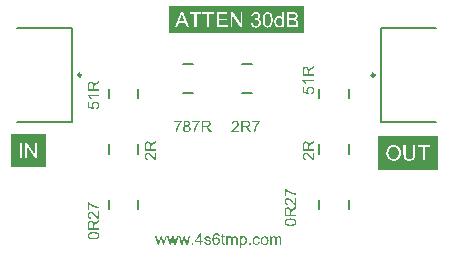
<source format=gbr>
%TF.GenerationSoftware,Altium Limited,Altium Designer,20.0.10 (225)*%
G04 Layer_Color=65535*
%FSLAX26Y26*%
%MOIN*%
%TF.FileFunction,Legend,Top*%
%TF.Part,Single*%
G01*
G75*
%TA.AperFunction,NonConductor*%
%ADD18C,0.009842*%
%ADD19C,0.007874*%
G36*
X3118252Y4126333D02*
X2915292D01*
Y4237585D01*
X3118252D01*
Y4126333D01*
D02*
G37*
G36*
X2671109Y4580000D02*
X2220000D01*
Y4670910D01*
X2671109D01*
Y4580000D01*
D02*
G37*
G36*
X2379351Y3914173D02*
X2379740D01*
X2380184Y3914117D01*
X2381238Y3913896D01*
X2382403Y3913618D01*
X2383624Y3913174D01*
X2384845Y3912508D01*
X2385456Y3912119D01*
X2386011Y3911675D01*
X2386066Y3911620D01*
X2386122Y3911564D01*
X2386289Y3911398D01*
X2386455Y3911231D01*
X2386733Y3910954D01*
X2386954Y3910621D01*
X2387565Y3909844D01*
X2388175Y3908845D01*
X2388731Y3907624D01*
X2389230Y3906236D01*
X2389563Y3904682D01*
X2384845Y3904294D01*
Y3904349D01*
X2384790Y3904405D01*
X2384735Y3904738D01*
X2384568Y3905238D01*
X2384346Y3905848D01*
X2384124Y3906514D01*
X2383791Y3907180D01*
X2383403Y3907791D01*
X2383014Y3908290D01*
X2382903Y3908401D01*
X2382681Y3908623D01*
X2382293Y3908956D01*
X2381738Y3909345D01*
X2381016Y3909677D01*
X2380239Y3910010D01*
X2379296Y3910233D01*
X2378296Y3910343D01*
X2377908D01*
X2377464Y3910288D01*
X2376965Y3910177D01*
X2376298Y3910010D01*
X2375633Y3909789D01*
X2374966Y3909511D01*
X2374300Y3909067D01*
X2374189Y3909012D01*
X2373912Y3908789D01*
X2373523Y3908401D01*
X2373024Y3907846D01*
X2372469Y3907180D01*
X2371858Y3906403D01*
X2371303Y3905404D01*
X2370749Y3904294D01*
Y3904238D01*
X2370693Y3904128D01*
X2370637Y3903961D01*
X2370526Y3903739D01*
X2370471Y3903406D01*
X2370360Y3903017D01*
X2370249Y3902573D01*
X2370138Y3902019D01*
X2369972Y3901408D01*
X2369860Y3900742D01*
X2369749Y3900021D01*
X2369694Y3899244D01*
X2369583Y3898356D01*
X2369528Y3897468D01*
X2369472Y3896468D01*
Y3895470D01*
X2369528Y3895525D01*
X2369749Y3895858D01*
X2370138Y3896302D01*
X2370637Y3896857D01*
X2371193Y3897523D01*
X2371914Y3898133D01*
X2372691Y3898744D01*
X2373579Y3899299D01*
X2373635D01*
X2373690Y3899354D01*
X2374023Y3899521D01*
X2374523Y3899688D01*
X2375189Y3899965D01*
X2375965Y3900187D01*
X2376854Y3900354D01*
X2377797Y3900520D01*
X2378796Y3900575D01*
X2379240D01*
X2379573Y3900520D01*
X2380017Y3900465D01*
X2380461Y3900409D01*
X2381016Y3900298D01*
X2381571Y3900131D01*
X2382847Y3899743D01*
X2383514Y3899465D01*
X2384180Y3899077D01*
X2384845Y3898689D01*
X2385567Y3898244D01*
X2386233Y3897689D01*
X2386843Y3897079D01*
X2386899Y3897023D01*
X2387010Y3896912D01*
X2387177Y3896746D01*
X2387343Y3896468D01*
X2387620Y3896080D01*
X2387898Y3895691D01*
X2388175Y3895192D01*
X2388508Y3894637D01*
X2388841Y3894026D01*
X2389119Y3893360D01*
X2389396Y3892584D01*
X2389674Y3891807D01*
X2389840Y3890974D01*
X2390007Y3890030D01*
X2390118Y3889087D01*
X2390173Y3888088D01*
Y3888032D01*
Y3887921D01*
Y3887755D01*
Y3887477D01*
X2390118Y3887144D01*
Y3886811D01*
X2389952Y3885923D01*
X2389785Y3884869D01*
X2389508Y3883759D01*
X2389119Y3882538D01*
X2388564Y3881372D01*
Y3881317D01*
X2388508Y3881262D01*
X2388398Y3881095D01*
X2388287Y3880873D01*
X2387954Y3880318D01*
X2387454Y3879597D01*
X2386843Y3878820D01*
X2386122Y3878043D01*
X2385234Y3877265D01*
X2384291Y3876599D01*
X2384235D01*
X2384180Y3876544D01*
X2384013Y3876433D01*
X2383791Y3876378D01*
X2383236Y3876100D01*
X2382515Y3875823D01*
X2381571Y3875490D01*
X2380517Y3875267D01*
X2379351Y3875046D01*
X2378075Y3874990D01*
X2377797D01*
X2377519Y3875046D01*
X2377075D01*
X2376576Y3875101D01*
X2376021Y3875212D01*
X2375355Y3875378D01*
X2374689Y3875545D01*
X2373912Y3875767D01*
X2373135Y3876044D01*
X2372358Y3876378D01*
X2371526Y3876822D01*
X2370749Y3877321D01*
X2369972Y3877876D01*
X2369195Y3878542D01*
X2368473Y3879319D01*
X2368418Y3879374D01*
X2368307Y3879541D01*
X2368140Y3879763D01*
X2367918Y3880151D01*
X2367585Y3880651D01*
X2367307Y3881206D01*
X2366974Y3881927D01*
X2366642Y3882704D01*
X2366253Y3883648D01*
X2365920Y3884702D01*
X2365642Y3885868D01*
X2365365Y3887144D01*
X2365088Y3888588D01*
X2364921Y3890142D01*
X2364810Y3891807D01*
X2364755Y3893582D01*
Y3893638D01*
Y3893693D01*
Y3893860D01*
Y3894082D01*
X2364810Y3894637D01*
Y3895414D01*
X2364865Y3896302D01*
X2364977Y3897356D01*
X2365088Y3898522D01*
X2365254Y3899798D01*
X2365476Y3901075D01*
X2365753Y3902463D01*
X2366086Y3903794D01*
X2366475Y3905126D01*
X2366974Y3906403D01*
X2367530Y3907624D01*
X2368140Y3908789D01*
X2368861Y3909789D01*
X2368917Y3909844D01*
X2369028Y3909955D01*
X2369250Y3910177D01*
X2369528Y3910510D01*
X2369860Y3910843D01*
X2370305Y3911176D01*
X2370860Y3911620D01*
X2371414Y3912008D01*
X2372081Y3912397D01*
X2372802Y3912841D01*
X2373635Y3913174D01*
X2374467Y3913562D01*
X2375410Y3913840D01*
X2376410Y3914062D01*
X2377464Y3914173D01*
X2378574Y3914229D01*
X2379018D01*
X2379351Y3914173D01*
D02*
G37*
G36*
X2469039Y3904072D02*
X2469427Y3904017D01*
X2470260Y3903906D01*
X2471259Y3903684D01*
X2472314Y3903351D01*
X2473368Y3902851D01*
X2474423Y3902241D01*
X2474478D01*
X2474534Y3902130D01*
X2474867Y3901908D01*
X2475366Y3901464D01*
X2475977Y3900909D01*
X2476642Y3900187D01*
X2477309Y3899299D01*
X2477974Y3898245D01*
X2478530Y3897079D01*
Y3897024D01*
X2478585Y3896913D01*
X2478640Y3896746D01*
X2478751Y3896524D01*
X2478863Y3896191D01*
X2478974Y3895803D01*
X2479251Y3894915D01*
X2479528Y3893805D01*
X2479751Y3892584D01*
X2479917Y3891196D01*
X2479972Y3889753D01*
Y3889698D01*
Y3889587D01*
Y3889365D01*
Y3889032D01*
X2479917Y3888643D01*
Y3888199D01*
X2479806Y3887200D01*
X2479584Y3885979D01*
X2479307Y3884703D01*
X2478918Y3883371D01*
X2478419Y3882039D01*
Y3881983D01*
X2478363Y3881872D01*
X2478252Y3881706D01*
X2478141Y3881484D01*
X2477753Y3880873D01*
X2477253Y3880096D01*
X2476642Y3879264D01*
X2475865Y3878431D01*
X2474977Y3877599D01*
X2473923Y3876822D01*
X2473867D01*
X2473812Y3876766D01*
X2473646Y3876655D01*
X2473423Y3876544D01*
X2472869Y3876267D01*
X2472091Y3875934D01*
X2471148Y3875601D01*
X2470149Y3875323D01*
X2468983Y3875101D01*
X2467818Y3875046D01*
X2467430D01*
X2466985Y3875101D01*
X2466430Y3875157D01*
X2465765Y3875268D01*
X2465043Y3875434D01*
X2464322Y3875656D01*
X2463600Y3875989D01*
X2463544Y3876045D01*
X2463267Y3876156D01*
X2462934Y3876378D01*
X2462490Y3876711D01*
X2462046Y3877044D01*
X2461491Y3877488D01*
X2460992Y3877987D01*
X2460548Y3878542D01*
Y3865000D01*
X2455830D01*
Y3903517D01*
X2460104D01*
Y3899854D01*
X2460159Y3899965D01*
X2460381Y3900187D01*
X2460659Y3900575D01*
X2461102Y3901020D01*
X2461602Y3901575D01*
X2462157Y3902074D01*
X2462823Y3902574D01*
X2463489Y3903018D01*
X2463600Y3903073D01*
X2463822Y3903184D01*
X2464266Y3903351D01*
X2464821Y3903573D01*
X2465487Y3903795D01*
X2466264Y3903961D01*
X2467152Y3904072D01*
X2468151Y3904128D01*
X2468762D01*
X2469039Y3904072D01*
D02*
G37*
G36*
X2587143D02*
X2587532D01*
X2587920Y3904017D01*
X2588863Y3903850D01*
X2589863Y3903573D01*
X2590917Y3903129D01*
X2591972Y3902574D01*
X2592860Y3901797D01*
X2592970Y3901686D01*
X2593193Y3901353D01*
X2593581Y3900853D01*
X2593747Y3900465D01*
X2593970Y3900076D01*
X2594191Y3899577D01*
X2594358Y3899077D01*
X2594580Y3898522D01*
X2594747Y3897856D01*
X2594858Y3897190D01*
X2594968Y3896413D01*
X2595079Y3895636D01*
Y3894748D01*
Y3875656D01*
X2590362D01*
Y3893139D01*
Y3893194D01*
Y3893250D01*
Y3893583D01*
Y3894082D01*
X2590307Y3894693D01*
X2590251Y3895359D01*
X2590195Y3896025D01*
X2590084Y3896691D01*
X2589918Y3897190D01*
Y3897246D01*
X2589807Y3897412D01*
X2589696Y3897634D01*
X2589530Y3897912D01*
X2589307Y3898245D01*
X2589030Y3898578D01*
X2588697Y3898911D01*
X2588253Y3899244D01*
X2588198Y3899299D01*
X2588031Y3899355D01*
X2587809Y3899466D01*
X2587421Y3899632D01*
X2587032Y3899799D01*
X2586532Y3899910D01*
X2586033Y3899965D01*
X2585423Y3900021D01*
X2585145D01*
X2584923Y3899965D01*
X2584368Y3899910D01*
X2583702Y3899799D01*
X2582925Y3899521D01*
X2582093Y3899188D01*
X2581260Y3898689D01*
X2580483Y3898023D01*
X2580427Y3897912D01*
X2580206Y3897634D01*
X2579872Y3897190D01*
X2579539Y3896524D01*
X2579151Y3895636D01*
X2578874Y3894582D01*
X2578651Y3893305D01*
X2578541Y3891807D01*
Y3875656D01*
X2573823D01*
Y3893694D01*
Y3893749D01*
Y3893860D01*
Y3893971D01*
Y3894193D01*
X2573767Y3894804D01*
X2573657Y3895470D01*
X2573546Y3896247D01*
X2573323Y3897024D01*
X2573046Y3897745D01*
X2572657Y3898411D01*
X2572602Y3898467D01*
X2572436Y3898689D01*
X2572158Y3898911D01*
X2571769Y3899244D01*
X2571270Y3899521D01*
X2570604Y3899799D01*
X2569827Y3899965D01*
X2568883Y3900021D01*
X2568550D01*
X2568162Y3899965D01*
X2567718Y3899910D01*
X2567163Y3899743D01*
X2566497Y3899577D01*
X2565887Y3899299D01*
X2565220Y3898966D01*
X2565165Y3898911D01*
X2564943Y3898744D01*
X2564666Y3898522D01*
X2564277Y3898189D01*
X2563889Y3897745D01*
X2563500Y3897190D01*
X2563111Y3896580D01*
X2562778Y3895858D01*
X2562723Y3895747D01*
X2562668Y3895470D01*
X2562557Y3895026D01*
X2562390Y3894415D01*
X2562224Y3893583D01*
X2562113Y3892584D01*
X2562057Y3891418D01*
X2562001Y3890086D01*
Y3875656D01*
X2557284D01*
Y3903517D01*
X2561502D01*
Y3899521D01*
X2561557Y3899632D01*
X2561724Y3899854D01*
X2562057Y3900243D01*
X2562445Y3900687D01*
X2562945Y3901242D01*
X2563555Y3901797D01*
X2564222Y3902352D01*
X2564999Y3902851D01*
X2565110Y3902907D01*
X2565387Y3903073D01*
X2565831Y3903240D01*
X2566441Y3903517D01*
X2567163Y3903739D01*
X2567995Y3903906D01*
X2568939Y3904072D01*
X2569938Y3904128D01*
X2570438D01*
X2571048Y3904072D01*
X2571714Y3903961D01*
X2572546Y3903795D01*
X2573379Y3903573D01*
X2574211Y3903240D01*
X2574988Y3902796D01*
X2575099Y3902740D01*
X2575322Y3902574D01*
X2575655Y3902296D01*
X2576099Y3901852D01*
X2576543Y3901353D01*
X2577042Y3900742D01*
X2577486Y3900021D01*
X2577819Y3899188D01*
X2577874Y3899244D01*
X2577985Y3899410D01*
X2578152Y3899632D01*
X2578430Y3899965D01*
X2578762Y3900354D01*
X2579151Y3900742D01*
X2579595Y3901186D01*
X2580150Y3901686D01*
X2580760Y3902130D01*
X2581371Y3902574D01*
X2582093Y3902962D01*
X2582869Y3903351D01*
X2583702Y3903684D01*
X2584590Y3903906D01*
X2585478Y3904072D01*
X2586477Y3904128D01*
X2586865D01*
X2587143Y3904072D01*
D02*
G37*
G36*
X2440901Y3904072D02*
X2441289D01*
X2441677Y3904017D01*
X2442621Y3903850D01*
X2443620Y3903573D01*
X2444675Y3903128D01*
X2445729Y3902573D01*
X2446617Y3901796D01*
X2446728Y3901686D01*
X2446950Y3901352D01*
X2447338Y3900853D01*
X2447505Y3900465D01*
X2447727Y3900076D01*
X2447949Y3899577D01*
X2448115Y3899077D01*
X2448338Y3898522D01*
X2448504Y3897856D01*
X2448615Y3897190D01*
X2448726Y3896413D01*
X2448837Y3895636D01*
Y3894748D01*
Y3875656D01*
X2444119D01*
Y3893139D01*
Y3893194D01*
Y3893249D01*
Y3893582D01*
Y3894082D01*
X2444064Y3894693D01*
X2444008Y3895358D01*
X2443953Y3896024D01*
X2443842Y3896691D01*
X2443675Y3897190D01*
Y3897245D01*
X2443564Y3897412D01*
X2443454Y3897634D01*
X2443287Y3897912D01*
X2443065Y3898244D01*
X2442787Y3898577D01*
X2442454Y3898910D01*
X2442010Y3899244D01*
X2441955Y3899299D01*
X2441789Y3899354D01*
X2441566Y3899465D01*
X2441178Y3899632D01*
X2440789Y3899798D01*
X2440290Y3899910D01*
X2439791Y3899965D01*
X2439180Y3900021D01*
X2438903D01*
X2438680Y3899965D01*
X2438126Y3899910D01*
X2437459Y3899798D01*
X2436682Y3899521D01*
X2435850Y3899188D01*
X2435017Y3898689D01*
X2434240Y3898023D01*
X2434185Y3897912D01*
X2433963Y3897634D01*
X2433630Y3897190D01*
X2433297Y3896524D01*
X2432909Y3895636D01*
X2432631Y3894581D01*
X2432409Y3893305D01*
X2432298Y3891807D01*
Y3875656D01*
X2427581D01*
Y3893693D01*
Y3893749D01*
Y3893860D01*
Y3893971D01*
Y3894193D01*
X2427525Y3894803D01*
X2427414Y3895470D01*
X2427303Y3896247D01*
X2427081Y3897023D01*
X2426803Y3897745D01*
X2426415Y3898411D01*
X2426360Y3898466D01*
X2426193Y3898689D01*
X2425916Y3898910D01*
X2425527Y3899244D01*
X2425028Y3899521D01*
X2424361Y3899798D01*
X2423584Y3899965D01*
X2422641Y3900021D01*
X2422308D01*
X2421919Y3899965D01*
X2421476Y3899910D01*
X2420921Y3899743D01*
X2420255Y3899577D01*
X2419644Y3899299D01*
X2418978Y3898966D01*
X2418923Y3898910D01*
X2418700Y3898744D01*
X2418423Y3898522D01*
X2418035Y3898189D01*
X2417646Y3897745D01*
X2417258Y3897190D01*
X2416869Y3896579D01*
X2416536Y3895858D01*
X2416481Y3895747D01*
X2416425Y3895470D01*
X2416314Y3895026D01*
X2416148Y3894415D01*
X2415981Y3893582D01*
X2415870Y3892584D01*
X2415814Y3891418D01*
X2415759Y3890086D01*
Y3875656D01*
X2411041D01*
Y3903517D01*
X2415260D01*
Y3899521D01*
X2415315Y3899632D01*
X2415481Y3899854D01*
X2415814Y3900242D01*
X2416203Y3900686D01*
X2416702Y3901242D01*
X2417313Y3901796D01*
X2417979Y3902352D01*
X2418756Y3902851D01*
X2418867Y3902907D01*
X2419144Y3903073D01*
X2419588Y3903240D01*
X2420199Y3903517D01*
X2420921Y3903739D01*
X2421753Y3903905D01*
X2422697Y3904072D01*
X2423695Y3904128D01*
X2424195D01*
X2424805Y3904072D01*
X2425472Y3903961D01*
X2426304Y3903794D01*
X2427137Y3903573D01*
X2427969Y3903240D01*
X2428746Y3902796D01*
X2428857Y3902740D01*
X2429079Y3902573D01*
X2429412Y3902296D01*
X2429856Y3901852D01*
X2430300Y3901352D01*
X2430800Y3900742D01*
X2431244Y3900021D01*
X2431577Y3899188D01*
X2431632Y3899244D01*
X2431743Y3899410D01*
X2431910Y3899632D01*
X2432187Y3899965D01*
X2432520Y3900354D01*
X2432909Y3900742D01*
X2433352Y3901186D01*
X2433907Y3901686D01*
X2434518Y3902130D01*
X2435128Y3902573D01*
X2435850Y3902962D01*
X2436627Y3903351D01*
X2437459Y3903684D01*
X2438347Y3903905D01*
X2439235Y3904072D01*
X2440235Y3904128D01*
X2440623D01*
X2440901Y3904072D01*
D02*
G37*
G36*
X2349714D02*
X2350546Y3904017D01*
X2351434Y3903905D01*
X2352378Y3903684D01*
X2353377Y3903461D01*
X2354320Y3903128D01*
X2354376D01*
X2354432Y3903073D01*
X2354709Y3902962D01*
X2355153Y3902740D01*
X2355708Y3902463D01*
X2356318Y3902074D01*
X2356929Y3901630D01*
X2357484Y3901131D01*
X2357983Y3900575D01*
X2358039Y3900520D01*
X2358150Y3900298D01*
X2358372Y3899910D01*
X2358649Y3899465D01*
X2358927Y3898800D01*
X2359204Y3898078D01*
X2359427Y3897245D01*
X2359648Y3896302D01*
X2355042Y3895691D01*
Y3895802D01*
X2354986Y3896024D01*
X2354876Y3896413D01*
X2354709Y3896912D01*
X2354432Y3897412D01*
X2354099Y3897967D01*
X2353710Y3898522D01*
X2353155Y3899021D01*
X2353099Y3899077D01*
X2352878Y3899188D01*
X2352544Y3899410D01*
X2352045Y3899632D01*
X2351490Y3899854D01*
X2350769Y3900076D01*
X2349881Y3900187D01*
X2348937Y3900242D01*
X2348382D01*
X2347827Y3900187D01*
X2347106Y3900131D01*
X2346384Y3899965D01*
X2345607Y3899798D01*
X2344885Y3899521D01*
X2344275Y3899133D01*
X2344220Y3899077D01*
X2344053Y3898966D01*
X2343831Y3898744D01*
X2343609Y3898411D01*
X2343331Y3898078D01*
X2343110Y3897634D01*
X2342943Y3897135D01*
X2342887Y3896635D01*
Y3896579D01*
Y3896468D01*
X2342943Y3896302D01*
Y3896080D01*
X2343110Y3895525D01*
X2343443Y3894970D01*
X2343498Y3894914D01*
X2343553Y3894859D01*
X2343664Y3894693D01*
X2343887Y3894526D01*
X2344108Y3894360D01*
X2344441Y3894137D01*
X2344830Y3893971D01*
X2345274Y3893749D01*
X2345329D01*
X2345441Y3893693D01*
X2345662Y3893638D01*
X2346051Y3893472D01*
X2346606Y3893305D01*
X2347327Y3893139D01*
X2347771Y3892972D01*
X2348271Y3892861D01*
X2348826Y3892695D01*
X2349436Y3892528D01*
X2349492D01*
X2349659Y3892472D01*
X2349936Y3892417D01*
X2350269Y3892306D01*
X2350657Y3892195D01*
X2351157Y3892084D01*
X2352211Y3891751D01*
X2353377Y3891418D01*
X2354543Y3891030D01*
X2355597Y3890641D01*
X2356041Y3890474D01*
X2356430Y3890308D01*
X2356541Y3890253D01*
X2356762Y3890142D01*
X2357095Y3889975D01*
X2357595Y3889698D01*
X2358095Y3889365D01*
X2358594Y3888921D01*
X2359093Y3888421D01*
X2359537Y3887866D01*
X2359593Y3887811D01*
X2359704Y3887588D01*
X2359926Y3887256D01*
X2360148Y3886756D01*
X2360314Y3886146D01*
X2360537Y3885479D01*
X2360648Y3884702D01*
X2360703Y3883814D01*
Y3883704D01*
Y3883426D01*
X2360648Y3882982D01*
X2360537Y3882372D01*
X2360370Y3881706D01*
X2360093Y3880984D01*
X2359760Y3880151D01*
X2359316Y3879374D01*
X2359260Y3879264D01*
X2359038Y3879041D01*
X2358760Y3878653D01*
X2358316Y3878209D01*
X2357706Y3877709D01*
X2357040Y3877155D01*
X2356263Y3876655D01*
X2355320Y3876155D01*
X2355264D01*
X2355209Y3876100D01*
X2354876Y3875989D01*
X2354320Y3875823D01*
X2353599Y3875601D01*
X2352711Y3875378D01*
X2351712Y3875212D01*
X2350657Y3875101D01*
X2349436Y3875046D01*
X2348937D01*
X2348548Y3875101D01*
X2348104D01*
X2347550Y3875157D01*
X2346994Y3875212D01*
X2346384Y3875323D01*
X2345052Y3875601D01*
X2343664Y3875989D01*
X2342332Y3876544D01*
X2341722Y3876877D01*
X2341167Y3877265D01*
X2341111Y3877321D01*
X2341056Y3877376D01*
X2340723Y3877709D01*
X2340224Y3878209D01*
X2339669Y3878986D01*
X2339058Y3879930D01*
X2338448Y3881039D01*
X2337948Y3882427D01*
X2337559Y3883981D01*
X2342222Y3884702D01*
Y3884647D01*
Y3884591D01*
X2342332Y3884258D01*
X2342443Y3883704D01*
X2342666Y3883093D01*
X2342943Y3882427D01*
X2343276Y3881706D01*
X2343776Y3880984D01*
X2344386Y3880374D01*
X2344497Y3880318D01*
X2344719Y3880151D01*
X2345163Y3879930D01*
X2345718Y3879652D01*
X2346439Y3879374D01*
X2347272Y3879153D01*
X2348271Y3878986D01*
X2349436Y3878930D01*
X2349992D01*
X2350546Y3878986D01*
X2351268Y3879097D01*
X2352045Y3879264D01*
X2352878Y3879485D01*
X2353599Y3879763D01*
X2354265Y3880207D01*
X2354320Y3880262D01*
X2354543Y3880429D01*
X2354765Y3880706D01*
X2355097Y3881095D01*
X2355375Y3881539D01*
X2355653Y3882094D01*
X2355819Y3882649D01*
X2355874Y3883315D01*
Y3883370D01*
Y3883593D01*
X2355819Y3883870D01*
X2355708Y3884258D01*
X2355541Y3884647D01*
X2355264Y3885035D01*
X2354931Y3885479D01*
X2354432Y3885812D01*
X2354376Y3885868D01*
X2354209Y3885923D01*
X2353932Y3886090D01*
X2353488Y3886256D01*
X2352822Y3886479D01*
X2352434Y3886645D01*
X2351990Y3886756D01*
X2351490Y3886923D01*
X2350935Y3887089D01*
X2350325Y3887256D01*
X2349603Y3887422D01*
X2349548D01*
X2349381Y3887477D01*
X2349104Y3887533D01*
X2348771Y3887644D01*
X2348327Y3887755D01*
X2347827Y3887921D01*
X2346773Y3888199D01*
X2345552Y3888588D01*
X2344386Y3888921D01*
X2343276Y3889309D01*
X2342776Y3889531D01*
X2342388Y3889698D01*
X2342277Y3889753D01*
X2342055Y3889864D01*
X2341722Y3890086D01*
X2341278Y3890363D01*
X2340778Y3890752D01*
X2340279Y3891196D01*
X2339780Y3891695D01*
X2339336Y3892306D01*
X2339280Y3892361D01*
X2339169Y3892584D01*
X2339003Y3892972D01*
X2338836Y3893416D01*
X2338669Y3893971D01*
X2338503Y3894637D01*
X2338392Y3895303D01*
X2338336Y3896080D01*
Y3896191D01*
Y3896413D01*
X2338392Y3896746D01*
X2338448Y3897245D01*
X2338559Y3897745D01*
X2338669Y3898356D01*
X2338892Y3898910D01*
X2339169Y3899521D01*
X2339224Y3899577D01*
X2339336Y3899798D01*
X2339502Y3900076D01*
X2339780Y3900465D01*
X2340113Y3900853D01*
X2340501Y3901352D01*
X2340945Y3901796D01*
X2341500Y3902185D01*
X2341555Y3902240D01*
X2341722Y3902296D01*
X2341944Y3902463D01*
X2342277Y3902629D01*
X2342721Y3902851D01*
X2343220Y3903073D01*
X2343831Y3903295D01*
X2344497Y3903517D01*
X2344608Y3903573D01*
X2344830Y3903628D01*
X2345218Y3903739D01*
X2345718Y3903850D01*
X2346329Y3903961D01*
X2346994Y3904017D01*
X2347771Y3904128D01*
X2349104D01*
X2349714Y3904072D01*
D02*
G37*
G36*
X2512662Y3904072D02*
X2512995D01*
X2513439Y3904017D01*
X2514494Y3903850D01*
X2515659Y3903573D01*
X2516880Y3903129D01*
X2518101Y3902574D01*
X2519267Y3901797D01*
X2519322D01*
X2519378Y3901686D01*
X2519711Y3901353D01*
X2520210Y3900853D01*
X2520820Y3900132D01*
X2521431Y3899244D01*
X2522041Y3898134D01*
X2522597Y3896857D01*
X2522985Y3895359D01*
X2518378Y3894637D01*
Y3894693D01*
X2518323Y3894748D01*
X2518267Y3895081D01*
X2518101Y3895581D01*
X2517823Y3896191D01*
X2517546Y3896857D01*
X2517102Y3897579D01*
X2516602Y3898245D01*
X2516048Y3898800D01*
X2515992Y3898855D01*
X2515770Y3899022D01*
X2515381Y3899244D01*
X2514938Y3899521D01*
X2514327Y3899799D01*
X2513661Y3900021D01*
X2512884Y3900187D01*
X2512052Y3900243D01*
X2511718D01*
X2511441Y3900187D01*
X2510831Y3900132D01*
X2509998Y3899910D01*
X2509110Y3899632D01*
X2508111Y3899188D01*
X2507168Y3898522D01*
X2506724Y3898134D01*
X2506280Y3897690D01*
Y3897634D01*
X2506169Y3897579D01*
X2506057Y3897412D01*
X2505947Y3897190D01*
X2505780Y3896913D01*
X2505558Y3896580D01*
X2505392Y3896191D01*
X2505169Y3895747D01*
X2504948Y3895192D01*
X2504781Y3894582D01*
X2504559Y3893916D01*
X2504392Y3893194D01*
X2504282Y3892417D01*
X2504171Y3891529D01*
X2504059Y3890586D01*
Y3889587D01*
Y3889531D01*
Y3889365D01*
Y3889032D01*
X2504115Y3888699D01*
Y3888199D01*
X2504171Y3887700D01*
X2504337Y3886479D01*
X2504559Y3885147D01*
X2504948Y3883759D01*
X2505447Y3882538D01*
X2505780Y3881928D01*
X2506169Y3881428D01*
X2506280Y3881317D01*
X2506557Y3881040D01*
X2507057Y3880651D01*
X2507667Y3880207D01*
X2508499Y3879708D01*
X2509443Y3879319D01*
X2510553Y3879042D01*
X2511164Y3878986D01*
X2511774Y3878931D01*
X2511885D01*
X2512218Y3878986D01*
X2512773Y3879042D01*
X2513383Y3879153D01*
X2514105Y3879319D01*
X2514882Y3879652D01*
X2515659Y3880041D01*
X2516381Y3880596D01*
X2516492Y3880651D01*
X2516658Y3880929D01*
X2516991Y3881317D01*
X2517380Y3881928D01*
X2517768Y3882649D01*
X2518212Y3883537D01*
X2518545Y3884647D01*
X2518767Y3885868D01*
X2523429Y3885258D01*
Y3885202D01*
X2523374Y3885036D01*
X2523318Y3884814D01*
X2523262Y3884481D01*
X2523151Y3884037D01*
X2523041Y3883593D01*
X2522652Y3882483D01*
X2522153Y3881317D01*
X2521431Y3880041D01*
X2520543Y3878820D01*
X2520044Y3878265D01*
X2519488Y3877710D01*
X2519433Y3877654D01*
X2519322Y3877599D01*
X2519155Y3877488D01*
X2518934Y3877321D01*
X2518656Y3877099D01*
X2518267Y3876877D01*
X2517823Y3876655D01*
X2517380Y3876378D01*
X2516269Y3875878D01*
X2514938Y3875490D01*
X2513494Y3875157D01*
X2512662Y3875101D01*
X2511829Y3875046D01*
X2511274D01*
X2510886Y3875101D01*
X2510387Y3875157D01*
X2509831Y3875268D01*
X2509221Y3875379D01*
X2508555Y3875490D01*
X2507057Y3875934D01*
X2506335Y3876267D01*
X2505558Y3876600D01*
X2504781Y3877044D01*
X2504059Y3877543D01*
X2503338Y3878098D01*
X2502672Y3878764D01*
X2502617Y3878820D01*
X2502506Y3878931D01*
X2502339Y3879153D01*
X2502117Y3879430D01*
X2501895Y3879819D01*
X2501562Y3880318D01*
X2501285Y3880873D01*
X2500952Y3881484D01*
X2500619Y3882205D01*
X2500341Y3883038D01*
X2500008Y3883870D01*
X2499786Y3884869D01*
X2499564Y3885868D01*
X2499398Y3887034D01*
X2499287Y3888199D01*
X2499231Y3889476D01*
Y3889531D01*
Y3889698D01*
Y3889920D01*
Y3890253D01*
X2499287Y3890641D01*
Y3891085D01*
X2499342Y3891585D01*
X2499398Y3892140D01*
X2499564Y3893361D01*
X2499841Y3894693D01*
X2500175Y3896025D01*
X2500674Y3897357D01*
Y3897412D01*
X2500729Y3897523D01*
X2500840Y3897690D01*
X2500952Y3897912D01*
X2501285Y3898522D01*
X2501784Y3899244D01*
X2502450Y3900076D01*
X2503227Y3900909D01*
X2504171Y3901741D01*
X2505225Y3902407D01*
X2505280D01*
X2505392Y3902463D01*
X2505558Y3902574D01*
X2505780Y3902685D01*
X2506057Y3902796D01*
X2506390Y3902962D01*
X2507223Y3903295D01*
X2508166Y3903573D01*
X2509332Y3903850D01*
X2510553Y3904072D01*
X2511885Y3904128D01*
X2512329D01*
X2512662Y3904072D01*
D02*
G37*
G36*
X2281893Y3875656D02*
X2277064D01*
X2272624Y3892306D01*
X2271515Y3897079D01*
X2265909Y3875656D01*
X2260914D01*
X2252478Y3903517D01*
X2257418D01*
X2261858Y3887422D01*
X2263412Y3881428D01*
Y3881483D01*
X2263467Y3881595D01*
X2263523Y3881872D01*
X2263578Y3882039D01*
X2263633Y3882316D01*
X2263689Y3882649D01*
X2263800Y3883037D01*
X2263911Y3883481D01*
X2264077Y3884037D01*
X2264244Y3884647D01*
X2264410Y3885369D01*
X2264633Y3886201D01*
X2264854Y3887144D01*
X2269294Y3903517D01*
X2274123D01*
X2278285Y3887311D01*
X2279673Y3881983D01*
X2281282Y3887367D01*
X2286055Y3903517D01*
X2290662D01*
X2281893Y3875656D01*
D02*
G37*
G36*
X2243154D02*
X2238325D01*
X2233885Y3892306D01*
X2232776Y3897079D01*
X2227170Y3875656D01*
X2222175D01*
X2213739Y3903517D01*
X2218678D01*
X2223119Y3887422D01*
X2224673Y3881428D01*
Y3881483D01*
X2224728Y3881595D01*
X2224784Y3881872D01*
X2224839Y3882039D01*
X2224894Y3882316D01*
X2224950Y3882649D01*
X2225061Y3883037D01*
X2225172Y3883481D01*
X2225338Y3884037D01*
X2225505Y3884647D01*
X2225671Y3885369D01*
X2225894Y3886201D01*
X2226115Y3887144D01*
X2230555Y3903517D01*
X2235384D01*
X2239546Y3887311D01*
X2240934Y3881983D01*
X2242544Y3887367D01*
X2247316Y3903517D01*
X2251923D01*
X2243154Y3875656D01*
D02*
G37*
G36*
X2204415D02*
X2199586D01*
X2195146Y3892306D01*
X2194037Y3897079D01*
X2188431Y3875656D01*
X2183436D01*
X2175000Y3903517D01*
X2179939D01*
X2184380Y3887422D01*
X2185934Y3881428D01*
Y3881483D01*
X2185989Y3881595D01*
X2186044Y3881872D01*
X2186100Y3882039D01*
X2186155Y3882316D01*
X2186211Y3882649D01*
X2186322Y3883037D01*
X2186433Y3883481D01*
X2186599Y3884037D01*
X2186766Y3884647D01*
X2186932Y3885369D01*
X2187155Y3886201D01*
X2187376Y3887144D01*
X2191816Y3903517D01*
X2196645D01*
X2200807Y3887311D01*
X2202195Y3881983D01*
X2203805Y3887367D01*
X2208577Y3903517D01*
X2213184D01*
X2204415Y3875656D01*
D02*
G37*
G36*
X2492405Y3875656D02*
X2487021D01*
Y3881040D01*
X2492405D01*
Y3875656D01*
D02*
G37*
G36*
X2328069Y3889198D02*
X2333286D01*
Y3884869D01*
X2328069D01*
Y3875656D01*
X2323352D01*
Y3884869D01*
X2306646D01*
Y3889198D01*
X2324240Y3914062D01*
X2328069D01*
Y3889198D01*
D02*
G37*
G36*
X2301374Y3875656D02*
X2295990D01*
Y3881039D01*
X2301374D01*
Y3875656D01*
D02*
G37*
G36*
X2401662Y3903517D02*
X2406435D01*
Y3899854D01*
X2401662D01*
Y3883481D01*
Y3883370D01*
Y3883148D01*
Y3882816D01*
X2401718Y3882427D01*
X2401773Y3881539D01*
X2401829Y3881151D01*
X2401884Y3880873D01*
X2401939Y3880762D01*
X2402106Y3880540D01*
X2402328Y3880262D01*
X2402716Y3879985D01*
X2402827Y3879930D01*
X2403105Y3879818D01*
X2403604Y3879707D01*
X2404326Y3879652D01*
X2404881D01*
X2405159Y3879707D01*
X2405547D01*
X2405991Y3879763D01*
X2406435Y3879818D01*
X2407046Y3875656D01*
X2406934D01*
X2406713Y3875601D01*
X2406324Y3875545D01*
X2405825Y3875490D01*
X2405269Y3875378D01*
X2404659Y3875323D01*
X2403438Y3875267D01*
X2402994D01*
X2402550Y3875323D01*
X2401995Y3875378D01*
X2401329Y3875434D01*
X2400663Y3875601D01*
X2400052Y3875767D01*
X2399442Y3876044D01*
X2399387Y3876100D01*
X2399220Y3876211D01*
X2398998Y3876378D01*
X2398665Y3876655D01*
X2398387Y3876932D01*
X2398055Y3877321D01*
X2397722Y3877709D01*
X2397499Y3878209D01*
Y3878265D01*
X2397389Y3878486D01*
X2397333Y3878875D01*
X2397222Y3879430D01*
X2397111Y3880151D01*
X2397055Y3880595D01*
Y3881095D01*
X2397000Y3881706D01*
X2396945Y3882316D01*
Y3882982D01*
Y3883759D01*
Y3899854D01*
X2393448D01*
Y3903517D01*
X2396945D01*
Y3910399D01*
X2401662Y3913229D01*
Y3903517D01*
D02*
G37*
G36*
X2539691Y3904072D02*
X2540190Y3904017D01*
X2540745Y3903906D01*
X2541356Y3903795D01*
X2542077Y3903684D01*
X2543575Y3903184D01*
X2544352Y3902907D01*
X2545130Y3902518D01*
X2545907Y3902130D01*
X2546684Y3901575D01*
X2547405Y3901020D01*
X2548126Y3900354D01*
X2548182Y3900298D01*
X2548293Y3900187D01*
X2548459Y3899965D01*
X2548682Y3899688D01*
X2548959Y3899299D01*
X2549292Y3898800D01*
X2549625Y3898245D01*
X2549958Y3897634D01*
X2550291Y3896968D01*
X2550624Y3896136D01*
X2550957Y3895303D01*
X2551235Y3894360D01*
X2551456Y3893361D01*
X2551623Y3892306D01*
X2551734Y3891196D01*
X2551789Y3889975D01*
Y3889920D01*
Y3889753D01*
Y3889476D01*
Y3889087D01*
X2551734Y3888643D01*
X2551678Y3888088D01*
Y3887533D01*
X2551568Y3886923D01*
X2551401Y3885535D01*
X2551068Y3884148D01*
X2550680Y3882760D01*
X2550124Y3881484D01*
Y3881428D01*
X2550069Y3881373D01*
X2549958Y3881206D01*
X2549847Y3880984D01*
X2549459Y3880429D01*
X2548959Y3879763D01*
X2548293Y3878986D01*
X2547461Y3878209D01*
X2546517Y3877432D01*
X2545407Y3876711D01*
X2545352D01*
X2545296Y3876655D01*
X2545130Y3876544D01*
X2544852Y3876433D01*
X2544575Y3876322D01*
X2544242Y3876211D01*
X2543409Y3875878D01*
X2542465Y3875601D01*
X2541300Y3875323D01*
X2540079Y3875101D01*
X2538747Y3875046D01*
X2538192D01*
X2537748Y3875101D01*
X2537249Y3875157D01*
X2536693Y3875268D01*
X2536028Y3875379D01*
X2535361Y3875490D01*
X2533863Y3875934D01*
X2533030Y3876267D01*
X2532253Y3876600D01*
X2531477Y3877044D01*
X2530700Y3877543D01*
X2529978Y3878098D01*
X2529256Y3878764D01*
X2529201Y3878820D01*
X2529090Y3878931D01*
X2528923Y3879153D01*
X2528702Y3879486D01*
X2528424Y3879874D01*
X2528146Y3880318D01*
X2527814Y3880873D01*
X2527481Y3881539D01*
X2527148Y3882261D01*
X2526814Y3883093D01*
X2526537Y3883981D01*
X2526260Y3884925D01*
X2526037Y3885979D01*
X2525871Y3887089D01*
X2525760Y3888310D01*
X2525704Y3889587D01*
Y3889698D01*
Y3889920D01*
X2525760Y3890308D01*
Y3890863D01*
X2525816Y3891474D01*
X2525927Y3892251D01*
X2526037Y3893028D01*
X2526260Y3893916D01*
X2526481Y3894804D01*
X2526759Y3895747D01*
X2527092Y3896746D01*
X2527536Y3897690D01*
X2527980Y3898578D01*
X2528590Y3899466D01*
X2529201Y3900298D01*
X2529978Y3901020D01*
X2530034Y3901075D01*
X2530144Y3901131D01*
X2530367Y3901297D01*
X2530644Y3901519D01*
X2530977Y3901741D01*
X2531421Y3902019D01*
X2531865Y3902296D01*
X2532420Y3902574D01*
X2533030Y3902851D01*
X2533697Y3903129D01*
X2535195Y3903628D01*
X2536916Y3904017D01*
X2537803Y3904072D01*
X2538747Y3904128D01*
X2539302D01*
X2539691Y3904072D01*
D02*
G37*
G36*
X1953561Y4016771D02*
X1953672Y4016660D01*
X1953894Y4016439D01*
X1954227Y4016216D01*
X1954615Y4015883D01*
X1955059Y4015439D01*
X1955614Y4014995D01*
X1956280Y4014496D01*
X1956946Y4013997D01*
X1957723Y4013386D01*
X1958611Y4012776D01*
X1959499Y4012165D01*
X1960498Y4011499D01*
X1961553Y4010833D01*
X1962718Y4010167D01*
X1963884Y4009501D01*
X1963939Y4009445D01*
X1964161Y4009334D01*
X1964494Y4009168D01*
X1964994Y4008890D01*
X1965604Y4008613D01*
X1966270Y4008280D01*
X1967047Y4007892D01*
X1967935Y4007503D01*
X1968934Y4007059D01*
X1969933Y4006559D01*
X1971043Y4006115D01*
X1972209Y4005671D01*
X1974595Y4004784D01*
X1977148Y4003951D01*
X1977204D01*
X1977370Y4003896D01*
X1977648Y4003840D01*
X1977981Y4003729D01*
X1978425Y4003618D01*
X1978980Y4003507D01*
X1979590Y4003340D01*
X1980256Y4003229D01*
X1981033Y4003063D01*
X1981866Y4002896D01*
X1983642Y4002619D01*
X1985584Y4002341D01*
X1987693Y4002175D01*
Y3997347D01*
X1987638D01*
X1987471D01*
X1987249D01*
X1986916Y3997402D01*
X1986472D01*
X1985917Y3997457D01*
X1985307Y3997513D01*
X1984641Y3997568D01*
X1983864Y3997680D01*
X1983087Y3997791D01*
X1982143Y3997957D01*
X1981200Y3998124D01*
X1980201Y3998290D01*
X1979091Y3998512D01*
X1976815Y3999067D01*
X1976760D01*
X1976538Y3999122D01*
X1976205Y3999233D01*
X1975705Y3999400D01*
X1975150Y3999566D01*
X1974484Y3999789D01*
X1973707Y4000010D01*
X1972875Y4000343D01*
X1971931Y4000677D01*
X1970988Y4001010D01*
X1968879Y4001842D01*
X1966659Y4002841D01*
X1964439Y4003951D01*
X1964383Y4004006D01*
X1964161Y4004117D01*
X1963884Y4004284D01*
X1963440Y4004506D01*
X1962940Y4004784D01*
X1962330Y4005172D01*
X1961664Y4005561D01*
X1960942Y4006005D01*
X1959333Y4007059D01*
X1957668Y4008169D01*
X1955947Y4009445D01*
X1954338Y4010778D01*
Y3991963D01*
X1949787D01*
Y4016827D01*
X1953505D01*
X1953561Y4016771D01*
D02*
G37*
G36*
X1987693Y3961105D02*
X1987638D01*
X1987416D01*
X1987083D01*
X1986639Y3961160D01*
X1986139Y3961216D01*
X1985584Y3961327D01*
X1985029Y3961438D01*
X1984419Y3961660D01*
X1984363D01*
X1984308Y3961715D01*
X1983975Y3961827D01*
X1983475Y3962048D01*
X1982809Y3962381D01*
X1982032Y3962825D01*
X1981144Y3963381D01*
X1980256Y3963991D01*
X1979313Y3964768D01*
X1979257D01*
X1979202Y3964879D01*
X1978869Y3965157D01*
X1978369Y3965656D01*
X1977648Y3966378D01*
X1976815Y3967210D01*
X1975816Y3968265D01*
X1974706Y3969541D01*
X1973541Y3970928D01*
X1973485Y3970984D01*
X1973319Y3971206D01*
X1973041Y3971539D01*
X1972708Y3971927D01*
X1972264Y3972427D01*
X1971765Y3973037D01*
X1971210Y3973648D01*
X1970599Y3974369D01*
X1969267Y3975757D01*
X1967935Y3977144D01*
X1967269Y3977811D01*
X1966603Y3978421D01*
X1965993Y3978976D01*
X1965382Y3979420D01*
X1965327D01*
X1965271Y3979531D01*
X1965105Y3979642D01*
X1964883Y3979753D01*
X1964272Y3980142D01*
X1963551Y3980586D01*
X1962663Y3980974D01*
X1961719Y3981363D01*
X1960665Y3981584D01*
X1959666Y3981695D01*
X1959610D01*
X1959555D01*
X1959222Y3981640D01*
X1958667Y3981584D01*
X1958056Y3981418D01*
X1957279Y3981196D01*
X1956502Y3980807D01*
X1955725Y3980308D01*
X1954948Y3979642D01*
X1954837Y3979531D01*
X1954615Y3979253D01*
X1954338Y3978865D01*
X1953949Y3978255D01*
X1953616Y3977477D01*
X1953283Y3976590D01*
X1953061Y3975535D01*
X1953006Y3974369D01*
Y3974037D01*
X1953061Y3973814D01*
X1953117Y3973148D01*
X1953283Y3972372D01*
X1953505Y3971539D01*
X1953894Y3970595D01*
X1954393Y3969707D01*
X1955059Y3968875D01*
X1955170Y3968764D01*
X1955448Y3968542D01*
X1955892Y3968209D01*
X1956558Y3967876D01*
X1957335Y3967488D01*
X1958334Y3967155D01*
X1959444Y3966932D01*
X1960720Y3966822D01*
X1960221Y3961993D01*
X1960165D01*
X1959999Y3962048D01*
X1959721D01*
X1959333Y3962104D01*
X1958889Y3962215D01*
X1958389Y3962326D01*
X1957779Y3962492D01*
X1957168Y3962659D01*
X1955836Y3963103D01*
X1954504Y3963769D01*
X1953838Y3964157D01*
X1953172Y3964657D01*
X1952562Y3965157D01*
X1952007Y3965711D01*
X1951951Y3965767D01*
X1951896Y3965878D01*
X1951729Y3966044D01*
X1951563Y3966322D01*
X1951341Y3966655D01*
X1951119Y3967044D01*
X1950841Y3967488D01*
X1950564Y3968043D01*
X1950286Y3968653D01*
X1950009Y3969319D01*
X1949787Y3970041D01*
X1949565Y3970818D01*
X1949398Y3971650D01*
X1949232Y3972538D01*
X1949176Y3973481D01*
X1949121Y3974481D01*
Y3975035D01*
X1949176Y3975424D01*
X1949232Y3975868D01*
X1949287Y3976423D01*
X1949398Y3977034D01*
X1949509Y3977644D01*
X1949898Y3979087D01*
X1950453Y3980530D01*
X1950786Y3981251D01*
X1951174Y3981973D01*
X1951674Y3982639D01*
X1952229Y3983249D01*
X1952284Y3983305D01*
X1952340Y3983416D01*
X1952562Y3983527D01*
X1952784Y3983749D01*
X1953061Y3984026D01*
X1953450Y3984304D01*
X1953838Y3984581D01*
X1954338Y3984914D01*
X1955392Y3985470D01*
X1956724Y3986024D01*
X1957390Y3986247D01*
X1958167Y3986358D01*
X1958944Y3986468D01*
X1959777Y3986524D01*
X1959888D01*
X1960165D01*
X1960609Y3986468D01*
X1961220Y3986413D01*
X1961886Y3986302D01*
X1962663Y3986080D01*
X1963495Y3985858D01*
X1964328Y3985525D01*
X1964439Y3985470D01*
X1964716Y3985358D01*
X1965160Y3985137D01*
X1965771Y3984803D01*
X1966437Y3984360D01*
X1967269Y3983805D01*
X1968102Y3983139D01*
X1969045Y3982361D01*
X1969156Y3982251D01*
X1969489Y3981973D01*
X1969767Y3981695D01*
X1970044Y3981418D01*
X1970377Y3981085D01*
X1970821Y3980641D01*
X1971265Y3980197D01*
X1971765Y3979642D01*
X1972320Y3979087D01*
X1972930Y3978421D01*
X1973541Y3977700D01*
X1974262Y3976923D01*
X1974984Y3976035D01*
X1975761Y3975146D01*
X1975816Y3975091D01*
X1975927Y3974980D01*
X1976094Y3974758D01*
X1976316Y3974481D01*
X1976649Y3974148D01*
X1976982Y3973759D01*
X1977703Y3972871D01*
X1978536Y3971927D01*
X1979368Y3971039D01*
X1980090Y3970262D01*
X1980367Y3969930D01*
X1980645Y3969652D01*
X1980700Y3969597D01*
X1980867Y3969430D01*
X1981089Y3969208D01*
X1981422Y3968930D01*
X1981810Y3968653D01*
X1982199Y3968320D01*
X1983142Y3967654D01*
Y3986579D01*
X1987693D01*
Y3961105D01*
D02*
G37*
G36*
Y3952447D02*
X1979701Y3947396D01*
X1979646D01*
X1979535Y3947285D01*
X1979368Y3947175D01*
X1979146Y3947008D01*
X1978536Y3946619D01*
X1977759Y3946120D01*
X1976926Y3945510D01*
X1976038Y3944899D01*
X1975206Y3944289D01*
X1974429Y3943733D01*
X1974373Y3943678D01*
X1974151Y3943512D01*
X1973818Y3943234D01*
X1973430Y3942845D01*
X1972597Y3942013D01*
X1972209Y3941569D01*
X1971876Y3941125D01*
X1971820Y3941070D01*
X1971765Y3940959D01*
X1971654Y3940736D01*
X1971487Y3940403D01*
X1971321Y3940070D01*
X1971154Y3939682D01*
X1970877Y3938794D01*
Y3938738D01*
X1970821Y3938628D01*
Y3938405D01*
X1970766Y3938128D01*
X1970710Y3937740D01*
Y3937296D01*
X1970655Y3936685D01*
Y3930136D01*
X1987693D01*
Y3925030D01*
X1949287D01*
Y3942845D01*
X1949343Y3943289D01*
Y3943789D01*
X1949398Y3944954D01*
X1949565Y3946175D01*
X1949731Y3947508D01*
X1950009Y3948729D01*
X1950175Y3949339D01*
X1950342Y3949838D01*
Y3949894D01*
X1950397Y3949950D01*
X1950564Y3950282D01*
X1950786Y3950782D01*
X1951174Y3951392D01*
X1951674Y3952059D01*
X1952340Y3952780D01*
X1953117Y3953446D01*
X1954005Y3954112D01*
X1954060D01*
X1954116Y3954168D01*
X1954449Y3954390D01*
X1955004Y3954611D01*
X1955725Y3954945D01*
X1956558Y3955222D01*
X1957557Y3955499D01*
X1958611Y3955666D01*
X1959777Y3955722D01*
X1959832D01*
X1959943D01*
X1960165D01*
X1960443Y3955666D01*
X1960831D01*
X1961220Y3955610D01*
X1962163Y3955389D01*
X1963273Y3955055D01*
X1964439Y3954611D01*
X1965604Y3953945D01*
X1966159Y3953501D01*
X1966714Y3953057D01*
X1966770Y3953002D01*
X1966825Y3952947D01*
X1966992Y3952780D01*
X1967158Y3952558D01*
X1967380Y3952280D01*
X1967602Y3951948D01*
X1967880Y3951503D01*
X1968213Y3951059D01*
X1968490Y3950505D01*
X1968768Y3949894D01*
X1969101Y3949228D01*
X1969378Y3948506D01*
X1969600Y3947674D01*
X1969878Y3946841D01*
X1970044Y3945898D01*
X1970211Y3944899D01*
X1970266Y3945010D01*
X1970377Y3945232D01*
X1970599Y3945565D01*
X1970821Y3946009D01*
X1971432Y3947008D01*
X1971820Y3947508D01*
X1972153Y3947952D01*
X1972264Y3948062D01*
X1972542Y3948340D01*
X1972986Y3948784D01*
X1973541Y3949339D01*
X1974318Y3949950D01*
X1975150Y3950671D01*
X1976149Y3951392D01*
X1977259Y3952169D01*
X1987693Y3958774D01*
Y3952447D01*
D02*
G37*
G36*
X1970488Y3918204D02*
X1971154D01*
X1971876Y3918148D01*
X1972653Y3918093D01*
X1974429Y3917926D01*
X1976260Y3917648D01*
X1978036Y3917316D01*
X1978869Y3917093D01*
X1979701Y3916816D01*
X1979757D01*
X1979868Y3916760D01*
X1980090Y3916649D01*
X1980367Y3916539D01*
X1980756Y3916427D01*
X1981144Y3916206D01*
X1982088Y3915762D01*
X1983087Y3915206D01*
X1984197Y3914485D01*
X1985196Y3913653D01*
X1986139Y3912653D01*
Y3912598D01*
X1986250Y3912543D01*
X1986361Y3912376D01*
X1986472Y3912154D01*
X1986639Y3911876D01*
X1986861Y3911599D01*
X1987249Y3910767D01*
X1987638Y3909767D01*
X1988026Y3908602D01*
X1988248Y3907215D01*
X1988359Y3905716D01*
Y3905161D01*
X1988304Y3904773D01*
X1988248Y3904329D01*
X1988137Y3903773D01*
X1988026Y3903163D01*
X1987860Y3902497D01*
X1987638Y3901831D01*
X1987416Y3901110D01*
X1987083Y3900388D01*
X1986694Y3899666D01*
X1986250Y3898945D01*
X1985695Y3898224D01*
X1985085Y3897557D01*
X1984419Y3896947D01*
X1984363Y3896892D01*
X1984197Y3896780D01*
X1983919Y3896614D01*
X1983475Y3896336D01*
X1982976Y3896059D01*
X1982310Y3895782D01*
X1981533Y3895393D01*
X1980645Y3895060D01*
X1979646Y3894727D01*
X1978480Y3894394D01*
X1977204Y3894061D01*
X1975761Y3893784D01*
X1974207Y3893506D01*
X1972542Y3893340D01*
X1970710Y3893229D01*
X1968768Y3893173D01*
X1968712D01*
X1968490D01*
X1968102D01*
X1967658D01*
X1967047Y3893229D01*
X1966381D01*
X1965660Y3893284D01*
X1964827Y3893340D01*
X1963107Y3893506D01*
X1961275Y3893784D01*
X1959444Y3894117D01*
X1958611Y3894338D01*
X1957779Y3894561D01*
X1957723D01*
X1957612Y3894616D01*
X1957390Y3894727D01*
X1957113Y3894838D01*
X1956724Y3894949D01*
X1956336Y3895171D01*
X1955392Y3895615D01*
X1954393Y3896170D01*
X1953339Y3896892D01*
X1952284Y3897724D01*
X1951396Y3898723D01*
Y3898778D01*
X1951285Y3898834D01*
X1951174Y3899001D01*
X1951063Y3899222D01*
X1950841Y3899500D01*
X1950675Y3899833D01*
X1950231Y3900666D01*
X1949842Y3901664D01*
X1949454Y3902830D01*
X1949232Y3904218D01*
X1949121Y3905716D01*
Y3906215D01*
X1949176Y3906826D01*
X1949287Y3907548D01*
X1949454Y3908380D01*
X1949676Y3909268D01*
X1949953Y3910211D01*
X1950397Y3911099D01*
Y3911155D01*
X1950453Y3911211D01*
X1950619Y3911488D01*
X1950897Y3911932D01*
X1951285Y3912487D01*
X1951840Y3913097D01*
X1952451Y3913764D01*
X1953172Y3914374D01*
X1954005Y3914985D01*
X1954116Y3915040D01*
X1954393Y3915262D01*
X1954893Y3915484D01*
X1955614Y3915872D01*
X1956447Y3916206D01*
X1957390Y3916649D01*
X1958500Y3917038D01*
X1959721Y3917371D01*
X1959777D01*
X1959888Y3917427D01*
X1960054Y3917482D01*
X1960332Y3917537D01*
X1960665Y3917593D01*
X1961053Y3917648D01*
X1961553Y3917760D01*
X1962108Y3917815D01*
X1962718Y3917926D01*
X1963384Y3917981D01*
X1964161Y3918037D01*
X1964938Y3918148D01*
X1965826Y3918204D01*
X1966714D01*
X1967713Y3918259D01*
X1968768D01*
X1968823D01*
X1969045D01*
X1969434D01*
X1969878D01*
X1970488Y3918204D01*
D02*
G37*
G36*
X2609821Y4061771D02*
X2609932Y4061660D01*
X2610154Y4061439D01*
X2610487Y4061216D01*
X2610875Y4060883D01*
X2611319Y4060439D01*
X2611874Y4059995D01*
X2612540Y4059496D01*
X2613206Y4058997D01*
X2613983Y4058386D01*
X2614871Y4057776D01*
X2615759Y4057165D01*
X2616758Y4056499D01*
X2617813Y4055833D01*
X2618978Y4055167D01*
X2620144Y4054501D01*
X2620199Y4054445D01*
X2620421Y4054334D01*
X2620754Y4054168D01*
X2621254Y4053890D01*
X2621864Y4053613D01*
X2622530Y4053280D01*
X2623307Y4052892D01*
X2624195Y4052503D01*
X2625194Y4052059D01*
X2626193Y4051559D01*
X2627303Y4051115D01*
X2628469Y4050671D01*
X2630855Y4049784D01*
X2633408Y4048951D01*
X2633464D01*
X2633630Y4048896D01*
X2633908Y4048840D01*
X2634241Y4048729D01*
X2634685Y4048618D01*
X2635240Y4048507D01*
X2635850Y4048340D01*
X2636516Y4048229D01*
X2637293Y4048063D01*
X2638126Y4047896D01*
X2639902Y4047619D01*
X2641844Y4047341D01*
X2643953Y4047175D01*
Y4042347D01*
X2643898D01*
X2643731D01*
X2643509D01*
X2643176Y4042402D01*
X2642732D01*
X2642177Y4042457D01*
X2641567Y4042513D01*
X2640901Y4042568D01*
X2640124Y4042680D01*
X2639347Y4042791D01*
X2638403Y4042957D01*
X2637460Y4043124D01*
X2636461Y4043290D01*
X2635351Y4043512D01*
X2633075Y4044067D01*
X2633020D01*
X2632798Y4044122D01*
X2632465Y4044233D01*
X2631965Y4044400D01*
X2631410Y4044566D01*
X2630744Y4044789D01*
X2629967Y4045010D01*
X2629135Y4045343D01*
X2628191Y4045677D01*
X2627248Y4046010D01*
X2625139Y4046842D01*
X2622919Y4047841D01*
X2620699Y4048951D01*
X2620643Y4049006D01*
X2620421Y4049117D01*
X2620144Y4049284D01*
X2619700Y4049506D01*
X2619200Y4049784D01*
X2618590Y4050172D01*
X2617924Y4050561D01*
X2617202Y4051005D01*
X2615593Y4052059D01*
X2613928Y4053169D01*
X2612207Y4054445D01*
X2610598Y4055778D01*
Y4036963D01*
X2606047D01*
Y4061827D01*
X2609765D01*
X2609821Y4061771D01*
D02*
G37*
G36*
X2643953Y4006105D02*
X2643898D01*
X2643676D01*
X2643343D01*
X2642899Y4006160D01*
X2642399Y4006216D01*
X2641844Y4006327D01*
X2641289Y4006438D01*
X2640679Y4006660D01*
X2640623D01*
X2640568Y4006715D01*
X2640235Y4006827D01*
X2639735Y4007048D01*
X2639069Y4007381D01*
X2638292Y4007825D01*
X2637404Y4008381D01*
X2636516Y4008991D01*
X2635573Y4009768D01*
X2635517D01*
X2635462Y4009879D01*
X2635129Y4010157D01*
X2634629Y4010656D01*
X2633908Y4011378D01*
X2633075Y4012210D01*
X2632076Y4013265D01*
X2630966Y4014541D01*
X2629801Y4015928D01*
X2629745Y4015984D01*
X2629579Y4016206D01*
X2629301Y4016539D01*
X2628968Y4016927D01*
X2628524Y4017427D01*
X2628025Y4018037D01*
X2627470Y4018648D01*
X2626859Y4019369D01*
X2625527Y4020757D01*
X2624195Y4022144D01*
X2623529Y4022811D01*
X2622863Y4023421D01*
X2622253Y4023976D01*
X2621642Y4024420D01*
X2621587D01*
X2621531Y4024531D01*
X2621365Y4024642D01*
X2621143Y4024753D01*
X2620532Y4025142D01*
X2619811Y4025586D01*
X2618923Y4025974D01*
X2617979Y4026363D01*
X2616925Y4026584D01*
X2615926Y4026695D01*
X2615870D01*
X2615815D01*
X2615482Y4026640D01*
X2614927Y4026584D01*
X2614316Y4026418D01*
X2613539Y4026196D01*
X2612762Y4025807D01*
X2611985Y4025308D01*
X2611208Y4024642D01*
X2611097Y4024531D01*
X2610875Y4024253D01*
X2610598Y4023865D01*
X2610209Y4023255D01*
X2609876Y4022477D01*
X2609543Y4021590D01*
X2609321Y4020535D01*
X2609266Y4019369D01*
Y4019037D01*
X2609321Y4018814D01*
X2609377Y4018148D01*
X2609543Y4017372D01*
X2609765Y4016539D01*
X2610154Y4015595D01*
X2610653Y4014707D01*
X2611319Y4013875D01*
X2611430Y4013764D01*
X2611708Y4013542D01*
X2612152Y4013209D01*
X2612818Y4012876D01*
X2613595Y4012488D01*
X2614594Y4012155D01*
X2615704Y4011932D01*
X2616980Y4011822D01*
X2616481Y4006993D01*
X2616425D01*
X2616259Y4007048D01*
X2615981D01*
X2615593Y4007104D01*
X2615149Y4007215D01*
X2614649Y4007326D01*
X2614039Y4007492D01*
X2613428Y4007659D01*
X2612096Y4008103D01*
X2610764Y4008769D01*
X2610098Y4009157D01*
X2609432Y4009657D01*
X2608822Y4010157D01*
X2608267Y4010711D01*
X2608211Y4010767D01*
X2608156Y4010878D01*
X2607989Y4011044D01*
X2607823Y4011322D01*
X2607601Y4011655D01*
X2607379Y4012044D01*
X2607101Y4012488D01*
X2606824Y4013043D01*
X2606546Y4013653D01*
X2606269Y4014319D01*
X2606047Y4015041D01*
X2605825Y4015818D01*
X2605658Y4016650D01*
X2605492Y4017538D01*
X2605436Y4018481D01*
X2605381Y4019481D01*
Y4020035D01*
X2605436Y4020424D01*
X2605492Y4020868D01*
X2605547Y4021423D01*
X2605658Y4022034D01*
X2605769Y4022644D01*
X2606158Y4024087D01*
X2606713Y4025530D01*
X2607046Y4026251D01*
X2607434Y4026973D01*
X2607934Y4027639D01*
X2608489Y4028249D01*
X2608544Y4028305D01*
X2608600Y4028416D01*
X2608822Y4028527D01*
X2609044Y4028749D01*
X2609321Y4029026D01*
X2609710Y4029304D01*
X2610098Y4029581D01*
X2610598Y4029914D01*
X2611652Y4030470D01*
X2612984Y4031024D01*
X2613650Y4031247D01*
X2614427Y4031358D01*
X2615204Y4031468D01*
X2616037Y4031524D01*
X2616148D01*
X2616425D01*
X2616869Y4031468D01*
X2617480Y4031413D01*
X2618146Y4031302D01*
X2618923Y4031080D01*
X2619755Y4030858D01*
X2620588Y4030525D01*
X2620699Y4030470D01*
X2620976Y4030358D01*
X2621420Y4030137D01*
X2622031Y4029803D01*
X2622697Y4029360D01*
X2623529Y4028805D01*
X2624362Y4028139D01*
X2625305Y4027361D01*
X2625416Y4027251D01*
X2625749Y4026973D01*
X2626027Y4026695D01*
X2626304Y4026418D01*
X2626637Y4026085D01*
X2627081Y4025641D01*
X2627525Y4025197D01*
X2628025Y4024642D01*
X2628580Y4024087D01*
X2629190Y4023421D01*
X2629801Y4022700D01*
X2630522Y4021923D01*
X2631244Y4021035D01*
X2632021Y4020146D01*
X2632076Y4020091D01*
X2632187Y4019980D01*
X2632354Y4019758D01*
X2632576Y4019481D01*
X2632909Y4019148D01*
X2633242Y4018759D01*
X2633963Y4017871D01*
X2634796Y4016927D01*
X2635628Y4016039D01*
X2636350Y4015262D01*
X2636627Y4014930D01*
X2636905Y4014652D01*
X2636960Y4014597D01*
X2637127Y4014430D01*
X2637349Y4014208D01*
X2637682Y4013930D01*
X2638070Y4013653D01*
X2638459Y4013320D01*
X2639402Y4012654D01*
Y4031579D01*
X2643953D01*
Y4006105D01*
D02*
G37*
G36*
Y3997447D02*
X2635961Y3992396D01*
X2635906D01*
X2635795Y3992285D01*
X2635628Y3992175D01*
X2635406Y3992008D01*
X2634796Y3991619D01*
X2634019Y3991120D01*
X2633186Y3990510D01*
X2632298Y3989899D01*
X2631466Y3989289D01*
X2630689Y3988733D01*
X2630633Y3988678D01*
X2630411Y3988512D01*
X2630078Y3988234D01*
X2629690Y3987845D01*
X2628857Y3987013D01*
X2628469Y3986569D01*
X2628136Y3986125D01*
X2628080Y3986070D01*
X2628025Y3985959D01*
X2627914Y3985736D01*
X2627747Y3985403D01*
X2627581Y3985070D01*
X2627414Y3984682D01*
X2627137Y3983794D01*
Y3983738D01*
X2627081Y3983628D01*
Y3983405D01*
X2627026Y3983128D01*
X2626970Y3982740D01*
Y3982296D01*
X2626915Y3981685D01*
Y3975136D01*
X2643953D01*
Y3970030D01*
X2605547D01*
Y3987845D01*
X2605603Y3988289D01*
Y3988789D01*
X2605658Y3989954D01*
X2605825Y3991175D01*
X2605991Y3992508D01*
X2606269Y3993729D01*
X2606435Y3994339D01*
X2606602Y3994838D01*
Y3994894D01*
X2606657Y3994950D01*
X2606824Y3995282D01*
X2607046Y3995782D01*
X2607434Y3996392D01*
X2607934Y3997059D01*
X2608600Y3997780D01*
X2609377Y3998446D01*
X2610265Y3999112D01*
X2610320D01*
X2610376Y3999168D01*
X2610709Y3999390D01*
X2611264Y3999611D01*
X2611985Y3999945D01*
X2612818Y4000222D01*
X2613817Y4000499D01*
X2614871Y4000666D01*
X2616037Y4000722D01*
X2616092D01*
X2616203D01*
X2616425D01*
X2616703Y4000666D01*
X2617091D01*
X2617480Y4000610D01*
X2618423Y4000389D01*
X2619533Y4000055D01*
X2620699Y3999611D01*
X2621864Y3998945D01*
X2622419Y3998501D01*
X2622974Y3998057D01*
X2623030Y3998002D01*
X2623085Y3997947D01*
X2623252Y3997780D01*
X2623418Y3997558D01*
X2623640Y3997280D01*
X2623862Y3996948D01*
X2624140Y3996503D01*
X2624473Y3996059D01*
X2624750Y3995505D01*
X2625028Y3994894D01*
X2625361Y3994228D01*
X2625638Y3993506D01*
X2625860Y3992674D01*
X2626138Y3991841D01*
X2626304Y3990898D01*
X2626471Y3989899D01*
X2626526Y3990010D01*
X2626637Y3990232D01*
X2626859Y3990565D01*
X2627081Y3991009D01*
X2627692Y3992008D01*
X2628080Y3992508D01*
X2628413Y3992952D01*
X2628524Y3993062D01*
X2628802Y3993340D01*
X2629246Y3993784D01*
X2629801Y3994339D01*
X2630578Y3994950D01*
X2631410Y3995671D01*
X2632409Y3996392D01*
X2633519Y3997169D01*
X2643953Y4003774D01*
Y3997447D01*
D02*
G37*
G36*
X2626748Y3963204D02*
X2627414D01*
X2628136Y3963148D01*
X2628913Y3963093D01*
X2630689Y3962926D01*
X2632520Y3962648D01*
X2634296Y3962316D01*
X2635129Y3962093D01*
X2635961Y3961816D01*
X2636017D01*
X2636128Y3961760D01*
X2636350Y3961649D01*
X2636627Y3961539D01*
X2637016Y3961427D01*
X2637404Y3961206D01*
X2638348Y3960762D01*
X2639347Y3960206D01*
X2640457Y3959485D01*
X2641456Y3958653D01*
X2642399Y3957653D01*
Y3957598D01*
X2642510Y3957543D01*
X2642621Y3957376D01*
X2642732Y3957154D01*
X2642899Y3956876D01*
X2643121Y3956599D01*
X2643509Y3955767D01*
X2643898Y3954767D01*
X2644286Y3953602D01*
X2644508Y3952215D01*
X2644619Y3950716D01*
Y3950161D01*
X2644564Y3949773D01*
X2644508Y3949329D01*
X2644397Y3948773D01*
X2644286Y3948163D01*
X2644120Y3947497D01*
X2643898Y3946831D01*
X2643676Y3946110D01*
X2643343Y3945388D01*
X2642954Y3944666D01*
X2642510Y3943945D01*
X2641955Y3943224D01*
X2641345Y3942557D01*
X2640679Y3941947D01*
X2640623Y3941892D01*
X2640457Y3941780D01*
X2640179Y3941614D01*
X2639735Y3941336D01*
X2639236Y3941059D01*
X2638570Y3940782D01*
X2637793Y3940393D01*
X2636905Y3940060D01*
X2635906Y3939727D01*
X2634740Y3939394D01*
X2633464Y3939061D01*
X2632021Y3938784D01*
X2630467Y3938506D01*
X2628802Y3938340D01*
X2626970Y3938229D01*
X2625028Y3938173D01*
X2624972D01*
X2624750D01*
X2624362D01*
X2623918D01*
X2623307Y3938229D01*
X2622641D01*
X2621920Y3938284D01*
X2621087Y3938340D01*
X2619367Y3938506D01*
X2617535Y3938784D01*
X2615704Y3939117D01*
X2614871Y3939338D01*
X2614039Y3939561D01*
X2613983D01*
X2613872Y3939616D01*
X2613650Y3939727D01*
X2613373Y3939838D01*
X2612984Y3939949D01*
X2612596Y3940171D01*
X2611652Y3940615D01*
X2610653Y3941170D01*
X2609599Y3941892D01*
X2608544Y3942724D01*
X2607656Y3943723D01*
Y3943778D01*
X2607545Y3943834D01*
X2607434Y3944001D01*
X2607323Y3944222D01*
X2607101Y3944500D01*
X2606935Y3944833D01*
X2606491Y3945666D01*
X2606102Y3946664D01*
X2605714Y3947830D01*
X2605492Y3949218D01*
X2605381Y3950716D01*
Y3951215D01*
X2605436Y3951826D01*
X2605547Y3952548D01*
X2605714Y3953380D01*
X2605936Y3954268D01*
X2606213Y3955211D01*
X2606657Y3956099D01*
Y3956155D01*
X2606713Y3956211D01*
X2606879Y3956488D01*
X2607157Y3956932D01*
X2607545Y3957487D01*
X2608100Y3958097D01*
X2608711Y3958764D01*
X2609432Y3959374D01*
X2610265Y3959985D01*
X2610376Y3960040D01*
X2610653Y3960262D01*
X2611153Y3960484D01*
X2611874Y3960872D01*
X2612707Y3961206D01*
X2613650Y3961649D01*
X2614760Y3962038D01*
X2615981Y3962371D01*
X2616037D01*
X2616148Y3962427D01*
X2616314Y3962482D01*
X2616592Y3962537D01*
X2616925Y3962593D01*
X2617313Y3962648D01*
X2617813Y3962760D01*
X2618368Y3962815D01*
X2618978Y3962926D01*
X2619644Y3962981D01*
X2620421Y3963037D01*
X2621198Y3963148D01*
X2622086Y3963204D01*
X2622974D01*
X2623973Y3963259D01*
X2625028D01*
X2625083D01*
X2625305D01*
X2625694D01*
X2626138D01*
X2626748Y3963204D01*
D02*
G37*
G36*
X2178026Y4216807D02*
X2170034Y4211756D01*
X2169979D01*
X2169868Y4211645D01*
X2169701Y4211534D01*
X2169479Y4211368D01*
X2168869Y4210979D01*
X2168092Y4210480D01*
X2167259Y4209869D01*
X2166371Y4209259D01*
X2165539Y4208648D01*
X2164762Y4208093D01*
X2164706Y4208038D01*
X2164484Y4207871D01*
X2164151Y4207594D01*
X2163763Y4207205D01*
X2162930Y4206373D01*
X2162542Y4205929D01*
X2162209Y4205485D01*
X2162153Y4205429D01*
X2162098Y4205318D01*
X2161987Y4205096D01*
X2161820Y4204763D01*
X2161654Y4204430D01*
X2161487Y4204042D01*
X2161210Y4203154D01*
Y4203098D01*
X2161154Y4202987D01*
Y4202765D01*
X2161099Y4202488D01*
X2161043Y4202099D01*
Y4201655D01*
X2160988Y4201045D01*
Y4194496D01*
X2178026D01*
Y4189390D01*
X2139620D01*
Y4207205D01*
X2139676Y4207649D01*
Y4208149D01*
X2139731Y4209314D01*
X2139898Y4210535D01*
X2140064Y4211867D01*
X2140342Y4213088D01*
X2140508Y4213699D01*
X2140675Y4214198D01*
Y4214254D01*
X2140730Y4214309D01*
X2140897Y4214642D01*
X2141119Y4215142D01*
X2141507Y4215752D01*
X2142007Y4216418D01*
X2142673Y4217140D01*
X2143450Y4217806D01*
X2144338Y4218472D01*
X2144393D01*
X2144449Y4218527D01*
X2144782Y4218749D01*
X2145337Y4218971D01*
X2146058Y4219304D01*
X2146891Y4219582D01*
X2147890Y4219859D01*
X2148944Y4220026D01*
X2150110Y4220081D01*
X2150165D01*
X2150276D01*
X2150498D01*
X2150776Y4220026D01*
X2151164D01*
X2151553Y4219970D01*
X2152496Y4219748D01*
X2153606Y4219415D01*
X2154772Y4218971D01*
X2155937Y4218305D01*
X2156492Y4217861D01*
X2157047Y4217417D01*
X2157103Y4217362D01*
X2157158Y4217306D01*
X2157325Y4217140D01*
X2157491Y4216918D01*
X2157713Y4216640D01*
X2157935Y4216307D01*
X2158213Y4215863D01*
X2158546Y4215419D01*
X2158823Y4214864D01*
X2159101Y4214254D01*
X2159434Y4213588D01*
X2159711Y4212866D01*
X2159933Y4212034D01*
X2160211Y4211201D01*
X2160377Y4210258D01*
X2160544Y4209259D01*
X2160599Y4209370D01*
X2160710Y4209592D01*
X2160932Y4209925D01*
X2161154Y4210369D01*
X2161765Y4211368D01*
X2162153Y4211867D01*
X2162486Y4212311D01*
X2162597Y4212422D01*
X2162875Y4212700D01*
X2163319Y4213144D01*
X2163874Y4213699D01*
X2164651Y4214309D01*
X2165483Y4215031D01*
X2166482Y4215752D01*
X2167592Y4216529D01*
X2178026Y4223134D01*
Y4216807D01*
D02*
G37*
G36*
Y4156867D02*
X2177971D01*
X2177749D01*
X2177416D01*
X2176972Y4156922D01*
X2176472Y4156978D01*
X2175917Y4157089D01*
X2175362Y4157200D01*
X2174752Y4157422D01*
X2174696D01*
X2174641Y4157477D01*
X2174308Y4157588D01*
X2173808Y4157810D01*
X2173142Y4158143D01*
X2172365Y4158587D01*
X2171477Y4159142D01*
X2170589Y4159753D01*
X2169646Y4160530D01*
X2169590D01*
X2169535Y4160641D01*
X2169202Y4160918D01*
X2168702Y4161418D01*
X2167981Y4162139D01*
X2167148Y4162972D01*
X2166149Y4164026D01*
X2165039Y4165303D01*
X2163874Y4166690D01*
X2163818Y4166746D01*
X2163652Y4166968D01*
X2163374Y4167301D01*
X2163041Y4167689D01*
X2162597Y4168189D01*
X2162098Y4168799D01*
X2161543Y4169410D01*
X2160932Y4170131D01*
X2159600Y4171519D01*
X2158268Y4172906D01*
X2157602Y4173572D01*
X2156936Y4174183D01*
X2156326Y4174738D01*
X2155715Y4175182D01*
X2155660D01*
X2155604Y4175293D01*
X2155438Y4175404D01*
X2155216Y4175515D01*
X2154605Y4175903D01*
X2153884Y4176347D01*
X2152996Y4176736D01*
X2152052Y4177124D01*
X2150998Y4177346D01*
X2149999Y4177457D01*
X2149943D01*
X2149888D01*
X2149555Y4177402D01*
X2149000Y4177346D01*
X2148389Y4177180D01*
X2147612Y4176958D01*
X2146835Y4176569D01*
X2146058Y4176070D01*
X2145281Y4175404D01*
X2145170Y4175293D01*
X2144948Y4175015D01*
X2144671Y4174627D01*
X2144282Y4174016D01*
X2143949Y4173239D01*
X2143616Y4172351D01*
X2143394Y4171297D01*
X2143339Y4170131D01*
Y4169798D01*
X2143394Y4169576D01*
X2143450Y4168910D01*
X2143616Y4168133D01*
X2143838Y4167301D01*
X2144227Y4166357D01*
X2144726Y4165469D01*
X2145392Y4164637D01*
X2145503Y4164526D01*
X2145781Y4164304D01*
X2146225Y4163971D01*
X2146891Y4163638D01*
X2147668Y4163249D01*
X2148667Y4162916D01*
X2149777Y4162694D01*
X2151053Y4162583D01*
X2150554Y4157755D01*
X2150498D01*
X2150332Y4157810D01*
X2150054D01*
X2149666Y4157866D01*
X2149222Y4157977D01*
X2148722Y4158088D01*
X2148112Y4158254D01*
X2147501Y4158421D01*
X2146169Y4158865D01*
X2144837Y4159531D01*
X2144171Y4159919D01*
X2143505Y4160419D01*
X2142895Y4160918D01*
X2142340Y4161473D01*
X2142284Y4161529D01*
X2142229Y4161640D01*
X2142062Y4161806D01*
X2141896Y4162084D01*
X2141674Y4162417D01*
X2141452Y4162805D01*
X2141174Y4163249D01*
X2140897Y4163804D01*
X2140619Y4164415D01*
X2140342Y4165081D01*
X2140120Y4165802D01*
X2139898Y4166579D01*
X2139731Y4167412D01*
X2139565Y4168300D01*
X2139509Y4169243D01*
X2139454Y4170242D01*
Y4170797D01*
X2139509Y4171186D01*
X2139565Y4171630D01*
X2139620Y4172185D01*
X2139731Y4172795D01*
X2139842Y4173406D01*
X2140231Y4174849D01*
X2140786Y4176292D01*
X2141119Y4177013D01*
X2141507Y4177735D01*
X2142007Y4178401D01*
X2142562Y4179011D01*
X2142617Y4179067D01*
X2142673Y4179178D01*
X2142895Y4179289D01*
X2143117Y4179511D01*
X2143394Y4179788D01*
X2143783Y4180066D01*
X2144171Y4180343D01*
X2144671Y4180676D01*
X2145725Y4181231D01*
X2147057Y4181786D01*
X2147723Y4182008D01*
X2148500Y4182119D01*
X2149277Y4182230D01*
X2150110Y4182286D01*
X2150221D01*
X2150498D01*
X2150942Y4182230D01*
X2151553Y4182175D01*
X2152219Y4182064D01*
X2152996Y4181842D01*
X2153828Y4181620D01*
X2154661Y4181287D01*
X2154772Y4181231D01*
X2155049Y4181120D01*
X2155493Y4180898D01*
X2156104Y4180565D01*
X2156770Y4180121D01*
X2157602Y4179566D01*
X2158435Y4178900D01*
X2159378Y4178123D01*
X2159489Y4178012D01*
X2159822Y4177735D01*
X2160100Y4177457D01*
X2160377Y4177180D01*
X2160710Y4176847D01*
X2161154Y4176403D01*
X2161598Y4175959D01*
X2162098Y4175404D01*
X2162653Y4174849D01*
X2163263Y4174183D01*
X2163874Y4173461D01*
X2164595Y4172684D01*
X2165317Y4171796D01*
X2166094Y4170908D01*
X2166149Y4170853D01*
X2166260Y4170742D01*
X2166427Y4170520D01*
X2166649Y4170242D01*
X2166982Y4169909D01*
X2167315Y4169521D01*
X2168036Y4168633D01*
X2168869Y4167689D01*
X2169701Y4166801D01*
X2170423Y4166024D01*
X2170700Y4165691D01*
X2170978Y4165414D01*
X2171033Y4165358D01*
X2171200Y4165192D01*
X2171422Y4164970D01*
X2171755Y4164692D01*
X2172143Y4164415D01*
X2172532Y4164082D01*
X2173475Y4163416D01*
Y4182341D01*
X2178026D01*
Y4156867D01*
D02*
G37*
G36*
X2704286Y4216807D02*
X2696294Y4211756D01*
X2696239D01*
X2696128Y4211645D01*
X2695961Y4211534D01*
X2695739Y4211368D01*
X2695129Y4210979D01*
X2694352Y4210480D01*
X2693519Y4209869D01*
X2692631Y4209259D01*
X2691799Y4208648D01*
X2691022Y4208093D01*
X2690966Y4208038D01*
X2690744Y4207871D01*
X2690411Y4207594D01*
X2690023Y4207205D01*
X2689190Y4206373D01*
X2688802Y4205929D01*
X2688469Y4205485D01*
X2688413Y4205429D01*
X2688358Y4205318D01*
X2688247Y4205096D01*
X2688080Y4204763D01*
X2687914Y4204430D01*
X2687747Y4204042D01*
X2687470Y4203154D01*
Y4203098D01*
X2687414Y4202987D01*
Y4202765D01*
X2687359Y4202488D01*
X2687303Y4202099D01*
Y4201655D01*
X2687248Y4201045D01*
Y4194496D01*
X2704286D01*
Y4189390D01*
X2665880D01*
Y4207205D01*
X2665936Y4207649D01*
Y4208149D01*
X2665991Y4209314D01*
X2666158Y4210535D01*
X2666324Y4211867D01*
X2666602Y4213088D01*
X2666768Y4213699D01*
X2666935Y4214198D01*
Y4214254D01*
X2666990Y4214309D01*
X2667157Y4214642D01*
X2667379Y4215142D01*
X2667767Y4215752D01*
X2668267Y4216418D01*
X2668933Y4217140D01*
X2669710Y4217806D01*
X2670598Y4218472D01*
X2670653D01*
X2670709Y4218527D01*
X2671042Y4218749D01*
X2671597Y4218971D01*
X2672318Y4219304D01*
X2673151Y4219582D01*
X2674150Y4219859D01*
X2675204Y4220026D01*
X2676370Y4220081D01*
X2676425D01*
X2676536D01*
X2676758D01*
X2677036Y4220026D01*
X2677424D01*
X2677813Y4219970D01*
X2678756Y4219748D01*
X2679866Y4219415D01*
X2681032Y4218971D01*
X2682197Y4218305D01*
X2682752Y4217861D01*
X2683307Y4217417D01*
X2683363Y4217362D01*
X2683418Y4217306D01*
X2683585Y4217140D01*
X2683751Y4216918D01*
X2683973Y4216640D01*
X2684195Y4216307D01*
X2684473Y4215863D01*
X2684806Y4215419D01*
X2685083Y4214864D01*
X2685361Y4214254D01*
X2685694Y4213588D01*
X2685971Y4212866D01*
X2686193Y4212034D01*
X2686471Y4211201D01*
X2686637Y4210258D01*
X2686804Y4209259D01*
X2686859Y4209370D01*
X2686970Y4209592D01*
X2687192Y4209925D01*
X2687414Y4210369D01*
X2688025Y4211368D01*
X2688413Y4211867D01*
X2688746Y4212311D01*
X2688857Y4212422D01*
X2689135Y4212700D01*
X2689579Y4213144D01*
X2690134Y4213699D01*
X2690911Y4214309D01*
X2691743Y4215031D01*
X2692742Y4215752D01*
X2693852Y4216529D01*
X2704286Y4223134D01*
Y4216807D01*
D02*
G37*
G36*
Y4156867D02*
X2704231D01*
X2704009D01*
X2703676D01*
X2703232Y4156922D01*
X2702732Y4156978D01*
X2702177Y4157089D01*
X2701622Y4157200D01*
X2701012Y4157422D01*
X2700956D01*
X2700901Y4157477D01*
X2700568Y4157588D01*
X2700068Y4157810D01*
X2699402Y4158143D01*
X2698625Y4158587D01*
X2697737Y4159142D01*
X2696849Y4159753D01*
X2695906Y4160530D01*
X2695850D01*
X2695795Y4160641D01*
X2695462Y4160918D01*
X2694962Y4161418D01*
X2694241Y4162139D01*
X2693408Y4162972D01*
X2692409Y4164026D01*
X2691299Y4165303D01*
X2690134Y4166690D01*
X2690078Y4166746D01*
X2689912Y4166968D01*
X2689634Y4167301D01*
X2689301Y4167689D01*
X2688857Y4168189D01*
X2688358Y4168799D01*
X2687803Y4169410D01*
X2687192Y4170131D01*
X2685860Y4171519D01*
X2684528Y4172906D01*
X2683862Y4173572D01*
X2683196Y4174183D01*
X2682586Y4174738D01*
X2681975Y4175182D01*
X2681920D01*
X2681864Y4175293D01*
X2681698Y4175404D01*
X2681476Y4175515D01*
X2680865Y4175903D01*
X2680144Y4176347D01*
X2679256Y4176736D01*
X2678312Y4177124D01*
X2677258Y4177346D01*
X2676259Y4177457D01*
X2676203D01*
X2676148D01*
X2675815Y4177402D01*
X2675260Y4177346D01*
X2674649Y4177180D01*
X2673872Y4176958D01*
X2673095Y4176569D01*
X2672318Y4176070D01*
X2671541Y4175404D01*
X2671430Y4175293D01*
X2671208Y4175015D01*
X2670931Y4174627D01*
X2670542Y4174016D01*
X2670209Y4173239D01*
X2669876Y4172351D01*
X2669654Y4171297D01*
X2669599Y4170131D01*
Y4169798D01*
X2669654Y4169576D01*
X2669710Y4168910D01*
X2669876Y4168133D01*
X2670098Y4167301D01*
X2670487Y4166357D01*
X2670986Y4165469D01*
X2671652Y4164637D01*
X2671763Y4164526D01*
X2672041Y4164304D01*
X2672485Y4163971D01*
X2673151Y4163638D01*
X2673928Y4163249D01*
X2674927Y4162916D01*
X2676037Y4162694D01*
X2677313Y4162583D01*
X2676814Y4157755D01*
X2676758D01*
X2676592Y4157810D01*
X2676314D01*
X2675926Y4157866D01*
X2675482Y4157977D01*
X2674982Y4158088D01*
X2674372Y4158254D01*
X2673761Y4158421D01*
X2672429Y4158865D01*
X2671097Y4159531D01*
X2670431Y4159919D01*
X2669765Y4160419D01*
X2669155Y4160918D01*
X2668600Y4161473D01*
X2668544Y4161529D01*
X2668489Y4161640D01*
X2668322Y4161806D01*
X2668156Y4162084D01*
X2667934Y4162417D01*
X2667712Y4162805D01*
X2667434Y4163249D01*
X2667157Y4163804D01*
X2666879Y4164415D01*
X2666602Y4165081D01*
X2666380Y4165802D01*
X2666158Y4166579D01*
X2665991Y4167412D01*
X2665825Y4168300D01*
X2665769Y4169243D01*
X2665714Y4170242D01*
Y4170797D01*
X2665769Y4171186D01*
X2665825Y4171630D01*
X2665880Y4172185D01*
X2665991Y4172795D01*
X2666102Y4173406D01*
X2666491Y4174849D01*
X2667046Y4176292D01*
X2667379Y4177013D01*
X2667767Y4177735D01*
X2668267Y4178401D01*
X2668822Y4179011D01*
X2668877Y4179067D01*
X2668933Y4179178D01*
X2669155Y4179289D01*
X2669377Y4179511D01*
X2669654Y4179788D01*
X2670043Y4180066D01*
X2670431Y4180343D01*
X2670931Y4180676D01*
X2671985Y4181231D01*
X2673317Y4181786D01*
X2673983Y4182008D01*
X2674760Y4182119D01*
X2675537Y4182230D01*
X2676370Y4182286D01*
X2676481D01*
X2676758D01*
X2677202Y4182230D01*
X2677813Y4182175D01*
X2678479Y4182064D01*
X2679256Y4181842D01*
X2680088Y4181620D01*
X2680921Y4181287D01*
X2681032Y4181231D01*
X2681309Y4181120D01*
X2681753Y4180898D01*
X2682364Y4180565D01*
X2683030Y4180121D01*
X2683862Y4179566D01*
X2684695Y4178900D01*
X2685638Y4178123D01*
X2685749Y4178012D01*
X2686082Y4177735D01*
X2686360Y4177457D01*
X2686637Y4177180D01*
X2686970Y4176847D01*
X2687414Y4176403D01*
X2687858Y4175959D01*
X2688358Y4175404D01*
X2688913Y4174849D01*
X2689523Y4174183D01*
X2690134Y4173461D01*
X2690855Y4172684D01*
X2691577Y4171796D01*
X2692354Y4170908D01*
X2692409Y4170853D01*
X2692520Y4170742D01*
X2692687Y4170520D01*
X2692909Y4170242D01*
X2693242Y4169909D01*
X2693575Y4169521D01*
X2694296Y4168633D01*
X2695129Y4167689D01*
X2695961Y4166801D01*
X2696683Y4166024D01*
X2696960Y4165691D01*
X2697238Y4165414D01*
X2697293Y4165358D01*
X2697460Y4165192D01*
X2697682Y4164970D01*
X2698015Y4164692D01*
X2698403Y4164415D01*
X2698792Y4164082D01*
X2699735Y4163416D01*
Y4182341D01*
X2704286D01*
Y4156867D01*
D02*
G37*
G36*
X1987693Y4416403D02*
X1979701Y4411352D01*
X1979646D01*
X1979535Y4411242D01*
X1979368Y4411131D01*
X1979146Y4410964D01*
X1978536Y4410575D01*
X1977759Y4410076D01*
X1976926Y4409466D01*
X1976038Y4408855D01*
X1975206Y4408244D01*
X1974429Y4407690D01*
X1974373Y4407634D01*
X1974151Y4407467D01*
X1973818Y4407190D01*
X1973430Y4406801D01*
X1972597Y4405969D01*
X1972209Y4405525D01*
X1971876Y4405081D01*
X1971820Y4405025D01*
X1971765Y4404914D01*
X1971654Y4404693D01*
X1971487Y4404359D01*
X1971321Y4404026D01*
X1971154Y4403638D01*
X1970877Y4402750D01*
Y4402694D01*
X1970821Y4402583D01*
Y4402361D01*
X1970766Y4402084D01*
X1970710Y4401695D01*
Y4401252D01*
X1970655Y4400641D01*
Y4394092D01*
X1987693D01*
Y4388986D01*
X1949287D01*
Y4406801D01*
X1949343Y4407245D01*
Y4407745D01*
X1949398Y4408910D01*
X1949565Y4410132D01*
X1949731Y4411463D01*
X1950009Y4412685D01*
X1950175Y4413295D01*
X1950342Y4413794D01*
Y4413850D01*
X1950397Y4413905D01*
X1950564Y4414239D01*
X1950786Y4414738D01*
X1951174Y4415349D01*
X1951674Y4416015D01*
X1952340Y4416736D01*
X1953117Y4417402D01*
X1954005Y4418068D01*
X1954060D01*
X1954116Y4418123D01*
X1954449Y4418346D01*
X1955004Y4418568D01*
X1955725Y4418900D01*
X1956558Y4419178D01*
X1957557Y4419456D01*
X1958611Y4419622D01*
X1959777Y4419677D01*
X1959832D01*
X1959943D01*
X1960165D01*
X1960443Y4419622D01*
X1960831D01*
X1961220Y4419566D01*
X1962163Y4419345D01*
X1963273Y4419011D01*
X1964439Y4418568D01*
X1965604Y4417901D01*
X1966159Y4417458D01*
X1966714Y4417014D01*
X1966770Y4416958D01*
X1966825Y4416903D01*
X1966992Y4416736D01*
X1967158Y4416514D01*
X1967380Y4416236D01*
X1967602Y4415904D01*
X1967880Y4415459D01*
X1968213Y4415016D01*
X1968490Y4414461D01*
X1968768Y4413850D01*
X1969101Y4413184D01*
X1969378Y4412462D01*
X1969600Y4411630D01*
X1969878Y4410797D01*
X1970044Y4409854D01*
X1970211Y4408855D01*
X1970266Y4408966D01*
X1970377Y4409188D01*
X1970599Y4409521D01*
X1970821Y4409965D01*
X1971432Y4410964D01*
X1971820Y4411463D01*
X1972153Y4411908D01*
X1972264Y4412019D01*
X1972542Y4412296D01*
X1972986Y4412740D01*
X1973541Y4413295D01*
X1974318Y4413905D01*
X1975150Y4414627D01*
X1976149Y4415349D01*
X1977259Y4416126D01*
X1987693Y4422730D01*
Y4416403D01*
D02*
G37*
G36*
Y4370172D02*
X1957668D01*
X1957723Y4370116D01*
X1957945Y4369838D01*
X1958278Y4369506D01*
X1958667Y4368950D01*
X1959166Y4368340D01*
X1959721Y4367563D01*
X1960332Y4366675D01*
X1960942Y4365676D01*
Y4365620D01*
X1960998Y4365565D01*
X1961220Y4365232D01*
X1961497Y4364677D01*
X1961830Y4364011D01*
X1962219Y4363234D01*
X1962607Y4362401D01*
X1962996Y4361569D01*
X1963329Y4360736D01*
X1958778D01*
Y4360792D01*
X1958667Y4360903D01*
X1958611Y4361125D01*
X1958445Y4361403D01*
X1958278Y4361735D01*
X1958056Y4362124D01*
X1957501Y4363068D01*
X1956891Y4364177D01*
X1956114Y4365288D01*
X1955226Y4366453D01*
X1954282Y4367618D01*
X1954227Y4367674D01*
X1954171Y4367730D01*
X1954005Y4367896D01*
X1953838Y4368118D01*
X1953283Y4368618D01*
X1952617Y4369283D01*
X1951840Y4369949D01*
X1950952Y4370671D01*
X1950064Y4371282D01*
X1949121Y4371837D01*
Y4374889D01*
X1987693D01*
Y4370172D01*
D02*
G37*
G36*
X1975594Y4352689D02*
X1976038Y4352633D01*
X1976538Y4352578D01*
X1977148Y4352467D01*
X1977759Y4352356D01*
X1979202Y4352023D01*
X1980700Y4351468D01*
X1981477Y4351135D01*
X1982199Y4350691D01*
X1982976Y4350247D01*
X1983697Y4349692D01*
X1983753Y4349636D01*
X1983919Y4349525D01*
X1984141Y4349303D01*
X1984419Y4349026D01*
X1984752Y4348637D01*
X1985196Y4348194D01*
X1985584Y4347639D01*
X1986028Y4347028D01*
X1986472Y4346362D01*
X1986861Y4345585D01*
X1987249Y4344752D01*
X1987638Y4343864D01*
X1987915Y4342921D01*
X1988137Y4341867D01*
X1988304Y4340757D01*
X1988359Y4339591D01*
Y4339092D01*
X1988304Y4338703D01*
X1988248Y4338259D01*
X1988193Y4337760D01*
X1988137Y4337149D01*
X1987971Y4336538D01*
X1987638Y4335151D01*
X1987138Y4333764D01*
X1986805Y4333042D01*
X1986417Y4332320D01*
X1985973Y4331654D01*
X1985473Y4330989D01*
X1985418Y4330933D01*
X1985362Y4330822D01*
X1985140Y4330711D01*
X1984918Y4330489D01*
X1984641Y4330212D01*
X1984308Y4329934D01*
X1983864Y4329601D01*
X1983364Y4329324D01*
X1982865Y4328990D01*
X1982254Y4328658D01*
X1980922Y4328047D01*
X1979368Y4327547D01*
X1978536Y4327381D01*
X1977648Y4327270D01*
X1977259Y4332209D01*
X1977315D01*
X1977426D01*
X1977592Y4332265D01*
X1977870Y4332320D01*
X1978480Y4332487D01*
X1979313Y4332709D01*
X1980145Y4333042D01*
X1981089Y4333486D01*
X1981921Y4334041D01*
X1982698Y4334707D01*
X1982754Y4334818D01*
X1982976Y4335040D01*
X1983253Y4335484D01*
X1983586Y4336095D01*
X1983919Y4336761D01*
X1984197Y4337593D01*
X1984419Y4338537D01*
X1984474Y4339591D01*
Y4339924D01*
X1984419Y4340146D01*
X1984363Y4340812D01*
X1984141Y4341589D01*
X1983864Y4342533D01*
X1983420Y4343476D01*
X1982754Y4344475D01*
X1982365Y4344919D01*
X1981921Y4345363D01*
X1981866Y4345418D01*
X1981810Y4345474D01*
X1981644Y4345585D01*
X1981477Y4345752D01*
X1980867Y4346140D01*
X1980090Y4346584D01*
X1979146Y4346972D01*
X1977981Y4347361D01*
X1976593Y4347639D01*
X1975872Y4347749D01*
X1975095D01*
X1975039D01*
X1974928D01*
X1974706D01*
X1974429Y4347694D01*
X1974096D01*
X1973707Y4347639D01*
X1972819Y4347472D01*
X1971765Y4347194D01*
X1970710Y4346806D01*
X1969711Y4346251D01*
X1968768Y4345474D01*
X1968712D01*
X1968657Y4345363D01*
X1968379Y4345086D01*
X1967991Y4344586D01*
X1967547Y4343920D01*
X1967158Y4343032D01*
X1966770Y4342033D01*
X1966492Y4340868D01*
X1966381Y4340202D01*
Y4339147D01*
X1966437Y4338703D01*
X1966492Y4338148D01*
X1966659Y4337482D01*
X1966825Y4336816D01*
X1967103Y4336095D01*
X1967436Y4335373D01*
X1967491Y4335318D01*
X1967602Y4335096D01*
X1967880Y4334762D01*
X1968157Y4334319D01*
X1968546Y4333874D01*
X1969045Y4333431D01*
X1969545Y4332931D01*
X1970155Y4332542D01*
X1969545Y4328102D01*
X1949787Y4331821D01*
Y4350913D01*
X1954282D01*
Y4335539D01*
X1964661Y4333486D01*
X1964605Y4333542D01*
X1964550Y4333653D01*
X1964439Y4333819D01*
X1964272Y4334096D01*
X1964106Y4334430D01*
X1963884Y4334818D01*
X1963440Y4335706D01*
X1962996Y4336816D01*
X1962607Y4338037D01*
X1962330Y4339369D01*
X1962219Y4340035D01*
Y4341256D01*
X1962274Y4341589D01*
X1962330Y4342033D01*
X1962385Y4342533D01*
X1962496Y4343087D01*
X1962663Y4343698D01*
X1963051Y4345030D01*
X1963329Y4345752D01*
X1963717Y4346473D01*
X1964106Y4347194D01*
X1964550Y4347916D01*
X1965105Y4348582D01*
X1965715Y4349248D01*
X1965771Y4349303D01*
X1965882Y4349414D01*
X1966048Y4349581D01*
X1966326Y4349803D01*
X1966714Y4350081D01*
X1967103Y4350358D01*
X1967602Y4350691D01*
X1968157Y4351024D01*
X1968768Y4351301D01*
X1969434Y4351635D01*
X1970211Y4351912D01*
X1970988Y4352190D01*
X1971820Y4352412D01*
X1972764Y4352578D01*
X1973707Y4352689D01*
X1974706Y4352744D01*
X1974762D01*
X1974928D01*
X1975206D01*
X1975594Y4352689D01*
D02*
G37*
G36*
X2703620Y4466403D02*
X2695628Y4461352D01*
X2695573D01*
X2695462Y4461242D01*
X2695295Y4461131D01*
X2695073Y4460964D01*
X2694463Y4460575D01*
X2693686Y4460076D01*
X2692853Y4459466D01*
X2691965Y4458855D01*
X2691133Y4458244D01*
X2690356Y4457690D01*
X2690300Y4457634D01*
X2690078Y4457467D01*
X2689745Y4457190D01*
X2689357Y4456801D01*
X2688524Y4455969D01*
X2688136Y4455525D01*
X2687803Y4455081D01*
X2687747Y4455025D01*
X2687692Y4454914D01*
X2687581Y4454693D01*
X2687414Y4454359D01*
X2687248Y4454026D01*
X2687081Y4453638D01*
X2686804Y4452750D01*
Y4452694D01*
X2686748Y4452583D01*
Y4452361D01*
X2686693Y4452084D01*
X2686637Y4451695D01*
Y4451252D01*
X2686582Y4450641D01*
Y4444092D01*
X2703620D01*
Y4438986D01*
X2665214D01*
Y4456801D01*
X2665270Y4457245D01*
Y4457745D01*
X2665325Y4458910D01*
X2665492Y4460132D01*
X2665658Y4461463D01*
X2665936Y4462685D01*
X2666102Y4463295D01*
X2666269Y4463794D01*
Y4463850D01*
X2666324Y4463905D01*
X2666491Y4464239D01*
X2666713Y4464738D01*
X2667101Y4465349D01*
X2667601Y4466015D01*
X2668267Y4466736D01*
X2669044Y4467402D01*
X2669932Y4468068D01*
X2669987D01*
X2670043Y4468123D01*
X2670376Y4468346D01*
X2670931Y4468568D01*
X2671652Y4468900D01*
X2672485Y4469178D01*
X2673484Y4469456D01*
X2674538Y4469622D01*
X2675704Y4469677D01*
X2675759D01*
X2675870D01*
X2676092D01*
X2676370Y4469622D01*
X2676758D01*
X2677147Y4469566D01*
X2678090Y4469345D01*
X2679200Y4469011D01*
X2680366Y4468568D01*
X2681531Y4467901D01*
X2682086Y4467458D01*
X2682641Y4467014D01*
X2682697Y4466958D01*
X2682752Y4466903D01*
X2682919Y4466736D01*
X2683085Y4466514D01*
X2683307Y4466236D01*
X2683529Y4465904D01*
X2683807Y4465459D01*
X2684140Y4465016D01*
X2684417Y4464461D01*
X2684695Y4463850D01*
X2685028Y4463184D01*
X2685305Y4462462D01*
X2685527Y4461630D01*
X2685805Y4460797D01*
X2685971Y4459854D01*
X2686138Y4458855D01*
X2686193Y4458966D01*
X2686304Y4459188D01*
X2686526Y4459521D01*
X2686748Y4459965D01*
X2687359Y4460964D01*
X2687747Y4461463D01*
X2688080Y4461908D01*
X2688191Y4462019D01*
X2688469Y4462296D01*
X2688913Y4462740D01*
X2689468Y4463295D01*
X2690245Y4463905D01*
X2691077Y4464627D01*
X2692076Y4465349D01*
X2693186Y4466126D01*
X2703620Y4472730D01*
Y4466403D01*
D02*
G37*
G36*
Y4420172D02*
X2673595D01*
X2673650Y4420116D01*
X2673872Y4419838D01*
X2674205Y4419506D01*
X2674594Y4418950D01*
X2675093Y4418340D01*
X2675648Y4417563D01*
X2676259Y4416675D01*
X2676869Y4415676D01*
Y4415620D01*
X2676925Y4415565D01*
X2677147Y4415232D01*
X2677424Y4414677D01*
X2677757Y4414011D01*
X2678146Y4413234D01*
X2678534Y4412401D01*
X2678923Y4411569D01*
X2679256Y4410736D01*
X2674705D01*
Y4410792D01*
X2674594Y4410903D01*
X2674538Y4411125D01*
X2674372Y4411403D01*
X2674205Y4411735D01*
X2673983Y4412124D01*
X2673428Y4413068D01*
X2672818Y4414177D01*
X2672041Y4415288D01*
X2671153Y4416453D01*
X2670209Y4417618D01*
X2670154Y4417674D01*
X2670098Y4417730D01*
X2669932Y4417896D01*
X2669765Y4418118D01*
X2669210Y4418618D01*
X2668544Y4419283D01*
X2667767Y4419949D01*
X2666879Y4420671D01*
X2665991Y4421282D01*
X2665048Y4421837D01*
Y4424889D01*
X2703620D01*
Y4420172D01*
D02*
G37*
G36*
X2691521Y4402689D02*
X2691965Y4402633D01*
X2692465Y4402578D01*
X2693075Y4402467D01*
X2693686Y4402356D01*
X2695129Y4402023D01*
X2696627Y4401468D01*
X2697404Y4401135D01*
X2698126Y4400691D01*
X2698903Y4400247D01*
X2699624Y4399692D01*
X2699680Y4399636D01*
X2699846Y4399525D01*
X2700068Y4399303D01*
X2700346Y4399026D01*
X2700679Y4398637D01*
X2701123Y4398194D01*
X2701511Y4397639D01*
X2701955Y4397028D01*
X2702399Y4396362D01*
X2702788Y4395585D01*
X2703176Y4394752D01*
X2703565Y4393864D01*
X2703842Y4392921D01*
X2704064Y4391867D01*
X2704231Y4390757D01*
X2704286Y4389591D01*
Y4389092D01*
X2704231Y4388703D01*
X2704175Y4388259D01*
X2704120Y4387760D01*
X2704064Y4387149D01*
X2703898Y4386538D01*
X2703565Y4385151D01*
X2703065Y4383764D01*
X2702732Y4383042D01*
X2702344Y4382320D01*
X2701900Y4381654D01*
X2701400Y4380989D01*
X2701345Y4380933D01*
X2701289Y4380822D01*
X2701067Y4380711D01*
X2700845Y4380489D01*
X2700568Y4380212D01*
X2700235Y4379934D01*
X2699791Y4379601D01*
X2699291Y4379324D01*
X2698792Y4378990D01*
X2698181Y4378658D01*
X2696849Y4378047D01*
X2695295Y4377547D01*
X2694463Y4377381D01*
X2693575Y4377270D01*
X2693186Y4382209D01*
X2693242D01*
X2693353D01*
X2693519Y4382265D01*
X2693797Y4382320D01*
X2694407Y4382487D01*
X2695240Y4382709D01*
X2696072Y4383042D01*
X2697016Y4383486D01*
X2697848Y4384041D01*
X2698625Y4384707D01*
X2698681Y4384818D01*
X2698903Y4385040D01*
X2699180Y4385484D01*
X2699513Y4386095D01*
X2699846Y4386761D01*
X2700124Y4387593D01*
X2700346Y4388537D01*
X2700401Y4389591D01*
Y4389924D01*
X2700346Y4390146D01*
X2700290Y4390812D01*
X2700068Y4391589D01*
X2699791Y4392533D01*
X2699347Y4393476D01*
X2698681Y4394475D01*
X2698292Y4394919D01*
X2697848Y4395363D01*
X2697793Y4395418D01*
X2697737Y4395474D01*
X2697571Y4395585D01*
X2697404Y4395752D01*
X2696794Y4396140D01*
X2696017Y4396584D01*
X2695073Y4396972D01*
X2693908Y4397361D01*
X2692520Y4397639D01*
X2691799Y4397749D01*
X2691022D01*
X2690966D01*
X2690855D01*
X2690633D01*
X2690356Y4397694D01*
X2690023D01*
X2689634Y4397639D01*
X2688746Y4397472D01*
X2687692Y4397194D01*
X2686637Y4396806D01*
X2685638Y4396251D01*
X2684695Y4395474D01*
X2684639D01*
X2684584Y4395363D01*
X2684306Y4395086D01*
X2683918Y4394586D01*
X2683474Y4393920D01*
X2683085Y4393032D01*
X2682697Y4392033D01*
X2682419Y4390868D01*
X2682308Y4390202D01*
Y4389147D01*
X2682364Y4388703D01*
X2682419Y4388148D01*
X2682586Y4387482D01*
X2682752Y4386816D01*
X2683030Y4386095D01*
X2683363Y4385373D01*
X2683418Y4385318D01*
X2683529Y4385096D01*
X2683807Y4384762D01*
X2684084Y4384319D01*
X2684473Y4383874D01*
X2684972Y4383431D01*
X2685472Y4382931D01*
X2686082Y4382542D01*
X2685472Y4378102D01*
X2665714Y4381821D01*
Y4400913D01*
X2670209D01*
Y4385539D01*
X2680588Y4383486D01*
X2680532Y4383542D01*
X2680477Y4383653D01*
X2680366Y4383819D01*
X2680199Y4384096D01*
X2680033Y4384430D01*
X2679811Y4384818D01*
X2679367Y4385706D01*
X2678923Y4386816D01*
X2678534Y4388037D01*
X2678257Y4389369D01*
X2678146Y4390035D01*
Y4391256D01*
X2678201Y4391589D01*
X2678257Y4392033D01*
X2678312Y4392533D01*
X2678423Y4393087D01*
X2678590Y4393698D01*
X2678978Y4395030D01*
X2679256Y4395752D01*
X2679644Y4396473D01*
X2680033Y4397194D01*
X2680477Y4397916D01*
X2681032Y4398582D01*
X2681642Y4399248D01*
X2681698Y4399303D01*
X2681809Y4399414D01*
X2681975Y4399581D01*
X2682253Y4399803D01*
X2682641Y4400081D01*
X2683030Y4400358D01*
X2683529Y4400691D01*
X2684084Y4401024D01*
X2684695Y4401301D01*
X2685361Y4401635D01*
X2686138Y4401912D01*
X2686915Y4402190D01*
X2687747Y4402412D01*
X2688691Y4402578D01*
X2689634Y4402689D01*
X2690633Y4402744D01*
X2690689D01*
X2690855D01*
X2691133D01*
X2691521Y4402689D01*
D02*
G37*
G36*
X2522231Y4284569D02*
X2522175Y4284513D01*
X2522064Y4284402D01*
X2521842Y4284180D01*
X2521620Y4283847D01*
X2521287Y4283459D01*
X2520843Y4283015D01*
X2520399Y4282460D01*
X2519899Y4281794D01*
X2519400Y4281128D01*
X2518789Y4280351D01*
X2518179Y4279463D01*
X2517568Y4278575D01*
X2516903Y4277576D01*
X2516236Y4276521D01*
X2515570Y4275356D01*
X2514905Y4274190D01*
X2514849Y4274135D01*
X2514738Y4273913D01*
X2514572Y4273580D01*
X2514294Y4273080D01*
X2514017Y4272470D01*
X2513684Y4271804D01*
X2513295Y4271027D01*
X2512907Y4270139D01*
X2512463Y4269140D01*
X2511963Y4268141D01*
X2511519Y4267031D01*
X2511075Y4265865D01*
X2510187Y4263479D01*
X2509354Y4260926D01*
Y4260870D01*
X2509299Y4260704D01*
X2509244Y4260426D01*
X2509133Y4260093D01*
X2509021Y4259649D01*
X2508910Y4259094D01*
X2508744Y4258484D01*
X2508633Y4257818D01*
X2508466Y4257041D01*
X2508300Y4256208D01*
X2508023Y4254432D01*
X2507745Y4252490D01*
X2507579Y4250381D01*
X2502750D01*
Y4250436D01*
Y4250603D01*
Y4250825D01*
X2502805Y4251158D01*
Y4251602D01*
X2502861Y4252157D01*
X2502916Y4252767D01*
X2502972Y4253433D01*
X2503083Y4254210D01*
X2503194Y4254987D01*
X2503360Y4255931D01*
X2503527Y4256874D01*
X2503693Y4257873D01*
X2503916Y4258983D01*
X2504470Y4261259D01*
Y4261314D01*
X2504526Y4261536D01*
X2504637Y4261869D01*
X2504803Y4262369D01*
X2504970Y4262924D01*
X2505192Y4263590D01*
X2505414Y4264367D01*
X2505747Y4265199D01*
X2506080Y4266143D01*
X2506413Y4267086D01*
X2507245Y4269195D01*
X2508244Y4271415D01*
X2509354Y4273635D01*
X2509410Y4273691D01*
X2509521Y4273913D01*
X2509688Y4274190D01*
X2509910Y4274634D01*
X2510187Y4275134D01*
X2510575Y4275744D01*
X2510964Y4276410D01*
X2511408Y4277132D01*
X2512463Y4278741D01*
X2513573Y4280406D01*
X2514849Y4282127D01*
X2516181Y4283736D01*
X2497367D01*
Y4288287D01*
X2522231D01*
Y4284569D01*
D02*
G37*
G36*
X2478552Y4288731D02*
X2479052D01*
X2480217Y4288676D01*
X2481438Y4288509D01*
X2482770Y4288343D01*
X2483991Y4288065D01*
X2484602Y4287899D01*
X2485101Y4287732D01*
X2485157D01*
X2485212Y4287677D01*
X2485545Y4287510D01*
X2486044Y4287288D01*
X2486655Y4286900D01*
X2487321Y4286400D01*
X2488043Y4285734D01*
X2488709Y4284957D01*
X2489374Y4284069D01*
Y4284014D01*
X2489430Y4283958D01*
X2489652Y4283625D01*
X2489874Y4283070D01*
X2490207Y4282349D01*
X2490485Y4281516D01*
X2490762Y4280517D01*
X2490928Y4279463D01*
X2490984Y4278297D01*
Y4278242D01*
Y4278131D01*
Y4277909D01*
X2490928Y4277631D01*
Y4277243D01*
X2490873Y4276854D01*
X2490651Y4275911D01*
X2490318Y4274801D01*
X2489874Y4273635D01*
X2489208Y4272470D01*
X2488764Y4271915D01*
X2488320Y4271360D01*
X2488265Y4271304D01*
X2488209Y4271249D01*
X2488043Y4271082D01*
X2487820Y4270916D01*
X2487543Y4270694D01*
X2487210Y4270472D01*
X2486766Y4270194D01*
X2486322Y4269861D01*
X2485767Y4269584D01*
X2485157Y4269306D01*
X2484490Y4268973D01*
X2483769Y4268696D01*
X2482936Y4268474D01*
X2482104Y4268196D01*
X2481160Y4268030D01*
X2480162Y4267863D01*
X2480273Y4267808D01*
X2480494Y4267697D01*
X2480827Y4267475D01*
X2481271Y4267253D01*
X2482271Y4266642D01*
X2482770Y4266254D01*
X2483214Y4265921D01*
X2483325Y4265810D01*
X2483602Y4265532D01*
X2484046Y4265088D01*
X2484602Y4264533D01*
X2485212Y4263756D01*
X2485934Y4262924D01*
X2486655Y4261925D01*
X2487432Y4260815D01*
X2494037Y4250381D01*
X2487709D01*
X2482659Y4258373D01*
Y4258428D01*
X2482548Y4258539D01*
X2482437Y4258706D01*
X2482271Y4258928D01*
X2481882Y4259538D01*
X2481383Y4260315D01*
X2480772Y4261148D01*
X2480162Y4262036D01*
X2479551Y4262868D01*
X2478996Y4263645D01*
X2478941Y4263701D01*
X2478774Y4263923D01*
X2478497Y4264256D01*
X2478108Y4264644D01*
X2477276Y4265477D01*
X2476831Y4265865D01*
X2476387Y4266198D01*
X2476332Y4266254D01*
X2476221Y4266309D01*
X2475999Y4266420D01*
X2475666Y4266587D01*
X2475333Y4266753D01*
X2474945Y4266920D01*
X2474057Y4267197D01*
X2474001D01*
X2473890Y4267253D01*
X2473668D01*
X2473390Y4267308D01*
X2473002Y4267364D01*
X2472558D01*
X2471948Y4267419D01*
X2465398D01*
Y4250381D01*
X2460293D01*
Y4288787D01*
X2478108D01*
X2478552Y4288731D01*
D02*
G37*
G36*
X2442088Y4288898D02*
X2442532Y4288842D01*
X2443088Y4288787D01*
X2443698Y4288676D01*
X2444309Y4288565D01*
X2445751Y4288176D01*
X2447195Y4287621D01*
X2447916Y4287288D01*
X2448637Y4286900D01*
X2449303Y4286400D01*
X2449914Y4285845D01*
X2449970Y4285790D01*
X2450081Y4285734D01*
X2450191Y4285512D01*
X2450414Y4285290D01*
X2450691Y4285013D01*
X2450968Y4284624D01*
X2451246Y4284236D01*
X2451579Y4283736D01*
X2452134Y4282682D01*
X2452689Y4281350D01*
X2452911Y4280684D01*
X2453022Y4279907D01*
X2453133Y4279130D01*
X2453189Y4278297D01*
Y4278186D01*
Y4277909D01*
X2453133Y4277465D01*
X2453077Y4276854D01*
X2452966Y4276188D01*
X2452744Y4275411D01*
X2452523Y4274579D01*
X2452189Y4273746D01*
X2452134Y4273635D01*
X2452023Y4273358D01*
X2451801Y4272914D01*
X2451468Y4272303D01*
X2451024Y4271637D01*
X2450469Y4270805D01*
X2449803Y4269972D01*
X2449026Y4269029D01*
X2448915Y4268918D01*
X2448637Y4268585D01*
X2448360Y4268307D01*
X2448082Y4268030D01*
X2447749Y4267697D01*
X2447305Y4267253D01*
X2446861Y4266809D01*
X2446307Y4266309D01*
X2445751Y4265754D01*
X2445086Y4265144D01*
X2444364Y4264533D01*
X2443587Y4263812D01*
X2442699Y4263090D01*
X2441811Y4262313D01*
X2441756Y4262258D01*
X2441644Y4262147D01*
X2441423Y4261980D01*
X2441145Y4261758D01*
X2440812Y4261425D01*
X2440423Y4261092D01*
X2439535Y4260371D01*
X2438592Y4259538D01*
X2437704Y4258706D01*
X2436927Y4257984D01*
X2436594Y4257707D01*
X2436316Y4257429D01*
X2436261Y4257374D01*
X2436095Y4257207D01*
X2435872Y4256985D01*
X2435595Y4256652D01*
X2435318Y4256264D01*
X2434985Y4255875D01*
X2434318Y4254932D01*
X2453244D01*
Y4250381D01*
X2427769D01*
Y4250436D01*
Y4250658D01*
Y4250991D01*
X2427825Y4251435D01*
X2427881Y4251935D01*
X2427992Y4252490D01*
X2428102Y4253045D01*
X2428325Y4253655D01*
Y4253711D01*
X2428380Y4253766D01*
X2428491Y4254099D01*
X2428713Y4254599D01*
X2429046Y4255265D01*
X2429490Y4256042D01*
X2430045Y4256930D01*
X2430655Y4257818D01*
X2431432Y4258761D01*
Y4258817D01*
X2431544Y4258872D01*
X2431821Y4259205D01*
X2432320Y4259705D01*
X2433042Y4260426D01*
X2433874Y4261259D01*
X2434929Y4262258D01*
X2436206Y4263368D01*
X2437593Y4264533D01*
X2437648Y4264589D01*
X2437870Y4264755D01*
X2438204Y4265033D01*
X2438592Y4265366D01*
X2439091Y4265810D01*
X2439702Y4266309D01*
X2440312Y4266864D01*
X2441034Y4267475D01*
X2442421Y4268807D01*
X2443809Y4270139D01*
X2444475Y4270805D01*
X2445086Y4271471D01*
X2445640Y4272081D01*
X2446084Y4272692D01*
Y4272747D01*
X2446195Y4272803D01*
X2446307Y4272969D01*
X2446418Y4273191D01*
X2446806Y4273802D01*
X2447250Y4274523D01*
X2447639Y4275411D01*
X2448027Y4276355D01*
X2448249Y4277409D01*
X2448360Y4278408D01*
Y4278464D01*
Y4278519D01*
X2448305Y4278852D01*
X2448249Y4279407D01*
X2448082Y4280018D01*
X2447860Y4280795D01*
X2447472Y4281572D01*
X2446972Y4282349D01*
X2446307Y4283126D01*
X2446195Y4283237D01*
X2445918Y4283459D01*
X2445530Y4283736D01*
X2444919Y4284125D01*
X2444142Y4284458D01*
X2443254Y4284791D01*
X2442200Y4285013D01*
X2441034Y4285068D01*
X2440701D01*
X2440479Y4285013D01*
X2439813Y4284957D01*
X2439036Y4284791D01*
X2438204Y4284569D01*
X2437260Y4284180D01*
X2436372Y4283681D01*
X2435539Y4283015D01*
X2435428Y4282904D01*
X2435206Y4282626D01*
X2434874Y4282182D01*
X2434541Y4281516D01*
X2434152Y4280739D01*
X2433819Y4279740D01*
X2433597Y4278630D01*
X2433486Y4277354D01*
X2428657Y4277853D01*
Y4277909D01*
X2428713Y4278075D01*
Y4278353D01*
X2428769Y4278741D01*
X2428880Y4279185D01*
X2428990Y4279685D01*
X2429157Y4280295D01*
X2429323Y4280906D01*
X2429767Y4282238D01*
X2430434Y4283570D01*
X2430822Y4284236D01*
X2431322Y4284902D01*
X2431821Y4285512D01*
X2432376Y4286067D01*
X2432432Y4286123D01*
X2432543Y4286178D01*
X2432709Y4286345D01*
X2432986Y4286511D01*
X2433320Y4286733D01*
X2433708Y4286955D01*
X2434152Y4287233D01*
X2434707Y4287510D01*
X2435318Y4287788D01*
X2435983Y4288065D01*
X2436705Y4288287D01*
X2437482Y4288509D01*
X2438314Y4288676D01*
X2439202Y4288842D01*
X2440146Y4288898D01*
X2441145Y4288953D01*
X2441700D01*
X2442088Y4288898D01*
D02*
G37*
G36*
X2347008Y4289397D02*
X2347508D01*
X2348673Y4289342D01*
X2349894Y4289175D01*
X2351227Y4289009D01*
X2352448Y4288731D01*
X2353058Y4288565D01*
X2353557Y4288398D01*
X2353613D01*
X2353669Y4288343D01*
X2354001Y4288176D01*
X2354501Y4287954D01*
X2355111Y4287566D01*
X2355778Y4287066D01*
X2356499Y4286400D01*
X2357165Y4285623D01*
X2357831Y4284735D01*
Y4284680D01*
X2357887Y4284624D01*
X2358108Y4284291D01*
X2358331Y4283736D01*
X2358664Y4283015D01*
X2358941Y4282182D01*
X2359218Y4281183D01*
X2359385Y4280129D01*
X2359441Y4278963D01*
Y4278908D01*
Y4278797D01*
Y4278575D01*
X2359385Y4278297D01*
Y4277909D01*
X2359329Y4277520D01*
X2359108Y4276577D01*
X2358774Y4275467D01*
X2358331Y4274301D01*
X2357664Y4273136D01*
X2357220Y4272581D01*
X2356776Y4272026D01*
X2356721Y4271970D01*
X2356666Y4271915D01*
X2356499Y4271748D01*
X2356277Y4271582D01*
X2355999Y4271360D01*
X2355666Y4271138D01*
X2355222Y4270860D01*
X2354778Y4270527D01*
X2354224Y4270250D01*
X2353613Y4269972D01*
X2352947Y4269639D01*
X2352226Y4269362D01*
X2351393Y4269140D01*
X2350561Y4268862D01*
X2349617Y4268696D01*
X2348618Y4268529D01*
X2348729Y4268474D01*
X2348951Y4268363D01*
X2349284Y4268141D01*
X2349728Y4267919D01*
X2350727Y4267308D01*
X2351227Y4266920D01*
X2351671Y4266587D01*
X2351782Y4266476D01*
X2352059Y4266198D01*
X2352503Y4265754D01*
X2353058Y4265199D01*
X2353669Y4264422D01*
X2354390Y4263590D01*
X2355111Y4262591D01*
X2355889Y4261481D01*
X2362493Y4251047D01*
X2356166D01*
X2351115Y4259039D01*
Y4259094D01*
X2351005Y4259205D01*
X2350894Y4259372D01*
X2350727Y4259594D01*
X2350338Y4260204D01*
X2349839Y4260981D01*
X2349229Y4261814D01*
X2348618Y4262702D01*
X2348008Y4263534D01*
X2347452Y4264311D01*
X2347397Y4264367D01*
X2347231Y4264589D01*
X2346953Y4264922D01*
X2346564Y4265310D01*
X2345732Y4266143D01*
X2345288Y4266531D01*
X2344844Y4266864D01*
X2344789Y4266920D01*
X2344677Y4266975D01*
X2344456Y4267086D01*
X2344122Y4267253D01*
X2343789Y4267419D01*
X2343401Y4267586D01*
X2342513Y4267863D01*
X2342457D01*
X2342347Y4267919D01*
X2342124D01*
X2341847Y4267974D01*
X2341459Y4268030D01*
X2341015D01*
X2340404Y4268085D01*
X2333855D01*
Y4251047D01*
X2328749D01*
Y4289453D01*
X2346564D01*
X2347008Y4289397D01*
D02*
G37*
G36*
X2322089Y4285235D02*
X2322034Y4285179D01*
X2321923Y4285068D01*
X2321700Y4284846D01*
X2321479Y4284513D01*
X2321146Y4284125D01*
X2320702Y4283681D01*
X2320258Y4283126D01*
X2319758Y4282460D01*
X2319258Y4281794D01*
X2318648Y4281017D01*
X2318037Y4280129D01*
X2317427Y4279241D01*
X2316761Y4278242D01*
X2316095Y4277187D01*
X2315429Y4276022D01*
X2314763Y4274856D01*
X2314707Y4274801D01*
X2314597Y4274579D01*
X2314430Y4274246D01*
X2314153Y4273746D01*
X2313875Y4273136D01*
X2313542Y4272470D01*
X2313153Y4271693D01*
X2312765Y4270805D01*
X2312321Y4269806D01*
X2311822Y4268807D01*
X2311378Y4267697D01*
X2310934Y4266531D01*
X2310046Y4264145D01*
X2309213Y4261592D01*
Y4261536D01*
X2309157Y4261370D01*
X2309102Y4261092D01*
X2308991Y4260759D01*
X2308880Y4260315D01*
X2308769Y4259760D01*
X2308602Y4259150D01*
X2308492Y4258484D01*
X2308325Y4257707D01*
X2308159Y4256874D01*
X2307881Y4255098D01*
X2307604Y4253156D01*
X2307437Y4251047D01*
X2302608D01*
Y4251102D01*
Y4251269D01*
Y4251491D01*
X2302664Y4251824D01*
Y4252268D01*
X2302720Y4252823D01*
X2302775Y4253433D01*
X2302831Y4254099D01*
X2302941Y4254876D01*
X2303052Y4255653D01*
X2303219Y4256597D01*
X2303385Y4257540D01*
X2303552Y4258539D01*
X2303774Y4259649D01*
X2304329Y4261925D01*
Y4261980D01*
X2304385Y4262202D01*
X2304495Y4262535D01*
X2304662Y4263035D01*
X2304829Y4263590D01*
X2305050Y4264256D01*
X2305273Y4265033D01*
X2305606Y4265865D01*
X2305939Y4266809D01*
X2306271Y4267752D01*
X2307104Y4269861D01*
X2308103Y4272081D01*
X2309213Y4274301D01*
X2309269Y4274357D01*
X2309380Y4274579D01*
X2309546Y4274856D01*
X2309768Y4275300D01*
X2310046Y4275800D01*
X2310434Y4276410D01*
X2310823Y4277076D01*
X2311267Y4277798D01*
X2312321Y4279407D01*
X2313431Y4281072D01*
X2314707Y4282793D01*
X2316039Y4284402D01*
X2297225D01*
Y4288953D01*
X2322089D01*
Y4285235D01*
D02*
G37*
G36*
X2262371D02*
X2262316Y4285179D01*
X2262204Y4285068D01*
X2261983Y4284846D01*
X2261760Y4284513D01*
X2261427Y4284125D01*
X2260983Y4283681D01*
X2260539Y4283126D01*
X2260040Y4282460D01*
X2259541Y4281794D01*
X2258930Y4281017D01*
X2258320Y4280129D01*
X2257709Y4279241D01*
X2257043Y4278242D01*
X2256377Y4277187D01*
X2255711Y4276022D01*
X2255045Y4274856D01*
X2254990Y4274801D01*
X2254878Y4274579D01*
X2254712Y4274246D01*
X2254434Y4273746D01*
X2254157Y4273136D01*
X2253824Y4272470D01*
X2253436Y4271693D01*
X2253047Y4270805D01*
X2252603Y4269806D01*
X2252104Y4268807D01*
X2251660Y4267697D01*
X2251215Y4266531D01*
X2250327Y4264145D01*
X2249495Y4261592D01*
Y4261536D01*
X2249439Y4261370D01*
X2249384Y4261092D01*
X2249273Y4260759D01*
X2249162Y4260315D01*
X2249051Y4259760D01*
X2248885Y4259150D01*
X2248773Y4258484D01*
X2248607Y4257707D01*
X2248441Y4256874D01*
X2248163Y4255098D01*
X2247885Y4253156D01*
X2247719Y4251047D01*
X2242890D01*
Y4251102D01*
Y4251269D01*
Y4251491D01*
X2242946Y4251824D01*
Y4252268D01*
X2243001Y4252823D01*
X2243057Y4253433D01*
X2243113Y4254099D01*
X2243224Y4254876D01*
X2243334Y4255653D01*
X2243501Y4256597D01*
X2243668Y4257540D01*
X2243834Y4258539D01*
X2244056Y4259649D01*
X2244611Y4261925D01*
Y4261980D01*
X2244666Y4262202D01*
X2244778Y4262535D01*
X2244944Y4263035D01*
X2245110Y4263590D01*
X2245332Y4264256D01*
X2245555Y4265033D01*
X2245887Y4265865D01*
X2246220Y4266809D01*
X2246553Y4267752D01*
X2247386Y4269861D01*
X2248385Y4272081D01*
X2249495Y4274301D01*
X2249550Y4274357D01*
X2249662Y4274579D01*
X2249828Y4274856D01*
X2250050Y4275300D01*
X2250327Y4275800D01*
X2250716Y4276410D01*
X2251104Y4277076D01*
X2251548Y4277798D01*
X2252603Y4279407D01*
X2253713Y4281072D01*
X2254990Y4282793D01*
X2256322Y4284402D01*
X2237507D01*
Y4288953D01*
X2262371D01*
Y4285235D01*
D02*
G37*
G36*
X2280353Y4289564D02*
X2280797Y4289508D01*
X2281296Y4289453D01*
X2281852Y4289397D01*
X2282407Y4289231D01*
X2283738Y4288898D01*
X2285070Y4288398D01*
X2285736Y4288065D01*
X2286403Y4287677D01*
X2287013Y4287177D01*
X2287624Y4286678D01*
X2287679Y4286622D01*
X2287735Y4286567D01*
X2287901Y4286400D01*
X2288123Y4286178D01*
X2288345Y4285845D01*
X2288622Y4285512D01*
X2289177Y4284680D01*
X2289733Y4283625D01*
X2290232Y4282404D01*
X2290620Y4281017D01*
X2290676Y4280295D01*
X2290731Y4279518D01*
Y4279463D01*
Y4279407D01*
Y4279074D01*
X2290676Y4278575D01*
X2290565Y4277964D01*
X2290398Y4277187D01*
X2290121Y4276410D01*
X2289788Y4275633D01*
X2289289Y4274856D01*
X2289233Y4274745D01*
X2289011Y4274523D01*
X2288678Y4274190D01*
X2288234Y4273746D01*
X2287624Y4273247D01*
X2286902Y4272747D01*
X2286070Y4272248D01*
X2285070Y4271804D01*
X2285126D01*
X2285237Y4271748D01*
X2285403Y4271693D01*
X2285626Y4271582D01*
X2286291Y4271304D01*
X2287068Y4270916D01*
X2287901Y4270361D01*
X2288789Y4269750D01*
X2289622Y4268973D01*
X2290398Y4268085D01*
Y4268030D01*
X2290454Y4267974D01*
X2290676Y4267641D01*
X2291009Y4267086D01*
X2291342Y4266365D01*
X2291675Y4265477D01*
X2292008Y4264422D01*
X2292230Y4263257D01*
X2292285Y4261980D01*
Y4261925D01*
Y4261758D01*
Y4261481D01*
X2292230Y4261148D01*
X2292175Y4260759D01*
X2292119Y4260260D01*
X2292008Y4259705D01*
X2291841Y4259094D01*
X2291453Y4257818D01*
X2291175Y4257096D01*
X2290787Y4256430D01*
X2290398Y4255709D01*
X2289954Y4255043D01*
X2289399Y4254377D01*
X2288789Y4253711D01*
X2288733Y4253655D01*
X2288622Y4253544D01*
X2288456Y4253378D01*
X2288178Y4253211D01*
X2287790Y4252934D01*
X2287401Y4252656D01*
X2286902Y4252379D01*
X2286347Y4252046D01*
X2285736Y4251713D01*
X2285015Y4251435D01*
X2284238Y4251158D01*
X2283461Y4250880D01*
X2282573Y4250714D01*
X2281630Y4250547D01*
X2280686Y4250436D01*
X2279631Y4250381D01*
X2279077D01*
X2278688Y4250436D01*
X2278189Y4250492D01*
X2277633Y4250547D01*
X2277023Y4250658D01*
X2276357Y4250825D01*
X2274858Y4251213D01*
X2274081Y4251491D01*
X2273360Y4251768D01*
X2272583Y4252157D01*
X2271806Y4252601D01*
X2271084Y4253100D01*
X2270419Y4253711D01*
X2270363Y4253766D01*
X2270252Y4253877D01*
X2270086Y4254044D01*
X2269863Y4254321D01*
X2269642Y4254654D01*
X2269309Y4255043D01*
X2269031Y4255487D01*
X2268698Y4256042D01*
X2268365Y4256597D01*
X2268088Y4257263D01*
X2267532Y4258650D01*
X2267311Y4259483D01*
X2267144Y4260315D01*
X2267033Y4261203D01*
X2266977Y4262091D01*
Y4262147D01*
Y4262258D01*
Y4262480D01*
X2267033Y4262702D01*
Y4263035D01*
X2267088Y4263423D01*
X2267200Y4264311D01*
X2267421Y4265310D01*
X2267755Y4266309D01*
X2268254Y4267364D01*
X2268865Y4268363D01*
Y4268418D01*
X2268976Y4268474D01*
X2269198Y4268751D01*
X2269642Y4269195D01*
X2270252Y4269750D01*
X2271029Y4270305D01*
X2271972Y4270916D01*
X2273027Y4271415D01*
X2274303Y4271804D01*
X2274248D01*
X2274193Y4271859D01*
X2274026Y4271915D01*
X2273804Y4272026D01*
X2273305Y4272248D01*
X2272639Y4272581D01*
X2271917Y4273025D01*
X2271195Y4273580D01*
X2270530Y4274190D01*
X2269919Y4274856D01*
X2269863Y4274967D01*
X2269697Y4275189D01*
X2269475Y4275633D01*
X2269253Y4276188D01*
X2268976Y4276910D01*
X2268753Y4277742D01*
X2268587Y4278686D01*
X2268532Y4279685D01*
Y4279740D01*
Y4279851D01*
Y4280073D01*
X2268587Y4280406D01*
X2268642Y4280739D01*
X2268698Y4281183D01*
X2268920Y4282127D01*
X2269253Y4283237D01*
X2269808Y4284402D01*
X2270141Y4285013D01*
X2270530Y4285623D01*
X2271029Y4286178D01*
X2271528Y4286733D01*
X2271584Y4286789D01*
X2271695Y4286844D01*
X2271861Y4287011D01*
X2272084Y4287177D01*
X2272361Y4287399D01*
X2272749Y4287621D01*
X2273193Y4287899D01*
X2273637Y4288176D01*
X2274193Y4288454D01*
X2274803Y4288731D01*
X2275469Y4288953D01*
X2276191Y4289175D01*
X2277744Y4289508D01*
X2278633Y4289564D01*
X2279521Y4289619D01*
X2280020D01*
X2280353Y4289564D01*
D02*
G37*
G36*
X1809678Y4135249D02*
X1692448D01*
Y4244751D01*
X1809678D01*
Y4135249D01*
D02*
G37*
%LPC*%
G36*
X3041412Y4207183D02*
X3034705D01*
Y4178023D01*
Y4176346D01*
X3034559Y4174742D01*
X3034414Y4173357D01*
X3034195Y4172045D01*
X3033976Y4170878D01*
X3033684Y4169785D01*
X3033466Y4168837D01*
X3033174Y4168035D01*
X3032883Y4167379D01*
X3032591Y4166723D01*
X3032299Y4166286D01*
X3032081Y4165848D01*
X3031862Y4165557D01*
X3031716Y4165338D01*
X3031643Y4165265D01*
X3031570Y4165192D01*
X3030914Y4164609D01*
X3030185Y4164099D01*
X3028581Y4163297D01*
X3026905Y4162714D01*
X3025155Y4162349D01*
X3023551Y4162057D01*
X3022895Y4161985D01*
X3022239D01*
X3021802Y4161912D01*
X3021073D01*
X3019542Y4161985D01*
X3018157Y4162203D01*
X3016845Y4162422D01*
X3015824Y4162787D01*
X3014949Y4163078D01*
X3014293Y4163297D01*
X3013929Y4163516D01*
X3013783Y4163588D01*
X3012762Y4164244D01*
X3011887Y4165046D01*
X3011158Y4165848D01*
X3010648Y4166577D01*
X3010211Y4167306D01*
X3009846Y4167817D01*
X3009700Y4168181D01*
X3009628Y4168327D01*
X3009409Y4168983D01*
X3009263Y4169639D01*
X3008971Y4171170D01*
X3008753Y4172774D01*
X3008607Y4174378D01*
X3008534Y4175763D01*
Y4176419D01*
X3008461Y4176929D01*
Y4177367D01*
Y4177731D01*
Y4177950D01*
Y4178023D01*
Y4207183D01*
X3001754D01*
Y4176565D01*
X3001827Y4175180D01*
X3001900Y4173867D01*
X3002046Y4172628D01*
X3002192Y4171534D01*
X3002338Y4170514D01*
X3002556Y4169566D01*
X3002702Y4168691D01*
X3002848Y4167890D01*
X3003066Y4167233D01*
X3003212Y4166650D01*
X3003358Y4166213D01*
X3003504Y4165848D01*
X3003577Y4165557D01*
X3003650Y4165411D01*
Y4165338D01*
X3004452Y4163734D01*
X3005472Y4162276D01*
X3006493Y4161110D01*
X3007586Y4160089D01*
X3008534Y4159287D01*
X3009336Y4158704D01*
X3009628Y4158558D01*
X3009846Y4158413D01*
X3009992Y4158267D01*
X3010065D01*
X3011887Y4157465D01*
X3013783Y4156882D01*
X3015751Y4156444D01*
X3017574Y4156153D01*
X3018376Y4156080D01*
X3019177Y4156007D01*
X3019906Y4155934D01*
X3020490D01*
X3021000Y4155861D01*
X3021656D01*
X3024280Y4156007D01*
X3025447Y4156153D01*
X3026540Y4156298D01*
X3027634Y4156517D01*
X3028581Y4156736D01*
X3029456Y4156954D01*
X3030258Y4157246D01*
X3030987Y4157538D01*
X3031570Y4157756D01*
X3032154Y4157975D01*
X3032591Y4158194D01*
X3032956Y4158413D01*
X3033174Y4158485D01*
X3033320Y4158631D01*
X3033393D01*
X3034997Y4159725D01*
X3036309Y4160964D01*
X3037329Y4162130D01*
X3038204Y4163297D01*
X3038860Y4164317D01*
X3039298Y4165119D01*
X3039444Y4165411D01*
X3039589Y4165630D01*
X3039662Y4165775D01*
Y4165848D01*
X3039954Y4166723D01*
X3040245Y4167671D01*
X3040683Y4169639D01*
X3040974Y4171680D01*
X3041193Y4173649D01*
X3041266Y4174523D01*
X3041339Y4175398D01*
Y4176127D01*
X3041412Y4176783D01*
Y4207183D01*
D02*
G37*
G36*
X3088724D02*
X3048775D01*
Y4201205D01*
X3065396D01*
Y4156736D01*
X3072103D01*
Y4201205D01*
X3088724D01*
Y4207183D01*
D02*
G37*
G36*
X2969605Y4208057D02*
X2968949D01*
X2966981Y4207984D01*
X2965159Y4207766D01*
X2963409Y4207401D01*
X2961732Y4206964D01*
X2960201Y4206381D01*
X2958743Y4205797D01*
X2957431Y4205141D01*
X2956265Y4204485D01*
X2955171Y4203829D01*
X2954224Y4203173D01*
X2953422Y4202590D01*
X2952765Y4202007D01*
X2952255Y4201569D01*
X2951818Y4201205D01*
X2951599Y4200986D01*
X2951526Y4200913D01*
X2950360Y4199528D01*
X2949339Y4198070D01*
X2948392Y4196466D01*
X2947662Y4194863D01*
X2947006Y4193186D01*
X2946423Y4191582D01*
X2945986Y4189978D01*
X2945694Y4188447D01*
X2945403Y4186989D01*
X2945184Y4185604D01*
X2945038Y4184365D01*
X2944892Y4183344D01*
Y4182470D01*
X2944819Y4181813D01*
Y4181230D01*
X2944965Y4178752D01*
X2945257Y4176492D01*
X2945694Y4174305D01*
X2945986Y4173357D01*
X2946277Y4172409D01*
X2946496Y4171607D01*
X2946788Y4170878D01*
X2947006Y4170222D01*
X2947225Y4169639D01*
X2947371Y4169202D01*
X2947517Y4168910D01*
X2947662Y4168691D01*
Y4168618D01*
X2948902Y4166504D01*
X2950214Y4164682D01*
X2951672Y4163078D01*
X2953057Y4161766D01*
X2954296Y4160672D01*
X2954807Y4160235D01*
X2955244Y4159943D01*
X2955682Y4159652D01*
X2955973Y4159433D01*
X2956119Y4159360D01*
X2956192Y4159287D01*
X2957285Y4158704D01*
X2958379Y4158194D01*
X2960566Y4157319D01*
X2962680Y4156736D01*
X2964648Y4156298D01*
X2965596Y4156153D01*
X2966398Y4156080D01*
X2967127Y4155934D01*
X2967783D01*
X2968220Y4155861D01*
X2968949D01*
X2971355Y4156007D01*
X2973615Y4156371D01*
X2975729Y4156809D01*
X2976677Y4157100D01*
X2977552Y4157392D01*
X2978353Y4157684D01*
X2979082Y4157975D01*
X2979666Y4158194D01*
X2980176Y4158413D01*
X2980613Y4158631D01*
X2980978Y4158777D01*
X2981124Y4158923D01*
X2981197D01*
X2983238Y4160235D01*
X2984987Y4161693D01*
X2986445Y4163224D01*
X2987685Y4164682D01*
X2988705Y4166067D01*
X2989070Y4166577D01*
X2989361Y4167088D01*
X2989653Y4167525D01*
X2989799Y4167817D01*
X2989945Y4168035D01*
Y4168108D01*
X2990528Y4169275D01*
X2990965Y4170441D01*
X2991767Y4172774D01*
X2992350Y4175107D01*
X2992715Y4177221D01*
X2992788Y4178168D01*
X2992933Y4179043D01*
X2993006Y4179845D01*
Y4180501D01*
X2993079Y4181084D01*
Y4181813D01*
X2992933Y4184584D01*
X2992642Y4187135D01*
X2992423Y4188301D01*
X2992131Y4189468D01*
X2991840Y4190489D01*
X2991621Y4191436D01*
X2991330Y4192311D01*
X2991038Y4193113D01*
X2990819Y4193769D01*
X2990528Y4194352D01*
X2990382Y4194790D01*
X2990236Y4195081D01*
X2990090Y4195300D01*
Y4195373D01*
X2988924Y4197487D01*
X2987539Y4199382D01*
X2986081Y4200986D01*
X2984769Y4202298D01*
X2983529Y4203319D01*
X2982946Y4203756D01*
X2982509Y4204121D01*
X2982071Y4204340D01*
X2981780Y4204558D01*
X2981634Y4204631D01*
X2981561Y4204704D01*
X2980468Y4205287D01*
X2979374Y4205797D01*
X2977260Y4206672D01*
X2975073Y4207256D01*
X2973177Y4207620D01*
X2972303Y4207766D01*
X2971428Y4207912D01*
X2970772Y4207984D01*
X2970116D01*
X2969605Y4208057D01*
D02*
G37*
%LPD*%
G36*
X2970772Y4202225D02*
X2972521Y4201934D01*
X2974052Y4201496D01*
X2975365Y4201059D01*
X2976458Y4200549D01*
X2976895Y4200330D01*
X2977260Y4200184D01*
X2977624Y4199966D01*
X2977843Y4199893D01*
X2977916Y4199747D01*
X2977989D01*
X2979374Y4198726D01*
X2980613Y4197560D01*
X2981707Y4196393D01*
X2982582Y4195227D01*
X2983238Y4194206D01*
X2983748Y4193332D01*
X2983894Y4193040D01*
X2984040Y4192821D01*
X2984113Y4192676D01*
Y4192603D01*
X2984841Y4190853D01*
X2985352Y4188958D01*
X2985716Y4187208D01*
X2985935Y4185531D01*
X2986081Y4184729D01*
X2986154Y4184073D01*
Y4183417D01*
X2986227Y4182907D01*
Y4182470D01*
Y4182178D01*
Y4181959D01*
Y4181886D01*
X2986154Y4180137D01*
X2986008Y4178460D01*
X2985789Y4176856D01*
X2985498Y4175398D01*
X2985060Y4174086D01*
X2984696Y4172847D01*
X2984258Y4171680D01*
X2983821Y4170660D01*
X2983311Y4169785D01*
X2982873Y4168983D01*
X2982509Y4168327D01*
X2982144Y4167817D01*
X2981780Y4167379D01*
X2981561Y4167015D01*
X2981415Y4166869D01*
X2981342Y4166796D01*
X2980395Y4165848D01*
X2979374Y4165046D01*
X2978353Y4164390D01*
X2977333Y4163734D01*
X2976312Y4163224D01*
X2975219Y4162859D01*
X2974271Y4162495D01*
X2973250Y4162203D01*
X2972376Y4161985D01*
X2971501Y4161839D01*
X2970772Y4161693D01*
X2970116Y4161620D01*
X2969605D01*
X2969241Y4161547D01*
X2968876D01*
X2967491Y4161620D01*
X2966179Y4161766D01*
X2965013Y4162057D01*
X2963846Y4162349D01*
X2962753Y4162787D01*
X2961732Y4163224D01*
X2960785Y4163661D01*
X2959910Y4164172D01*
X2959181Y4164682D01*
X2958525Y4165119D01*
X2957941Y4165557D01*
X2957431Y4165994D01*
X2957067Y4166286D01*
X2956775Y4166577D01*
X2956629Y4166723D01*
X2956556Y4166796D01*
X2955682Y4167817D01*
X2954952Y4168910D01*
X2954296Y4170077D01*
X2953713Y4171243D01*
X2953276Y4172482D01*
X2952838Y4173649D01*
X2952255Y4175981D01*
X2952109Y4177002D01*
X2951964Y4178023D01*
X2951818Y4178897D01*
X2951745Y4179626D01*
X2951672Y4180283D01*
Y4180793D01*
Y4181084D01*
Y4181157D01*
X2951745Y4183199D01*
X2951891Y4185094D01*
X2952109Y4186916D01*
X2952474Y4188520D01*
X2952838Y4189978D01*
X2953276Y4191290D01*
X2953786Y4192530D01*
X2954224Y4193550D01*
X2954734Y4194498D01*
X2955171Y4195300D01*
X2955609Y4195956D01*
X2955973Y4196466D01*
X2956338Y4196904D01*
X2956556Y4197195D01*
X2956702Y4197341D01*
X2956775Y4197414D01*
X2957723Y4198289D01*
X2958743Y4199018D01*
X2959764Y4199674D01*
X2960857Y4200257D01*
X2961878Y4200694D01*
X2962899Y4201132D01*
X2964794Y4201715D01*
X2965669Y4201861D01*
X2966471Y4202007D01*
X2967127Y4202153D01*
X2967783Y4202225D01*
X2968293Y4202298D01*
X2968949D01*
X2970772Y4202225D01*
D02*
G37*
%LPC*%
G36*
X2602946Y4651007D02*
X2571234D01*
X2596749D01*
Y4632927D01*
X2596093Y4633729D01*
X2595364Y4634386D01*
X2594708Y4635042D01*
X2593979Y4635552D01*
X2593396Y4635916D01*
X2592958Y4636281D01*
X2592667Y4636427D01*
X2592521Y4636500D01*
X2591573Y4637010D01*
X2590553Y4637374D01*
X2589532Y4637593D01*
X2588584Y4637812D01*
X2587782Y4637885D01*
X2587199Y4637958D01*
X2586616D01*
X2585012Y4637885D01*
X2583481Y4637593D01*
X2582096Y4637229D01*
X2580930Y4636791D01*
X2579909Y4636281D01*
X2579180Y4635916D01*
X2578889Y4635771D01*
X2578670Y4635625D01*
X2578597Y4635552D01*
X2578524D01*
X2577212Y4634604D01*
X2576119Y4633438D01*
X2575171Y4632344D01*
X2574442Y4631251D01*
X2573859Y4630230D01*
X2573421Y4629428D01*
X2573275Y4629137D01*
X2573130Y4628918D01*
X2573057Y4628772D01*
Y4628699D01*
X2572474Y4627023D01*
X2572036Y4625273D01*
X2571672Y4623596D01*
X2571453Y4622065D01*
X2571307Y4620753D01*
Y4620170D01*
X2571234Y4619733D01*
Y4620024D01*
Y4599758D01*
Y4618785D01*
X2571307Y4616744D01*
X2571526Y4614848D01*
X2571890Y4613172D01*
X2572255Y4611714D01*
X2572401Y4611057D01*
X2572546Y4610547D01*
X2572765Y4610037D01*
X2572911Y4609600D01*
X2573057Y4609308D01*
X2573130Y4609089D01*
X2573202Y4608943D01*
Y4608870D01*
X2574004Y4607340D01*
X2574952Y4606027D01*
X2575900Y4604861D01*
X2576847Y4603913D01*
X2577649Y4603184D01*
X2578305Y4602601D01*
X2578743Y4602310D01*
X2578816Y4602164D01*
X2578889D01*
X2580274Y4601362D01*
X2581659Y4600779D01*
X2583044Y4600341D01*
X2584283Y4600050D01*
X2585304Y4599904D01*
X2586179Y4599831D01*
X2586470Y4599758D01*
X2602946D01*
Y4651007D01*
D02*
G37*
G36*
X2509925Y4651225D02*
X2508103D01*
X2507082Y4651079D01*
X2505114Y4650715D01*
X2503437Y4650132D01*
X2501979Y4649549D01*
X2501323Y4649184D01*
X2500813Y4648892D01*
X2500302Y4648601D01*
X2499938Y4648309D01*
X2499646Y4648091D01*
X2499428Y4647945D01*
X2499282Y4647872D01*
X2499209Y4647799D01*
X2497824Y4646414D01*
X2496730Y4644883D01*
X2495856Y4643279D01*
X2495127Y4641675D01*
X2494689Y4640290D01*
X2494470Y4639707D01*
X2494325Y4639197D01*
X2494252Y4638759D01*
X2494179Y4638468D01*
X2494106Y4638249D01*
Y4638176D01*
X2500302Y4637083D01*
X2500594Y4638686D01*
X2501032Y4640072D01*
X2501542Y4641238D01*
X2502052Y4642186D01*
X2502562Y4642915D01*
X2503000Y4643425D01*
X2503291Y4643789D01*
X2503364Y4643862D01*
X2504312Y4644591D01*
X2505333Y4645175D01*
X2506280Y4645539D01*
X2507228Y4645831D01*
X2508103Y4645976D01*
X2508759Y4646122D01*
X2509342D01*
X2510654Y4646049D01*
X2511821Y4645758D01*
X2512841Y4645393D01*
X2513716Y4645029D01*
X2514372Y4644591D01*
X2514883Y4644227D01*
X2515247Y4643935D01*
X2515320Y4643862D01*
X2516122Y4642988D01*
X2516705Y4642040D01*
X2517070Y4641092D01*
X2517361Y4640217D01*
X2517507Y4639416D01*
X2517653Y4638832D01*
Y4638395D01*
Y4638322D01*
Y4638249D01*
Y4637447D01*
X2517507Y4636718D01*
X2517142Y4635479D01*
X2516632Y4634385D01*
X2516049Y4633438D01*
X2515466Y4632782D01*
X2514955Y4632271D01*
X2514591Y4631980D01*
X2514518Y4631907D01*
X2514445D01*
X2513206Y4631251D01*
X2512039Y4630740D01*
X2510800Y4630376D01*
X2509707Y4630157D01*
X2508759Y4630011D01*
X2507957Y4629866D01*
X2507009D01*
X2506718Y4629939D01*
X2506353D01*
X2505624Y4624471D01*
X2506572Y4624690D01*
X2507447Y4624836D01*
X2508176Y4624981D01*
X2508832Y4625054D01*
X2509342Y4625127D01*
X2509998D01*
X2511529Y4624981D01*
X2512914Y4624690D01*
X2514153Y4624252D01*
X2515174Y4623742D01*
X2515976Y4623232D01*
X2516559Y4622794D01*
X2516924Y4622503D01*
X2517070Y4622357D01*
X2518017Y4621263D01*
X2518746Y4620097D01*
X2519256Y4618931D01*
X2519548Y4617764D01*
X2519767Y4616816D01*
X2519840Y4616015D01*
X2519913Y4615723D01*
Y4615504D01*
Y4615359D01*
Y4615286D01*
X2519767Y4613682D01*
X2519402Y4612224D01*
X2518965Y4610984D01*
X2518382Y4609891D01*
X2517798Y4609016D01*
X2517361Y4608360D01*
X2516997Y4607923D01*
X2516851Y4607777D01*
X2515684Y4606756D01*
X2514445Y4606027D01*
X2513206Y4605517D01*
X2512039Y4605153D01*
X2511019Y4604934D01*
X2510217Y4604861D01*
X2509925Y4604788D01*
X2509488D01*
X2508176Y4604861D01*
X2506936Y4605153D01*
X2505843Y4605517D01*
X2504968Y4605954D01*
X2504239Y4606319D01*
X2503656Y4606683D01*
X2503364Y4606975D01*
X2503218Y4607048D01*
X2502344Y4608069D01*
X2501615Y4609235D01*
X2500959Y4610474D01*
X2500448Y4611786D01*
X2500084Y4612880D01*
X2499938Y4613390D01*
X2499865Y4613828D01*
X2499792Y4614192D01*
X2499719Y4614484D01*
X2499646Y4614630D01*
Y4614702D01*
X2493450Y4613900D01*
X2493596Y4612734D01*
X2493814Y4611641D01*
X2494470Y4609599D01*
X2495272Y4607850D01*
X2495710Y4607121D01*
X2496147Y4606392D01*
X2496585Y4605736D01*
X2497022Y4605225D01*
X2497387Y4604715D01*
X2497751Y4604351D01*
X2497970Y4604059D01*
X2498188Y4603840D01*
X2498334Y4603694D01*
X2498407Y4603622D01*
X2499282Y4602966D01*
X2500157Y4602309D01*
X2501032Y4601799D01*
X2501979Y4601362D01*
X2503802Y4600633D01*
X2505551Y4600195D01*
X2506353Y4600050D01*
X2507082Y4599904D01*
X2507738Y4599831D01*
X2508322Y4599758D01*
X2508759Y4599685D01*
X2526474Y4599685D01*
X2509415Y4599685D01*
X2510800Y4599758D01*
X2512039Y4599904D01*
X2513279Y4600122D01*
X2514445Y4600414D01*
X2515539Y4600779D01*
X2516486Y4601143D01*
X2517434Y4601580D01*
X2518236Y4602018D01*
X2519038Y4602382D01*
X2519694Y4602820D01*
X2520277Y4603184D01*
X2520715Y4603549D01*
X2521079Y4603840D01*
X2521371Y4604059D01*
X2521516Y4604205D01*
X2521589Y4604278D01*
X2522464Y4605153D01*
X2523193Y4606100D01*
X2523849Y4607048D01*
X2524432Y4607996D01*
X2524870Y4608870D01*
X2525307Y4609818D01*
X2525890Y4611568D01*
X2526036Y4612370D01*
X2526182Y4613099D01*
X2526328Y4613755D01*
X2526401Y4614338D01*
X2526474Y4614775D01*
Y4615431D01*
X2526401Y4617181D01*
X2526109Y4618785D01*
X2525672Y4620170D01*
X2525234Y4621336D01*
X2524797Y4622284D01*
X2524360Y4623013D01*
X2524068Y4623450D01*
X2523995Y4623596D01*
X2522974Y4624690D01*
X2521881Y4625637D01*
X2520715Y4626366D01*
X2519548Y4626950D01*
X2518528Y4627387D01*
X2517726Y4627679D01*
X2517434Y4627752D01*
X2517215Y4627824D01*
X2517070Y4627897D01*
X2516997D01*
X2518236Y4628553D01*
X2519256Y4629209D01*
X2520131Y4629939D01*
X2520860Y4630595D01*
X2521443Y4631178D01*
X2521881Y4631688D01*
X2522100Y4631980D01*
X2522173Y4632126D01*
X2522756Y4633146D01*
X2523193Y4634167D01*
X2523558Y4635187D01*
X2523776Y4636135D01*
X2523922Y4636937D01*
X2523995Y4637520D01*
Y4637958D01*
Y4638103D01*
X2523922Y4639343D01*
X2523703Y4640582D01*
X2523412Y4641675D01*
X2523047Y4642623D01*
X2522683Y4643425D01*
X2522391Y4644081D01*
X2522173Y4644446D01*
X2522100Y4644591D01*
X2521371Y4645685D01*
X2520496Y4646633D01*
X2519621Y4647435D01*
X2518746Y4648163D01*
X2518017Y4648674D01*
X2517361Y4649111D01*
X2516924Y4649330D01*
X2516851Y4649403D01*
X2516778D01*
X2515466Y4649986D01*
X2514153Y4650423D01*
X2512841Y4650788D01*
X2511675Y4651007D01*
X2510727Y4651152D01*
X2509925Y4651225D01*
D02*
G37*
G36*
X2371488Y4651007D02*
X2331539D01*
Y4645029D01*
X2348160D01*
Y4600560D01*
X2354867D01*
Y4645029D01*
X2371488D01*
Y4608725D01*
Y4651007D01*
D02*
G37*
G36*
X2328404D02*
X2288455D01*
Y4645029D01*
X2305076D01*
Y4600560D01*
X2311783D01*
Y4645029D01*
X2328404D01*
Y4604861D01*
Y4651007D01*
D02*
G37*
G36*
X2651424Y4651007D02*
X2613298D01*
Y4600560D01*
X2632543D01*
X2634293Y4600633D01*
X2635824Y4600706D01*
X2637209Y4600851D01*
X2638375Y4600997D01*
X2639323Y4601143D01*
X2640052Y4601216D01*
X2640489Y4601362D01*
X2640635D01*
X2641874Y4601726D01*
X2642895Y4602091D01*
X2643843Y4602528D01*
X2644644Y4602966D01*
X2645301Y4603257D01*
X2645811Y4603549D01*
X2646102Y4603767D01*
X2646175Y4603840D01*
X2646977Y4604497D01*
X2647706Y4605298D01*
X2648289Y4606100D01*
X2648873Y4606829D01*
X2649310Y4607558D01*
X2649602Y4608069D01*
X2649820Y4608433D01*
X2649893Y4608579D01*
X2650404Y4609745D01*
X2650768Y4610912D01*
X2651060Y4612005D01*
X2651206Y4613026D01*
X2651351Y4613901D01*
X2651424Y4614630D01*
Y4600633D01*
Y4615213D01*
X2651351Y4616817D01*
X2651060Y4618275D01*
X2650622Y4619514D01*
X2650185Y4620680D01*
X2649747Y4621555D01*
X2649310Y4622211D01*
X2649019Y4622649D01*
X2648946Y4622794D01*
X2647925Y4623961D01*
X2646831Y4624908D01*
X2645592Y4625710D01*
X2644499Y4626367D01*
X2643478Y4626877D01*
X2642603Y4627168D01*
X2642312Y4627314D01*
X2642093Y4627387D01*
X2641947Y4627460D01*
X2641874D01*
X2643114Y4628189D01*
X2644207Y4628918D01*
X2645082Y4629720D01*
X2645811Y4630449D01*
X2646394Y4631032D01*
X2646831Y4631615D01*
X2647050Y4631907D01*
X2647123Y4632053D01*
X2647706Y4633146D01*
X2648144Y4634167D01*
X2648508Y4635187D01*
X2648727Y4636135D01*
X2648873Y4636937D01*
X2648946Y4637593D01*
Y4637958D01*
Y4638103D01*
X2648873Y4639343D01*
X2648654Y4640582D01*
X2648289Y4641676D01*
X2647925Y4642696D01*
X2647561Y4643571D01*
X2647196Y4644154D01*
X2646977Y4644592D01*
X2646904Y4644737D01*
X2646102Y4645831D01*
X2645228Y4646851D01*
X2644280Y4647653D01*
X2643405Y4648309D01*
X2642676Y4648820D01*
X2642020Y4649184D01*
X2641583Y4649403D01*
X2641510Y4649476D01*
X2641437D01*
X2640052Y4649986D01*
X2638521Y4650351D01*
X2636990Y4650642D01*
X2635532Y4650788D01*
X2634220Y4650934D01*
X2633637D01*
X2633126Y4651007D01*
X2651424D01*
D02*
G37*
G36*
X2465092Y4651007D02*
X2425361D01*
Y4600560D01*
X2431776D01*
Y4640145D01*
X2458166Y4600560D01*
X2465092D01*
Y4651007D01*
D02*
G37*
G36*
X2416176D02*
X2378487D01*
Y4600560D01*
X2416176D01*
Y4606538D01*
Y4606538D01*
X2385193D01*
Y4623669D01*
X2413114D01*
Y4629647D01*
X2385193D01*
Y4645029D01*
X2415010D01*
Y4651007D01*
X2416176D01*
D01*
D02*
G37*
G36*
X2286851D02*
X2239685D01*
D01*
X2258931D01*
X2239685Y4600560D01*
X2246756D01*
X2252224Y4615869D01*
X2273365D01*
X2279270Y4600560D01*
X2286851D01*
X2266221Y4651007D01*
X2286851D01*
D01*
D02*
G37*
G36*
X2549729Y4651225D02*
X2532597D01*
X2549073D01*
X2547104Y4651080D01*
X2545282Y4650788D01*
X2543751Y4650278D01*
X2542439Y4649767D01*
X2541345Y4649184D01*
X2540908Y4648966D01*
X2540543Y4648674D01*
X2540252Y4648528D01*
X2540033Y4648382D01*
X2539960Y4648236D01*
X2539887D01*
X2538575Y4647070D01*
X2537481Y4645685D01*
X2536534Y4644300D01*
X2535805Y4642988D01*
X2535222Y4641748D01*
X2534930Y4641238D01*
X2534784Y4640728D01*
X2534638Y4640363D01*
X2534493Y4640072D01*
X2534420Y4639926D01*
Y4639853D01*
X2534128Y4638760D01*
X2533836Y4637666D01*
X2533399Y4635260D01*
X2533035Y4632855D01*
X2532816Y4630595D01*
X2532743Y4629501D01*
X2532670Y4628553D01*
Y4627679D01*
X2532597Y4626877D01*
Y4625419D01*
X2532670Y4622867D01*
X2532816Y4620462D01*
X2533035Y4618275D01*
X2533399Y4616233D01*
X2533764Y4614338D01*
X2534201Y4612661D01*
X2534638Y4611130D01*
X2535076Y4609818D01*
X2535513Y4608652D01*
X2536023Y4607631D01*
X2536388Y4606756D01*
X2536753Y4606100D01*
X2537117Y4605517D01*
X2537336Y4605153D01*
X2537481Y4604934D01*
X2537554Y4604861D01*
X2538356Y4603986D01*
X2539231Y4603184D01*
X2540179Y4602455D01*
X2541126Y4601872D01*
X2542074Y4601362D01*
X2543022Y4600924D01*
X2543970Y4600633D01*
X2544844Y4600341D01*
X2545719Y4600123D01*
X2546521Y4599977D01*
X2547250Y4599831D01*
X2547833Y4599758D01*
X2548344Y4599685D01*
X2549073D01*
X2551041Y4599831D01*
X2552863Y4600123D01*
X2554394Y4600633D01*
X2555706Y4601143D01*
X2556800Y4601653D01*
X2557164Y4601945D01*
X2557529Y4602164D01*
X2557821Y4602310D01*
X2558039Y4602455D01*
X2558112Y4602601D01*
X2558185D01*
X2559497Y4603840D01*
X2560591Y4605153D01*
X2561539Y4606611D01*
X2562267Y4607923D01*
X2562851Y4609162D01*
X2563142Y4609672D01*
X2563288Y4610183D01*
X2563434Y4610547D01*
X2563580Y4610839D01*
X2563653Y4610985D01*
Y4611057D01*
X2564017Y4612151D01*
X2564309Y4613244D01*
X2564746Y4615577D01*
X2565111Y4617983D01*
X2565329Y4620316D01*
X2565402Y4621336D01*
X2565475Y4622284D01*
Y4623159D01*
X2565548Y4623961D01*
Y4626804D01*
X2565475Y4628116D01*
Y4629283D01*
X2565402Y4630449D01*
X2565256Y4631470D01*
X2565184Y4632490D01*
X2565111Y4633365D01*
X2564965Y4634167D01*
X2564892Y4634896D01*
X2564746Y4635552D01*
X2564673Y4636062D01*
X2564600Y4636500D01*
X2564527Y4636864D01*
X2564454Y4637083D01*
X2564382Y4637229D01*
Y4637301D01*
X2563944Y4638905D01*
X2563434Y4640363D01*
X2562851Y4641603D01*
X2562413Y4642696D01*
X2561903Y4643644D01*
X2561611Y4644300D01*
X2561320Y4644664D01*
X2561247Y4644810D01*
X2560445Y4645904D01*
X2559643Y4646851D01*
X2558768Y4647653D01*
X2557966Y4648382D01*
X2557237Y4648893D01*
X2556654Y4649257D01*
X2556290Y4649476D01*
X2556217Y4649549D01*
X2556144D01*
X2554977Y4650132D01*
X2553738Y4650496D01*
X2552572Y4650788D01*
X2551478Y4651007D01*
X2550531Y4651153D01*
X2549729Y4651225D01*
D02*
G37*
%LPD*%
G36*
X2588074Y4632782D02*
X2588803Y4632709D01*
X2590188Y4632271D01*
X2591427Y4631761D01*
X2592448Y4631105D01*
X2593250Y4630449D01*
X2593906Y4629866D01*
X2594271Y4629428D01*
X2594416Y4629355D01*
Y4629283D01*
X2594927Y4628553D01*
X2595364Y4627824D01*
X2596093Y4626075D01*
X2596603Y4624252D01*
X2596968Y4622503D01*
X2597114Y4621628D01*
X2597187Y4620826D01*
X2597260Y4620097D01*
Y4619514D01*
X2597332Y4619004D01*
Y4618639D01*
Y4618347D01*
Y4618275D01*
Y4617035D01*
X2597187Y4615869D01*
X2597041Y4614848D01*
X2596895Y4613828D01*
X2596676Y4612953D01*
X2596385Y4612078D01*
X2596166Y4611349D01*
X2595874Y4610693D01*
X2595583Y4610110D01*
X2595364Y4609527D01*
X2595073Y4609162D01*
X2594854Y4608798D01*
X2594708Y4608506D01*
X2594562Y4608287D01*
X2594416Y4608214D01*
Y4608141D01*
X2593906Y4607558D01*
X2593323Y4607048D01*
X2592157Y4606246D01*
X2590990Y4605663D01*
X2589897Y4605298D01*
X2588949Y4605007D01*
X2588147Y4604934D01*
X2587855Y4604861D01*
X2587491D01*
X2586762Y4604934D01*
X2586033Y4605007D01*
X2584721Y4605371D01*
X2583481Y4605954D01*
X2582461Y4606611D01*
X2581659Y4607194D01*
X2581003Y4607777D01*
X2580638Y4608141D01*
X2580565Y4608287D01*
X2580492D01*
X2579982Y4609016D01*
X2579545Y4609745D01*
X2578816Y4611422D01*
X2578305Y4613172D01*
X2577941Y4614848D01*
X2577722Y4616379D01*
X2577649Y4617035D01*
Y4617618D01*
X2577577Y4618129D01*
Y4618493D01*
Y4618712D01*
Y4618785D01*
Y4620097D01*
X2577722Y4621336D01*
X2577868Y4622503D01*
X2578014Y4623523D01*
X2578233Y4624471D01*
X2578451Y4625346D01*
X2578670Y4626148D01*
X2578962Y4626877D01*
X2579253Y4627460D01*
X2579472Y4627970D01*
X2579691Y4628408D01*
X2579909Y4628772D01*
X2580128Y4629064D01*
X2580201Y4629283D01*
X2580347Y4629355D01*
Y4629428D01*
X2580857Y4630011D01*
X2581440Y4630595D01*
X2582607Y4631397D01*
X2583773Y4632053D01*
X2584867Y4632417D01*
X2585814Y4632709D01*
X2586616Y4632782D01*
X2586908Y4632855D01*
X2587272D01*
X2588074Y4632782D01*
D02*
G37*
G36*
X2597187Y4600560D02*
X2602946D01*
Y4599758D01*
X2586908D01*
X2588147Y4599831D01*
X2589313Y4599977D01*
X2590407Y4600268D01*
X2591355Y4600633D01*
X2592302Y4600997D01*
X2593177Y4601435D01*
X2593906Y4601945D01*
X2594562Y4602455D01*
X2595218Y4602966D01*
X2595729Y4603476D01*
X2596166Y4603913D01*
X2596530Y4604278D01*
X2596822Y4604642D01*
X2597041Y4604934D01*
X2597114Y4605080D01*
X2597187Y4605153D01*
Y4600560D01*
D02*
G37*
G36*
X2633564Y4644883D02*
X2634803Y4644810D01*
X2635896Y4644664D01*
X2636698Y4644519D01*
X2637209Y4644446D01*
X2637573Y4644300D01*
X2637646D01*
X2638448Y4644008D01*
X2639177Y4643571D01*
X2639760Y4643133D01*
X2640271Y4642696D01*
X2640635Y4642332D01*
X2640927Y4641967D01*
X2641072Y4641748D01*
X2641145Y4641676D01*
X2641583Y4640947D01*
X2641874Y4640217D01*
X2642093Y4639489D01*
X2642239Y4638760D01*
X2642312Y4638176D01*
X2642385Y4637739D01*
Y4637447D01*
Y4637301D01*
X2642312Y4636354D01*
X2642166Y4635479D01*
X2641947Y4634750D01*
X2641729Y4634167D01*
X2641510Y4633657D01*
X2641291Y4633219D01*
X2641145Y4633000D01*
X2641072Y4632927D01*
X2640562Y4632344D01*
X2639906Y4631761D01*
X2639250Y4631324D01*
X2638667Y4631032D01*
X2638084Y4630740D01*
X2637646Y4630522D01*
X2637354Y4630449D01*
X2637209Y4630376D01*
X2636407Y4630230D01*
X2635386Y4630084D01*
X2634366Y4630011D01*
X2633345Y4629939D01*
X2632397Y4629866D01*
X2620004D01*
Y4645029D01*
X2631960D01*
X2633564Y4644883D01*
D02*
G37*
G36*
X2634803Y4623742D02*
X2636042Y4623596D01*
X2637063Y4623450D01*
X2637865Y4623305D01*
X2638521Y4623159D01*
X2638812Y4623086D01*
X2638958Y4623013D01*
X2639906Y4622649D01*
X2640708Y4622211D01*
X2641437Y4621701D01*
X2642020Y4621191D01*
X2642457Y4620753D01*
X2642749Y4620389D01*
X2642968Y4620097D01*
X2643041Y4620024D01*
X2643551Y4619222D01*
X2643916Y4618420D01*
X2644207Y4617618D01*
X2644353Y4616890D01*
X2644499Y4616233D01*
X2644572Y4615650D01*
Y4615359D01*
Y4615213D01*
X2644499Y4614338D01*
X2644426Y4613463D01*
X2644280Y4612734D01*
X2644061Y4612151D01*
X2643843Y4611641D01*
X2643697Y4611203D01*
X2643624Y4610985D01*
X2643551Y4610912D01*
X2643114Y4610256D01*
X2642749Y4609672D01*
X2642239Y4609235D01*
X2641874Y4608798D01*
X2641510Y4608506D01*
X2641218Y4608287D01*
X2640999Y4608141D01*
X2640927Y4608069D01*
X2639687Y4607485D01*
X2638448Y4607048D01*
X2637938Y4606902D01*
X2637500Y4606829D01*
X2637209Y4606756D01*
X2637136D01*
X2636553Y4606684D01*
X2635896Y4606611D01*
X2634366Y4606538D01*
X2620004D01*
Y4623888D01*
X2633272D01*
X2634803Y4623742D01*
D02*
G37*
G36*
X2458677Y4611349D02*
X2432214Y4651007D01*
X2458677D01*
Y4611349D01*
D02*
G37*
G36*
X2262940Y4644081D02*
X2263523Y4642332D01*
X2264106Y4640582D01*
X2264690Y4638905D01*
X2264981Y4638176D01*
X2265200Y4637447D01*
X2265419Y4636791D01*
X2265637Y4636281D01*
X2265783Y4635843D01*
X2265929Y4635479D01*
X2266002Y4635260D01*
Y4635187D01*
X2271251Y4621336D01*
X2254192D01*
X2259660Y4636062D01*
X2260316Y4637885D01*
X2260826Y4639634D01*
X2261336Y4641238D01*
X2261701Y4642696D01*
X2261992Y4643935D01*
X2262138Y4644446D01*
X2262211Y4644956D01*
X2262357Y4645248D01*
Y4645539D01*
X2262430Y4645685D01*
Y4645758D01*
X2262940Y4644081D01*
D02*
G37*
G36*
X2549802Y4646050D02*
X2550604Y4645977D01*
X2551332Y4645758D01*
X2551989Y4645466D01*
X2553228Y4644810D01*
X2554321Y4644081D01*
X2555123Y4643279D01*
X2555779Y4642623D01*
X2555998Y4642332D01*
X2556144Y4642113D01*
X2556290Y4642040D01*
Y4641967D01*
X2556800Y4641092D01*
X2557237Y4640072D01*
X2557675Y4638905D01*
X2557966Y4637666D01*
X2558258Y4636354D01*
X2558477Y4634969D01*
X2558841Y4632199D01*
X2558987Y4630813D01*
X2559060Y4629574D01*
X2559133Y4628408D01*
Y4627460D01*
X2559206Y4626585D01*
Y4625929D01*
Y4625565D01*
Y4625492D01*
Y4625419D01*
Y4623159D01*
X2559060Y4621118D01*
X2558914Y4619295D01*
X2558768Y4617546D01*
X2558550Y4616088D01*
X2558258Y4614703D01*
X2557966Y4613536D01*
X2557748Y4612443D01*
X2557456Y4611568D01*
X2557164Y4610839D01*
X2556946Y4610183D01*
X2556654Y4609672D01*
X2556508Y4609308D01*
X2556363Y4609089D01*
X2556217Y4608943D01*
Y4608870D01*
X2555634Y4608141D01*
X2555050Y4607558D01*
X2554467Y4606975D01*
X2553884Y4606538D01*
X2552645Y4605809D01*
X2551551Y4605298D01*
X2550531Y4605007D01*
X2549802Y4604861D01*
X2549510Y4604788D01*
X2549073D01*
X2548271Y4604861D01*
X2547542Y4604934D01*
X2546157Y4605444D01*
X2544917Y4606100D01*
X2543824Y4606829D01*
X2543022Y4607558D01*
X2542366Y4608214D01*
X2542001Y4608725D01*
X2541856Y4608798D01*
Y4608870D01*
X2541345Y4609745D01*
X2540908Y4610766D01*
X2540470Y4611932D01*
X2540179Y4613172D01*
X2539887Y4614484D01*
X2539669Y4615869D01*
X2539304Y4618712D01*
X2539158Y4620024D01*
X2539085Y4621264D01*
X2539012Y4622430D01*
Y4623378D01*
X2538939Y4624252D01*
Y4624908D01*
Y4625273D01*
Y4625419D01*
X2539012Y4627679D01*
X2539085Y4629720D01*
X2539231Y4631615D01*
X2539450Y4633365D01*
X2539669Y4634896D01*
X2539960Y4636281D01*
X2540252Y4637520D01*
X2540543Y4638614D01*
X2540835Y4639561D01*
X2541054Y4640363D01*
X2541345Y4641019D01*
X2541564Y4641603D01*
X2541783Y4641967D01*
X2541928Y4642259D01*
X2542074Y4642404D01*
Y4642477D01*
X2542584Y4643133D01*
X2543095Y4643717D01*
X2543678Y4644154D01*
X2544261Y4644592D01*
X2545428Y4645248D01*
X2546521Y4645685D01*
X2547469Y4645904D01*
X2548271Y4646050D01*
X2548562Y4646122D01*
X2549000D01*
X2549802Y4646050D01*
D02*
G37*
%LPC*%
G36*
X2377852Y3896413D02*
X2377519D01*
X2377298Y3896358D01*
X2376742Y3896302D01*
X2375965Y3896135D01*
X2375133Y3895858D01*
X2374189Y3895414D01*
X2373302Y3894859D01*
X2372414Y3894082D01*
X2372302Y3893971D01*
X2372081Y3893693D01*
X2371692Y3893194D01*
X2371303Y3892472D01*
X2370915Y3891640D01*
X2370526Y3890586D01*
X2370305Y3889420D01*
X2370193Y3888088D01*
Y3887977D01*
Y3887700D01*
X2370249Y3887200D01*
X2370305Y3886590D01*
X2370416Y3885868D01*
X2370637Y3885091D01*
X2370860Y3884258D01*
X2371193Y3883426D01*
X2371248Y3883315D01*
X2371414Y3883037D01*
X2371637Y3882649D01*
X2371970Y3882149D01*
X2372358Y3881650D01*
X2372858Y3881039D01*
X2373412Y3880540D01*
X2374079Y3880041D01*
X2374189Y3879985D01*
X2374412Y3879874D01*
X2374800Y3879652D01*
X2375300Y3879485D01*
X2375854Y3879264D01*
X2376521Y3879041D01*
X2377242Y3878930D01*
X2378019Y3878875D01*
X2378296D01*
X2378519Y3878930D01*
X2379073Y3878986D01*
X2379795Y3879153D01*
X2380572Y3879485D01*
X2381460Y3879874D01*
X2382348Y3880485D01*
X2382792Y3880818D01*
X2383180Y3881262D01*
Y3881317D01*
X2383291Y3881372D01*
X2383514Y3881706D01*
X2383847Y3882260D01*
X2384291Y3882982D01*
X2384679Y3883925D01*
X2385012Y3885035D01*
X2385234Y3886312D01*
X2385345Y3887811D01*
Y3887866D01*
Y3887977D01*
Y3888199D01*
X2385289Y3888477D01*
Y3888809D01*
X2385234Y3889198D01*
X2385068Y3890086D01*
X2384845Y3891085D01*
X2384457Y3892140D01*
X2383902Y3893139D01*
X2383180Y3894082D01*
X2383070Y3894193D01*
X2382792Y3894470D01*
X2382348Y3894803D01*
X2381738Y3895247D01*
X2380961Y3895691D01*
X2380073Y3896024D01*
X2379018Y3896302D01*
X2377852Y3896413D01*
D02*
G37*
G36*
X2467707Y3900409D02*
X2467430D01*
X2467207Y3900354D01*
X2466653Y3900243D01*
X2465931Y3900076D01*
X2465099Y3899743D01*
X2464211Y3899244D01*
X2463711Y3898911D01*
X2463267Y3898522D01*
X2462823Y3898078D01*
X2462379Y3897579D01*
Y3897523D01*
X2462268Y3897468D01*
X2462157Y3897301D01*
X2462046Y3897079D01*
X2461880Y3896746D01*
X2461657Y3896413D01*
X2461436Y3895969D01*
X2461269Y3895525D01*
X2461047Y3894970D01*
X2460825Y3894360D01*
X2460659Y3893693D01*
X2460436Y3892972D01*
X2460325Y3892140D01*
X2460215Y3891307D01*
X2460104Y3890419D01*
Y3889420D01*
Y3889365D01*
Y3889198D01*
Y3888921D01*
X2460159Y3888532D01*
Y3888088D01*
X2460215Y3887588D01*
X2460381Y3886423D01*
X2460659Y3885091D01*
X2460992Y3883815D01*
X2461546Y3882538D01*
X2461880Y3881983D01*
X2462268Y3881484D01*
X2462379Y3881373D01*
X2462657Y3881095D01*
X2463101Y3880651D01*
X2463711Y3880207D01*
X2464488Y3879763D01*
X2465376Y3879319D01*
X2466375Y3879042D01*
X2466930Y3878986D01*
X2467485Y3878931D01*
X2467818D01*
X2468040Y3878986D01*
X2468595Y3879097D01*
X2469372Y3879264D01*
X2470204Y3879597D01*
X2471093Y3880041D01*
X2471981Y3880707D01*
X2472425Y3881095D01*
X2472869Y3881539D01*
Y3881595D01*
X2472979Y3881650D01*
X2473090Y3881817D01*
X2473202Y3882039D01*
X2473423Y3882316D01*
X2473590Y3882705D01*
X2473812Y3883093D01*
X2474034Y3883593D01*
X2474200Y3884092D01*
X2474423Y3884758D01*
X2474644Y3885424D01*
X2474811Y3886146D01*
X2474922Y3886978D01*
X2475033Y3887866D01*
X2475144Y3888810D01*
Y3889809D01*
Y3889864D01*
Y3890031D01*
Y3890308D01*
X2475088Y3890697D01*
Y3891141D01*
X2475033Y3891640D01*
X2474867Y3892806D01*
X2474589Y3894082D01*
X2474200Y3895359D01*
X2473646Y3896635D01*
X2473312Y3897246D01*
X2472924Y3897745D01*
Y3897801D01*
X2472813Y3897856D01*
X2472535Y3898189D01*
X2472091Y3898578D01*
X2471481Y3899077D01*
X2470704Y3899577D01*
X2469816Y3900021D01*
X2468817Y3900298D01*
X2468262Y3900354D01*
X2467707Y3900409D01*
D02*
G37*
G36*
X2323352Y3906403D02*
X2311253Y3889198D01*
X2323352D01*
Y3906403D01*
D02*
G37*
G36*
X2538747Y3900243D02*
X2538414D01*
X2538137Y3900187D01*
X2537526Y3900132D01*
X2536693Y3899910D01*
X2535750Y3899577D01*
X2534751Y3899133D01*
X2533807Y3898467D01*
X2533308Y3898023D01*
X2532864Y3897579D01*
Y3897523D01*
X2532753Y3897468D01*
X2532642Y3897301D01*
X2532476Y3897079D01*
X2532309Y3896802D01*
X2532142Y3896469D01*
X2531921Y3896025D01*
X2531698Y3895581D01*
X2531477Y3895026D01*
X2531255Y3894471D01*
X2531088Y3893805D01*
X2530921Y3893083D01*
X2530755Y3892306D01*
X2530644Y3891474D01*
X2530588Y3890530D01*
X2530533Y3889587D01*
Y3889531D01*
Y3889365D01*
Y3889087D01*
X2530588Y3888699D01*
Y3888255D01*
X2530644Y3887755D01*
X2530811Y3886590D01*
X2531088Y3885258D01*
X2531532Y3883926D01*
X2532087Y3882649D01*
X2532476Y3882094D01*
X2532864Y3881539D01*
X2532919D01*
X2532975Y3881428D01*
X2533308Y3881151D01*
X2533807Y3880707D01*
X2534474Y3880263D01*
X2535306Y3879763D01*
X2536305Y3879319D01*
X2537470Y3879042D01*
X2538081Y3878986D01*
X2538747Y3878931D01*
X2539080D01*
X2539358Y3878986D01*
X2539968Y3879097D01*
X2540800Y3879264D01*
X2541689Y3879597D01*
X2542688Y3880041D01*
X2543631Y3880707D01*
X2544131Y3881151D01*
X2544575Y3881595D01*
X2544630Y3881650D01*
X2544686Y3881706D01*
X2544796Y3881872D01*
X2544963Y3882094D01*
X2545130Y3882372D01*
X2545352Y3882705D01*
X2545573Y3883149D01*
X2545796Y3883593D01*
X2546017Y3884148D01*
X2546184Y3884758D01*
X2546406Y3885424D01*
X2546573Y3886146D01*
X2546739Y3886978D01*
X2546850Y3887811D01*
X2546961Y3888754D01*
Y3889753D01*
Y3889809D01*
Y3889975D01*
Y3890253D01*
X2546905Y3890586D01*
Y3891030D01*
X2546850Y3891529D01*
X2546684Y3892695D01*
X2546406Y3893916D01*
X2545962Y3895248D01*
X2545352Y3896469D01*
X2545019Y3897079D01*
X2544575Y3897579D01*
Y3897634D01*
X2544463Y3897690D01*
X2544131Y3898023D01*
X2543631Y3898411D01*
X2542965Y3898911D01*
X2542133Y3899410D01*
X2541133Y3899854D01*
X2540023Y3900132D01*
X2539413Y3900187D01*
X2538747Y3900243D01*
D02*
G37*
G36*
X1959832Y3950505D02*
X1959777D01*
X1959721D01*
X1959388Y3950449D01*
X1958889Y3950394D01*
X1958223Y3950282D01*
X1957557Y3950005D01*
X1956780Y3949672D01*
X1956058Y3949173D01*
X1955337Y3948506D01*
X1955281Y3948396D01*
X1955059Y3948118D01*
X1954782Y3947674D01*
X1954449Y3946952D01*
X1954116Y3946120D01*
X1953838Y3945010D01*
X1953616Y3943733D01*
X1953561Y3942235D01*
Y3930136D01*
X1966270D01*
Y3941569D01*
X1966215Y3942235D01*
X1966159Y3943012D01*
X1966104Y3943900D01*
X1965993Y3944788D01*
X1965826Y3945676D01*
X1965604Y3946453D01*
X1965549Y3946564D01*
X1965438Y3946786D01*
X1965271Y3947119D01*
X1965049Y3947563D01*
X1964716Y3948062D01*
X1964328Y3948562D01*
X1963828Y3949061D01*
X1963273Y3949450D01*
X1963218Y3949506D01*
X1962996Y3949617D01*
X1962663Y3949783D01*
X1962219Y3950005D01*
X1961719Y3950171D01*
X1961164Y3950338D01*
X1960498Y3950449D01*
X1959832Y3950505D01*
D02*
G37*
G36*
X1970488Y3913430D02*
X1968768D01*
X1968712D01*
X1968657D01*
X1968379D01*
X1967880D01*
X1967214Y3913375D01*
X1966492D01*
X1965604Y3913320D01*
X1964661Y3913264D01*
X1963606Y3913153D01*
X1961497Y3912876D01*
X1960443Y3912709D01*
X1959444Y3912487D01*
X1958500Y3912265D01*
X1957612Y3911932D01*
X1956835Y3911599D01*
X1956169Y3911211D01*
X1956114D01*
X1956058Y3911099D01*
X1955892Y3910988D01*
X1955670Y3910822D01*
X1955170Y3910323D01*
X1954560Y3909712D01*
X1954005Y3908880D01*
X1953505Y3907936D01*
X1953283Y3907436D01*
X1953117Y3906881D01*
X1953061Y3906271D01*
X1953006Y3905660D01*
Y3905327D01*
X1953061Y3905106D01*
X1953172Y3904495D01*
X1953339Y3903773D01*
X1953672Y3902941D01*
X1954171Y3902053D01*
X1954504Y3901609D01*
X1954837Y3901165D01*
X1955281Y3900776D01*
X1955781Y3900388D01*
X1955836D01*
X1955947Y3900277D01*
X1956169Y3900166D01*
X1956447Y3899999D01*
X1956891Y3899833D01*
X1957390Y3899611D01*
X1958001Y3899445D01*
X1958722Y3899222D01*
X1959555Y3899001D01*
X1960498Y3898778D01*
X1961553Y3898557D01*
X1962718Y3898390D01*
X1964050Y3898224D01*
X1965493Y3898113D01*
X1967047Y3898057D01*
X1968768Y3898001D01*
X1968879D01*
X1969156D01*
X1969656D01*
X1970322Y3898057D01*
X1971043D01*
X1971931Y3898113D01*
X1972875Y3898168D01*
X1973874Y3898279D01*
X1976038Y3898557D01*
X1977093Y3898723D01*
X1978092Y3898945D01*
X1979035Y3899167D01*
X1979923Y3899500D01*
X1980700Y3899833D01*
X1981366Y3900222D01*
X1981422D01*
X1981477Y3900332D01*
X1981866Y3900610D01*
X1982365Y3901110D01*
X1982920Y3901720D01*
X1983475Y3902552D01*
X1983975Y3903496D01*
X1984363Y3904550D01*
X1984419Y3905106D01*
X1984474Y3905716D01*
Y3906049D01*
X1984419Y3906271D01*
X1984308Y3906826D01*
X1984086Y3907603D01*
X1983697Y3908436D01*
X1983142Y3909379D01*
X1982809Y3909823D01*
X1982365Y3910267D01*
X1981921Y3910711D01*
X1981366Y3911155D01*
X1981311D01*
X1981200Y3911266D01*
X1981033Y3911377D01*
X1980756Y3911488D01*
X1980367Y3911710D01*
X1979868Y3911876D01*
X1979313Y3912099D01*
X1978647Y3912320D01*
X1977814Y3912487D01*
X1976926Y3912709D01*
X1975872Y3912931D01*
X1974762Y3913097D01*
X1973430Y3913209D01*
X1972042Y3913320D01*
X1970488Y3913430D01*
D02*
G37*
G36*
X2616092Y3995505D02*
X2616037D01*
X2615981D01*
X2615648Y3995449D01*
X2615149Y3995394D01*
X2614483Y3995282D01*
X2613817Y3995005D01*
X2613040Y3994672D01*
X2612318Y3994173D01*
X2611597Y3993506D01*
X2611541Y3993396D01*
X2611319Y3993118D01*
X2611042Y3992674D01*
X2610709Y3991952D01*
X2610376Y3991120D01*
X2610098Y3990010D01*
X2609876Y3988733D01*
X2609821Y3987235D01*
Y3975136D01*
X2622530D01*
Y3986569D01*
X2622475Y3987235D01*
X2622419Y3988012D01*
X2622364Y3988900D01*
X2622253Y3989788D01*
X2622086Y3990676D01*
X2621864Y3991453D01*
X2621809Y3991564D01*
X2621698Y3991786D01*
X2621531Y3992119D01*
X2621309Y3992563D01*
X2620976Y3993062D01*
X2620588Y3993562D01*
X2620088Y3994061D01*
X2619533Y3994450D01*
X2619478Y3994506D01*
X2619256Y3994617D01*
X2618923Y3994783D01*
X2618479Y3995005D01*
X2617979Y3995171D01*
X2617424Y3995338D01*
X2616758Y3995449D01*
X2616092Y3995505D01*
D02*
G37*
G36*
X2626748Y3958430D02*
X2625028D01*
X2624972D01*
X2624917D01*
X2624639D01*
X2624140D01*
X2623474Y3958375D01*
X2622752D01*
X2621864Y3958320D01*
X2620921Y3958264D01*
X2619866Y3958153D01*
X2617757Y3957876D01*
X2616703Y3957709D01*
X2615704Y3957487D01*
X2614760Y3957265D01*
X2613872Y3956932D01*
X2613095Y3956599D01*
X2612429Y3956211D01*
X2612374D01*
X2612318Y3956099D01*
X2612152Y3955988D01*
X2611930Y3955822D01*
X2611430Y3955323D01*
X2610820Y3954712D01*
X2610265Y3953880D01*
X2609765Y3952936D01*
X2609543Y3952436D01*
X2609377Y3951881D01*
X2609321Y3951271D01*
X2609266Y3950660D01*
Y3950327D01*
X2609321Y3950106D01*
X2609432Y3949495D01*
X2609599Y3948773D01*
X2609932Y3947941D01*
X2610431Y3947053D01*
X2610764Y3946609D01*
X2611097Y3946165D01*
X2611541Y3945776D01*
X2612041Y3945388D01*
X2612096D01*
X2612207Y3945277D01*
X2612429Y3945166D01*
X2612707Y3944999D01*
X2613151Y3944833D01*
X2613650Y3944611D01*
X2614261Y3944445D01*
X2614982Y3944222D01*
X2615815Y3944001D01*
X2616758Y3943778D01*
X2617813Y3943557D01*
X2618978Y3943390D01*
X2620310Y3943224D01*
X2621753Y3943113D01*
X2623307Y3943057D01*
X2625028Y3943001D01*
X2625139D01*
X2625416D01*
X2625916D01*
X2626582Y3943057D01*
X2627303D01*
X2628191Y3943113D01*
X2629135Y3943168D01*
X2630134Y3943279D01*
X2632298Y3943557D01*
X2633353Y3943723D01*
X2634352Y3943945D01*
X2635295Y3944167D01*
X2636183Y3944500D01*
X2636960Y3944833D01*
X2637626Y3945222D01*
X2637682D01*
X2637737Y3945332D01*
X2638126Y3945610D01*
X2638625Y3946110D01*
X2639180Y3946720D01*
X2639735Y3947552D01*
X2640235Y3948496D01*
X2640623Y3949550D01*
X2640679Y3950106D01*
X2640734Y3950716D01*
Y3951049D01*
X2640679Y3951271D01*
X2640568Y3951826D01*
X2640346Y3952603D01*
X2639957Y3953436D01*
X2639402Y3954379D01*
X2639069Y3954823D01*
X2638625Y3955267D01*
X2638181Y3955711D01*
X2637626Y3956155D01*
X2637571D01*
X2637460Y3956266D01*
X2637293Y3956377D01*
X2637016Y3956488D01*
X2636627Y3956710D01*
X2636128Y3956876D01*
X2635573Y3957099D01*
X2634907Y3957320D01*
X2634074Y3957487D01*
X2633186Y3957709D01*
X2632132Y3957931D01*
X2631022Y3958097D01*
X2629690Y3958209D01*
X2628302Y3958320D01*
X2626748Y3958430D01*
D02*
G37*
G36*
X2150165Y4214864D02*
X2150110D01*
X2150054D01*
X2149721Y4214809D01*
X2149222Y4214753D01*
X2148556Y4214642D01*
X2147890Y4214365D01*
X2147113Y4214032D01*
X2146391Y4213532D01*
X2145670Y4212866D01*
X2145614Y4212755D01*
X2145392Y4212478D01*
X2145115Y4212034D01*
X2144782Y4211312D01*
X2144449Y4210480D01*
X2144171Y4209370D01*
X2143949Y4208093D01*
X2143894Y4206595D01*
Y4194496D01*
X2156603D01*
Y4205929D01*
X2156548Y4206595D01*
X2156492Y4207372D01*
X2156437Y4208260D01*
X2156326Y4209148D01*
X2156159Y4210036D01*
X2155937Y4210813D01*
X2155882Y4210924D01*
X2155771Y4211146D01*
X2155604Y4211479D01*
X2155382Y4211923D01*
X2155049Y4212422D01*
X2154661Y4212922D01*
X2154161Y4213421D01*
X2153606Y4213810D01*
X2153551Y4213865D01*
X2153329Y4213976D01*
X2152996Y4214143D01*
X2152552Y4214365D01*
X2152052Y4214531D01*
X2151497Y4214698D01*
X2150831Y4214809D01*
X2150165Y4214864D01*
D02*
G37*
G36*
X2676425D02*
X2676370D01*
X2676314D01*
X2675981Y4214809D01*
X2675482Y4214753D01*
X2674816Y4214642D01*
X2674150Y4214365D01*
X2673373Y4214032D01*
X2672651Y4213532D01*
X2671930Y4212866D01*
X2671874Y4212755D01*
X2671652Y4212478D01*
X2671375Y4212034D01*
X2671042Y4211312D01*
X2670709Y4210480D01*
X2670431Y4209370D01*
X2670209Y4208093D01*
X2670154Y4206595D01*
Y4194496D01*
X2682863D01*
Y4205929D01*
X2682808Y4206595D01*
X2682752Y4207372D01*
X2682697Y4208260D01*
X2682586Y4209148D01*
X2682419Y4210036D01*
X2682197Y4210813D01*
X2682142Y4210924D01*
X2682031Y4211146D01*
X2681864Y4211479D01*
X2681642Y4211923D01*
X2681309Y4212422D01*
X2680921Y4212922D01*
X2680421Y4213421D01*
X2679866Y4213810D01*
X2679811Y4213865D01*
X2679589Y4213976D01*
X2679256Y4214143D01*
X2678812Y4214365D01*
X2678312Y4214531D01*
X2677757Y4214698D01*
X2677091Y4214809D01*
X2676425Y4214864D01*
D02*
G37*
G36*
X1959832Y4414461D02*
X1959777D01*
X1959721D01*
X1959388Y4414405D01*
X1958889Y4414350D01*
X1958223Y4414239D01*
X1957557Y4413961D01*
X1956780Y4413628D01*
X1956058Y4413128D01*
X1955337Y4412462D01*
X1955281Y4412351D01*
X1955059Y4412074D01*
X1954782Y4411630D01*
X1954449Y4410908D01*
X1954116Y4410076D01*
X1953838Y4408966D01*
X1953616Y4407690D01*
X1953561Y4406191D01*
Y4394092D01*
X1966270D01*
Y4405525D01*
X1966215Y4406191D01*
X1966159Y4406968D01*
X1966104Y4407856D01*
X1965993Y4408744D01*
X1965826Y4409632D01*
X1965604Y4410409D01*
X1965549Y4410520D01*
X1965438Y4410742D01*
X1965271Y4411075D01*
X1965049Y4411519D01*
X1964716Y4412019D01*
X1964328Y4412518D01*
X1963828Y4413017D01*
X1963273Y4413406D01*
X1963218Y4413462D01*
X1962996Y4413573D01*
X1962663Y4413739D01*
X1962219Y4413961D01*
X1961719Y4414127D01*
X1961164Y4414294D01*
X1960498Y4414405D01*
X1959832Y4414461D01*
D02*
G37*
G36*
X2675759Y4464461D02*
X2675704D01*
X2675648D01*
X2675315Y4464405D01*
X2674816Y4464350D01*
X2674150Y4464239D01*
X2673484Y4463961D01*
X2672707Y4463628D01*
X2671985Y4463128D01*
X2671264Y4462462D01*
X2671208Y4462351D01*
X2670986Y4462074D01*
X2670709Y4461630D01*
X2670376Y4460908D01*
X2670043Y4460076D01*
X2669765Y4458966D01*
X2669543Y4457690D01*
X2669488Y4456191D01*
Y4444092D01*
X2682197D01*
Y4455525D01*
X2682142Y4456191D01*
X2682086Y4456968D01*
X2682031Y4457856D01*
X2681920Y4458744D01*
X2681753Y4459632D01*
X2681531Y4460409D01*
X2681476Y4460520D01*
X2681365Y4460742D01*
X2681198Y4461075D01*
X2680976Y4461519D01*
X2680643Y4462019D01*
X2680255Y4462518D01*
X2679755Y4463017D01*
X2679200Y4463406D01*
X2679145Y4463462D01*
X2678923Y4463573D01*
X2678590Y4463739D01*
X2678146Y4463961D01*
X2677646Y4464127D01*
X2677091Y4464294D01*
X2676425Y4464405D01*
X2675759Y4464461D01*
D02*
G37*
G36*
X2477497Y4284513D02*
X2465398D01*
Y4271804D01*
X2476831D01*
X2477497Y4271859D01*
X2478274Y4271915D01*
X2479162Y4271970D01*
X2480050Y4272081D01*
X2480939Y4272248D01*
X2481715Y4272470D01*
X2481827Y4272525D01*
X2482048Y4272636D01*
X2482381Y4272803D01*
X2482825Y4273025D01*
X2483325Y4273358D01*
X2483825Y4273746D01*
X2484324Y4274246D01*
X2484713Y4274801D01*
X2484768Y4274856D01*
X2484879Y4275078D01*
X2485046Y4275411D01*
X2485267Y4275855D01*
X2485434Y4276355D01*
X2485601Y4276910D01*
X2485711Y4277576D01*
X2485767Y4278242D01*
Y4278297D01*
Y4278353D01*
X2485711Y4278686D01*
X2485656Y4279185D01*
X2485545Y4279851D01*
X2485267Y4280517D01*
X2484934Y4281294D01*
X2484435Y4282016D01*
X2483769Y4282737D01*
X2483658Y4282793D01*
X2483381Y4283015D01*
X2482936Y4283292D01*
X2482215Y4283625D01*
X2481383Y4283958D01*
X2480273Y4284236D01*
X2478996Y4284458D01*
X2477497Y4284513D01*
D02*
G37*
G36*
X2345954Y4285179D02*
X2333855D01*
Y4272470D01*
X2345288D01*
X2345954Y4272525D01*
X2346731Y4272581D01*
X2347619Y4272636D01*
X2348507Y4272747D01*
X2349395Y4272914D01*
X2350172Y4273136D01*
X2350283Y4273191D01*
X2350505Y4273302D01*
X2350838Y4273469D01*
X2351282Y4273691D01*
X2351782Y4274024D01*
X2352281Y4274412D01*
X2352780Y4274912D01*
X2353169Y4275467D01*
X2353224Y4275522D01*
X2353336Y4275744D01*
X2353502Y4276077D01*
X2353724Y4276521D01*
X2353890Y4277021D01*
X2354057Y4277576D01*
X2354168Y4278242D01*
X2354224Y4278908D01*
Y4278963D01*
Y4279019D01*
X2354168Y4279352D01*
X2354113Y4279851D01*
X2354001Y4280517D01*
X2353724Y4281183D01*
X2353391Y4281960D01*
X2352892Y4282682D01*
X2352226Y4283403D01*
X2352115Y4283459D01*
X2351837Y4283681D01*
X2351393Y4283958D01*
X2350671Y4284291D01*
X2349839Y4284624D01*
X2348729Y4284902D01*
X2347452Y4285124D01*
X2345954Y4285179D01*
D02*
G37*
G36*
X2279631Y4285734D02*
X2279188D01*
X2278688Y4285623D01*
X2278022Y4285512D01*
X2277300Y4285290D01*
X2276523Y4285013D01*
X2275802Y4284569D01*
X2275081Y4283958D01*
X2275025Y4283903D01*
X2274803Y4283681D01*
X2274526Y4283292D01*
X2274248Y4282793D01*
X2273915Y4282182D01*
X2273637Y4281461D01*
X2273416Y4280684D01*
X2273360Y4279796D01*
Y4279740D01*
Y4279685D01*
X2273416Y4279352D01*
X2273471Y4278852D01*
X2273582Y4278242D01*
X2273804Y4277520D01*
X2274081Y4276799D01*
X2274526Y4276022D01*
X2275081Y4275356D01*
X2275136Y4275300D01*
X2275414Y4275078D01*
X2275802Y4274801D01*
X2276302Y4274523D01*
X2276968Y4274190D01*
X2277744Y4273913D01*
X2278633Y4273691D01*
X2279631Y4273635D01*
X2279742D01*
X2280075Y4273691D01*
X2280575Y4273746D01*
X2281241Y4273857D01*
X2281963Y4274079D01*
X2282684Y4274357D01*
X2283461Y4274801D01*
X2284127Y4275356D01*
X2284182Y4275411D01*
X2284405Y4275689D01*
X2284682Y4276022D01*
X2285015Y4276521D01*
X2285348Y4277132D01*
X2285626Y4277853D01*
X2285847Y4278686D01*
X2285903Y4279574D01*
Y4279629D01*
Y4279685D01*
Y4280018D01*
X2285792Y4280517D01*
X2285681Y4281128D01*
X2285459Y4281794D01*
X2285126Y4282515D01*
X2284682Y4283237D01*
X2284072Y4283958D01*
X2284016Y4284014D01*
X2283738Y4284236D01*
X2283350Y4284513D01*
X2282851Y4284846D01*
X2282184Y4285179D01*
X2281463Y4285457D01*
X2280575Y4285679D01*
X2279631Y4285734D01*
D02*
G37*
G36*
X2279465Y4269806D02*
X2279132D01*
X2278910Y4269750D01*
X2278300Y4269695D01*
X2277523Y4269528D01*
X2276635Y4269251D01*
X2275747Y4268862D01*
X2274803Y4268307D01*
X2273970Y4267586D01*
X2273860Y4267475D01*
X2273637Y4267197D01*
X2273305Y4266698D01*
X2272916Y4266087D01*
X2272472Y4265255D01*
X2272139Y4264311D01*
X2271917Y4263257D01*
X2271806Y4262091D01*
Y4261980D01*
Y4261758D01*
X2271861Y4261370D01*
X2271917Y4260870D01*
X2272028Y4260260D01*
X2272195Y4259594D01*
X2272416Y4258928D01*
X2272694Y4258206D01*
X2272749Y4258151D01*
X2272860Y4257873D01*
X2273082Y4257540D01*
X2273416Y4257152D01*
X2273804Y4256652D01*
X2274303Y4256153D01*
X2274858Y4255709D01*
X2275524Y4255265D01*
X2275635Y4255209D01*
X2275858Y4255098D01*
X2276246Y4254932D01*
X2276745Y4254765D01*
X2277356Y4254599D01*
X2278077Y4254432D01*
X2278854Y4254321D01*
X2279631Y4254266D01*
X2279965D01*
X2280186Y4254321D01*
X2280852Y4254377D01*
X2281630Y4254543D01*
X2282517Y4254821D01*
X2283461Y4255154D01*
X2284349Y4255709D01*
X2285237Y4256430D01*
X2285348Y4256541D01*
X2285570Y4256819D01*
X2285959Y4257318D01*
X2286347Y4257929D01*
X2286735Y4258706D01*
X2287124Y4259649D01*
X2287346Y4260759D01*
X2287457Y4261925D01*
Y4261980D01*
Y4262091D01*
Y4262258D01*
X2287401Y4262480D01*
X2287346Y4263090D01*
X2287180Y4263923D01*
X2286902Y4264755D01*
X2286514Y4265699D01*
X2285959Y4266642D01*
X2285182Y4267530D01*
X2285070Y4267641D01*
X2284793Y4267863D01*
X2284294Y4268252D01*
X2283628Y4268696D01*
X2282795Y4269084D01*
X2281796Y4269473D01*
X2280686Y4269695D01*
X2279465Y4269806D01*
D02*
G37*
G36*
X1780150Y4215223D02*
X1773735D01*
Y4175566D01*
X1747272Y4215223D01*
X1740420D01*
Y4164777D01*
X1746835D01*
Y4204361D01*
X1773225Y4164777D01*
X1780150D01*
Y4215223D01*
D02*
G37*
G36*
X1728683D02*
X1721976D01*
Y4164777D01*
X1728683D01*
Y4215223D01*
D02*
G37*
%LPD*%
D18*
X2905118Y4441362D02*
G03*
X2905118Y4441362I-4921J0D01*
G01*
X1927559D02*
G03*
X1927559Y4441362I-4921J0D01*
G01*
D19*
X2819213Y4364528D02*
Y4396024D01*
X2720787Y4364528D02*
Y4396024D01*
X2819213Y4178618D02*
Y4210114D01*
X2720787Y4178618D02*
Y4210114D01*
X2819213Y3993618D02*
Y4025114D01*
X2720787Y3993618D02*
Y4025114D01*
X2117953Y3993618D02*
Y4025114D01*
X2019528Y3993618D02*
Y4025114D01*
X2117953Y4178618D02*
Y4210114D01*
X2019528Y4178618D02*
Y4210114D01*
X2117953Y4364528D02*
Y4396024D01*
X2019528Y4364528D02*
Y4396024D01*
X2464567Y4380154D02*
X2496063D01*
X2464567Y4478579D02*
X2496063D01*
X2267716Y4380154D02*
X2299213D01*
X2267716Y4478579D02*
X2299213D01*
X2925197Y4598843D02*
X3110236D01*
X2925197Y4283882D02*
Y4598843D01*
Y4283882D02*
X3110236D01*
X1712598D02*
X1897638D01*
Y4598843D01*
X1712598D02*
X1897638D01*
%TF.MD5,9dc66386bab1d5aeee06ac36e78f331e*%
M02*

</source>
